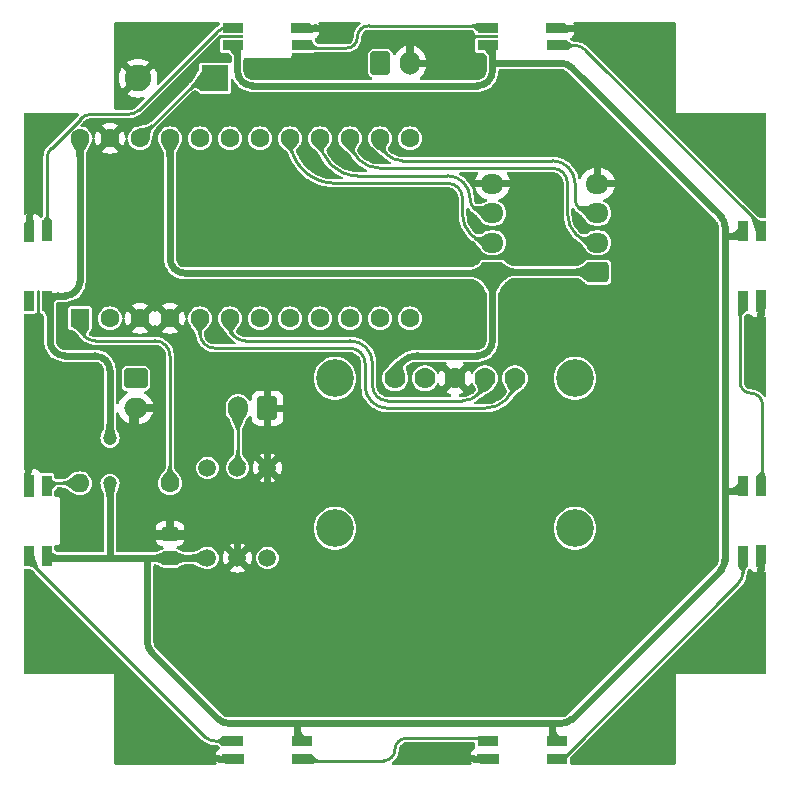
<source format=gbr>
%TF.GenerationSoftware,KiCad,Pcbnew,7.0.9*%
%TF.CreationDate,2023-12-12T22:55:11+09:00*%
%TF.ProjectId,shikisaku,7368696b-6973-4616-9b75-2e6b69636164,rev?*%
%TF.SameCoordinates,Original*%
%TF.FileFunction,Copper,L1,Top*%
%TF.FilePolarity,Positive*%
%FSLAX46Y46*%
G04 Gerber Fmt 4.6, Leading zero omitted, Abs format (unit mm)*
G04 Created by KiCad (PCBNEW 7.0.9) date 2023-12-12 22:55:11*
%MOMM*%
%LPD*%
G01*
G04 APERTURE LIST*
G04 Aperture macros list*
%AMRoundRect*
0 Rectangle with rounded corners*
0 $1 Rounding radius*
0 $2 $3 $4 $5 $6 $7 $8 $9 X,Y pos of 4 corners*
0 Add a 4 corners polygon primitive as box body*
4,1,4,$2,$3,$4,$5,$6,$7,$8,$9,$2,$3,0*
0 Add four circle primitives for the rounded corners*
1,1,$1+$1,$2,$3*
1,1,$1+$1,$4,$5*
1,1,$1+$1,$6,$7*
1,1,$1+$1,$8,$9*
0 Add four rect primitives between the rounded corners*
20,1,$1+$1,$2,$3,$4,$5,0*
20,1,$1+$1,$4,$5,$6,$7,0*
20,1,$1+$1,$6,$7,$8,$9,0*
20,1,$1+$1,$8,$9,$2,$3,0*%
%AMOutline5P*
0 Free polygon, 5 corners , with rotation*
0 The origin of the aperture is its center*
0 number of corners: always 5*
0 $1 to $10 corner X, Y*
0 $11 Rotation angle, in degrees counterclockwise*
0 create outline with 5 corners*
4,1,5,$1,$2,$3,$4,$5,$6,$7,$8,$9,$10,$1,$2,$11*%
%AMOutline6P*
0 Free polygon, 6 corners , with rotation*
0 The origin of the aperture is its center*
0 number of corners: always 6*
0 $1 to $12 corner X, Y*
0 $13 Rotation angle, in degrees counterclockwise*
0 create outline with 6 corners*
4,1,6,$1,$2,$3,$4,$5,$6,$7,$8,$9,$10,$11,$12,$1,$2,$13*%
%AMOutline7P*
0 Free polygon, 7 corners , with rotation*
0 The origin of the aperture is its center*
0 number of corners: always 7*
0 $1 to $14 corner X, Y*
0 $15 Rotation angle, in degrees counterclockwise*
0 create outline with 7 corners*
4,1,7,$1,$2,$3,$4,$5,$6,$7,$8,$9,$10,$11,$12,$13,$14,$1,$2,$15*%
%AMOutline8P*
0 Free polygon, 8 corners , with rotation*
0 The origin of the aperture is its center*
0 number of corners: always 8*
0 $1 to $16 corner X, Y*
0 $17 Rotation angle, in degrees counterclockwise*
0 create outline with 8 corners*
4,1,8,$1,$2,$3,$4,$5,$6,$7,$8,$9,$10,$11,$12,$13,$14,$15,$16,$1,$2,$17*%
G04 Aperture macros list end*
%TA.AperFunction,ComponentPad*%
%ADD10RoundRect,0.250000X0.600000X0.750000X-0.600000X0.750000X-0.600000X-0.750000X0.600000X-0.750000X0*%
%TD*%
%TA.AperFunction,ComponentPad*%
%ADD11O,1.700000X2.000000*%
%TD*%
%TA.AperFunction,ComponentPad*%
%ADD12RoundRect,0.250000X-0.750000X0.600000X-0.750000X-0.600000X0.750000X-0.600000X0.750000X0.600000X0*%
%TD*%
%TA.AperFunction,ComponentPad*%
%ADD13O,2.000000X1.700000*%
%TD*%
%TA.AperFunction,ComponentPad*%
%ADD14R,1.600000X1.600000*%
%TD*%
%TA.AperFunction,ComponentPad*%
%ADD15C,1.600000*%
%TD*%
%TA.AperFunction,ComponentPad*%
%ADD16C,1.500000*%
%TD*%
%TA.AperFunction,ComponentPad*%
%ADD17RoundRect,0.250000X-0.600000X-0.750000X0.600000X-0.750000X0.600000X0.750000X-0.600000X0.750000X0*%
%TD*%
%TA.AperFunction,ComponentPad*%
%ADD18R,2.250000X2.250000*%
%TD*%
%TA.AperFunction,ComponentPad*%
%ADD19C,2.250000*%
%TD*%
%TA.AperFunction,SMDPad,CuDef*%
%ADD20RoundRect,0.250000X0.475000X-0.337500X0.475000X0.337500X-0.475000X0.337500X-0.475000X-0.337500X0*%
%TD*%
%TA.AperFunction,ComponentPad*%
%ADD21O,1.600000X1.600000*%
%TD*%
%TA.AperFunction,SMDPad,CuDef*%
%ADD22R,1.800000X0.820000*%
%TD*%
%TA.AperFunction,SMDPad,CuDef*%
%ADD23Outline5P,-0.900000X0.410000X0.654000X0.410000X0.900000X0.164000X0.900000X-0.410000X-0.900000X-0.410000X0.000000*%
%TD*%
%TA.AperFunction,SMDPad,CuDef*%
%ADD24R,0.820000X1.800000*%
%TD*%
%TA.AperFunction,SMDPad,CuDef*%
%ADD25Outline5P,-0.900000X0.410000X0.654000X0.410000X0.900000X0.164000X0.900000X-0.410000X-0.900000X-0.410000X270.000000*%
%TD*%
%TA.AperFunction,ComponentPad*%
%ADD26RoundRect,0.250000X0.725000X-0.600000X0.725000X0.600000X-0.725000X0.600000X-0.725000X-0.600000X0*%
%TD*%
%TA.AperFunction,ComponentPad*%
%ADD27O,1.950000X1.700000*%
%TD*%
%TA.AperFunction,WasherPad*%
%ADD28C,3.200000*%
%TD*%
%TA.AperFunction,ComponentPad*%
%ADD29C,1.778000*%
%TD*%
%TA.AperFunction,SMDPad,CuDef*%
%ADD30Outline5P,-0.900000X0.410000X0.654000X0.410000X0.900000X0.164000X0.900000X-0.410000X-0.900000X-0.410000X180.000000*%
%TD*%
%TA.AperFunction,SMDPad,CuDef*%
%ADD31Outline5P,-0.900000X0.410000X0.654000X0.410000X0.900000X0.164000X0.900000X-0.410000X-0.900000X-0.410000X90.000000*%
%TD*%
%TA.AperFunction,ViaPad*%
%ADD32C,1.200000*%
%TD*%
%TA.AperFunction,Conductor*%
%ADD33C,0.600000*%
%TD*%
%TA.AperFunction,Conductor*%
%ADD34C,0.250000*%
%TD*%
G04 APERTURE END LIST*
D10*
%TO.P,SW_POWER,1,A*%
%TO.N,GND*%
X120955000Y-93020000D03*
D11*
%TO.P,SW_POWER,2,B*%
%TO.N,Net-(SW3-B)*%
X118455000Y-93020000D03*
%TD*%
D12*
%TO.P,BATT,1,+*%
%TO.N,+BATT*%
X109800000Y-90500000D03*
D13*
%TO.P,BATT,2,-*%
%TO.N,GND*%
X109800000Y-93000000D03*
%TD*%
D14*
%TO.P,U1,1,TX*%
%TO.N,LED*%
X105080000Y-85400000D03*
D15*
%TO.P,U1,2,RX*%
%TO.N,unconnected-(U1-RX-Pad2)*%
X107620000Y-85400000D03*
%TO.P,U1,3,GND*%
%TO.N,GND*%
X110160000Y-85400000D03*
%TO.P,U1,4,GND*%
X112700000Y-85400000D03*
%TO.P,U1,5,SDA*%
%TO.N,SDA*%
X115240000Y-85400000D03*
%TO.P,U1,6,SCL*%
%TO.N,SCL*%
X117780000Y-85400000D03*
%TO.P,U1,7,D4*%
%TO.N,unconnected-(U1-D4-Pad7)*%
X120320000Y-85400000D03*
%TO.P,U1,8,C6*%
%TO.N,unconnected-(U1-C6-Pad8)*%
X122860000Y-85400000D03*
%TO.P,U1,9,D7*%
%TO.N,unconnected-(U1-D7-Pad9)*%
X125400000Y-85400000D03*
%TO.P,U1,10,E6*%
%TO.N,unconnected-(U1-E6-Pad10)*%
X127940000Y-85400000D03*
%TO.P,U1,11,B4*%
%TO.N,unconnected-(U1-B4-Pad11)*%
X130480000Y-85400000D03*
%TO.P,U1,12,B5*%
%TO.N,unconnected-(U1-B5-Pad12)*%
X133020000Y-85400000D03*
%TO.P,U1,13,B6*%
%TO.N,unconnected-(U1-B6-Pad13)*%
X133020000Y-70160000D03*
%TO.P,U1,14,B2*%
%TO.N,ECHO_V*%
X130480000Y-70160000D03*
%TO.P,U1,15,B3*%
%TO.N,TRIG_V*%
X127940000Y-70160000D03*
%TO.P,U1,16,B1*%
%TO.N,ECHO_H*%
X125400000Y-70160000D03*
%TO.P,U1,17,F7*%
%TO.N,TRIG_H*%
X122860000Y-70160000D03*
%TO.P,U1,18,F6*%
%TO.N,KEY1*%
X120320000Y-70160000D03*
%TO.P,U1,19,F5*%
%TO.N,unconnected-(U1-F5-Pad19)*%
X117780000Y-70160000D03*
%TO.P,U1,20,F4*%
%TO.N,unconnected-(U1-F4-Pad20)*%
X115240000Y-70160000D03*
%TO.P,U1,21,VCC*%
%TO.N,VCC*%
X112700000Y-70160000D03*
%TO.P,U1,22,RST*%
%TO.N,RESET*%
X110160000Y-70160000D03*
%TO.P,U1,23,GND*%
%TO.N,GND*%
X107620000Y-70160000D03*
%TO.P,U1,24,RAW*%
%TO.N,+5V*%
X105080000Y-70160000D03*
%TD*%
D16*
%TO.P,U5,1,GND*%
%TO.N,GND*%
X120955000Y-98070000D03*
%TO.P,U5,2,EN*%
%TO.N,Net-(SW3-B)*%
X118415000Y-98070000D03*
%TO.P,U5,3,IN*%
%TO.N,unconnected-(U5-IN-Pad3)*%
X115875000Y-98070000D03*
%TO.P,U5,4,OUT*%
%TO.N,+5V*%
X115875000Y-105690000D03*
%TO.P,U5,5,GND*%
%TO.N,GND*%
X118415000Y-105690000D03*
%TO.P,U5,6,IN*%
%TO.N,+BATT*%
X120955000Y-105690000D03*
%TD*%
D17*
%TO.P,SW_KEY,1,1*%
%TO.N,KEY1*%
X130520000Y-63810000D03*
D11*
%TO.P,SW_KEY,2,2*%
%TO.N,GND*%
X133020000Y-63810000D03*
%TD*%
D18*
%TO.P,SW_RST,1,1*%
%TO.N,RESET*%
X116510000Y-65080000D03*
D19*
%TO.P,SW_RST,2,2*%
%TO.N,GND*%
X110010000Y-65080000D03*
%TD*%
D20*
%TO.P,C1,1*%
%TO.N,+5V*%
X112700000Y-105720000D03*
%TO.P,C1,2*%
%TO.N,GND*%
X112700000Y-103645000D03*
%TD*%
D15*
%TO.P,R1,1*%
%TO.N,LED*%
X112700000Y-99370000D03*
D21*
%TO.P,R1,2*%
%TO.N,Net-(D1-DIN)*%
X105080000Y-99370000D03*
%TD*%
D22*
%TO.P,D7,1,VDD*%
%TO.N,+5V*%
X118005000Y-62300000D03*
%TO.P,D7,2,DOUT*%
%TO.N,Net-(D7-DOUT)*%
X118005000Y-60800000D03*
D23*
%TO.P,D7,3,GND*%
%TO.N,GND*%
X123905000Y-60800000D03*
D22*
%TO.P,D7,4,DIN*%
%TO.N,Net-(D6-DOUT)*%
X123905000Y-62300000D03*
%TD*%
D24*
%TO.P,D5,1,VDD*%
%TO.N,+5V*%
X161200000Y-78005000D03*
%TO.P,D5,2,DOUT*%
%TO.N,Net-(D5-DOUT)*%
X162700000Y-78005000D03*
D25*
%TO.P,D5,3,GND*%
%TO.N,GND*%
X162700000Y-83905000D03*
D24*
%TO.P,D5,4,DIN*%
%TO.N,Net-(D4-DOUT)*%
X161200000Y-83905000D03*
%TD*%
D22*
%TO.P,D6,1,VDD*%
%TO.N,+5V*%
X139595000Y-62300000D03*
%TO.P,D6,2,DOUT*%
%TO.N,Net-(D6-DOUT)*%
X139595000Y-60800000D03*
D23*
%TO.P,D6,3,GND*%
%TO.N,GND*%
X145495000Y-60800000D03*
D22*
%TO.P,D6,4,DIN*%
%TO.N,Net-(D5-DOUT)*%
X145495000Y-62300000D03*
%TD*%
D26*
%TO.P,U3_H,1,VCC*%
%TO.N,VCC*%
X140005000Y-81510000D03*
D27*
%TO.P,U3_H,2,Trig*%
%TO.N,TRIG_H*%
X140005000Y-79010000D03*
%TO.P,U3_H,3,Echo*%
%TO.N,ECHO_H*%
X140005000Y-76510000D03*
%TO.P,U3_H,4,GND*%
%TO.N,GND*%
X140005000Y-74010000D03*
%TD*%
D26*
%TO.P,U4_V,1,VCC*%
%TO.N,VCC*%
X148895000Y-81510000D03*
D27*
%TO.P,U4_V,2,Trig*%
%TO.N,TRIG_V*%
X148895000Y-79010000D03*
%TO.P,U4_V,3,Echo*%
%TO.N,ECHO_V*%
X148895000Y-76510000D03*
%TO.P,U4_V,4,GND*%
%TO.N,GND*%
X148895000Y-74010000D03*
%TD*%
D28*
%TO.P,U2,*%
%TO.N,*%
X126670000Y-90480000D03*
X126670000Y-103180000D03*
X146990000Y-90480000D03*
X146990000Y-103180000D03*
D29*
%TO.P,U2,1,VCC*%
%TO.N,VCC*%
X131750000Y-90480000D03*
%TO.P,U2,2,3.3V*%
%TO.N,unconnected-(U2-3.3V-Pad2)*%
X134290000Y-90480000D03*
%TO.P,U2,3,GND*%
%TO.N,GND*%
X136830000Y-90480000D03*
%TO.P,U2,4,SCL*%
%TO.N,SCL*%
X139370000Y-90480000D03*
%TO.P,U2,5,SDA*%
%TO.N,SDA*%
X141910000Y-90480000D03*
%TD*%
D22*
%TO.P,D3,1,VDD*%
%TO.N,+5V*%
X145495000Y-121200000D03*
%TO.P,D3,2,DOUT*%
%TO.N,Net-(D3-DOUT)*%
X145495000Y-122700000D03*
D30*
%TO.P,D3,3,GND*%
%TO.N,GND*%
X139595000Y-122700000D03*
D22*
%TO.P,D3,4,DIN*%
%TO.N,Net-(D2-DOUT)*%
X139595000Y-121200000D03*
%TD*%
D24*
%TO.P,D1,1,VDD*%
%TO.N,+5V*%
X102300000Y-105495000D03*
%TO.P,D1,2,DOUT*%
%TO.N,Net-(D1-DOUT)*%
X100800000Y-105495000D03*
D31*
%TO.P,D1,3,GND*%
%TO.N,GND*%
X100800000Y-99595000D03*
D24*
%TO.P,D1,4,DIN*%
%TO.N,Net-(D1-DIN)*%
X102300000Y-99595000D03*
%TD*%
%TO.P,D4,1,VDD*%
%TO.N,+5V*%
X161200000Y-99595000D03*
%TO.P,D4,2,DOUT*%
%TO.N,Net-(D4-DOUT)*%
X162700000Y-99595000D03*
D25*
%TO.P,D4,3,GND*%
%TO.N,GND*%
X162700000Y-105495000D03*
D24*
%TO.P,D4,4,DIN*%
%TO.N,Net-(D3-DOUT)*%
X161200000Y-105495000D03*
%TD*%
%TO.P,D8,1,VDD*%
%TO.N,+5V*%
X102300000Y-83905000D03*
%TO.P,D8,2,DOUT*%
%TO.N,unconnected-(D8-DOUT-Pad2)*%
X100800000Y-83905000D03*
D31*
%TO.P,D8,3,GND*%
%TO.N,GND*%
X100800000Y-78005000D03*
D24*
%TO.P,D8,4,DIN*%
%TO.N,Net-(D7-DOUT)*%
X102300000Y-78005000D03*
%TD*%
D22*
%TO.P,D2,1,VDD*%
%TO.N,+5V*%
X123905000Y-121200000D03*
%TO.P,D2,2,DOUT*%
%TO.N,Net-(D2-DOUT)*%
X123905000Y-122700000D03*
D30*
%TO.P,D2,3,GND*%
%TO.N,GND*%
X118005000Y-122700000D03*
D22*
%TO.P,D2,4,DIN*%
%TO.N,Net-(D1-DOUT)*%
X118005000Y-121200000D03*
%TD*%
D32*
%TO.N,GND*%
X126035000Y-61270000D03*
X148895000Y-61270000D03*
X162230000Y-86035000D03*
X137465000Y-122230000D03*
X162230000Y-107625000D03*
X101270000Y-75875000D03*
X115875000Y-122230000D03*
%TO.N,+5V*%
X107620000Y-99370000D03*
X107620000Y-95560000D03*
%TD*%
D33*
%TO.N,GND*%
X117780000Y-103815000D02*
X113970000Y-103815000D01*
X109525000Y-97465000D02*
X109525000Y-96830000D01*
X100800000Y-78005000D02*
X100800000Y-76871051D01*
X101905000Y-97465000D02*
X109525000Y-97465000D01*
X112870000Y-103815000D02*
X112700000Y-103645000D01*
X120955000Y-98070000D02*
X120955000Y-102545000D01*
X118005000Y-122700000D02*
X116871051Y-122700000D01*
X109525000Y-96830000D02*
X109525000Y-102564473D01*
X162328025Y-85936975D02*
X162230000Y-86035000D01*
X100635000Y-99370000D02*
X100635000Y-98735000D01*
X162328025Y-107526975D02*
X162230000Y-107625000D01*
X109525000Y-96830000D02*
X109525000Y-93538026D01*
X115973025Y-122328025D02*
X115875000Y-122230000D01*
X118415000Y-105690000D02*
X118415000Y-103815000D01*
X100800000Y-99595000D02*
X100800000Y-99535000D01*
X119685000Y-103815000D02*
X117780000Y-103815000D01*
X109710987Y-93089013D02*
X109800000Y-93000000D01*
X113970000Y-103815000D02*
X112870000Y-103815000D01*
X120955000Y-93020000D02*
X120955000Y-98070000D01*
X148796975Y-61171975D02*
X148895000Y-61270000D01*
X137563025Y-122328025D02*
X137465000Y-122230000D01*
X162700000Y-105495000D02*
X162700000Y-106628949D01*
X162700000Y-83905000D02*
X162700000Y-85038949D01*
X101171975Y-75973025D02*
X101270000Y-75875000D01*
X109800000Y-93000000D02*
X109800000Y-93150000D01*
X100800000Y-99535000D02*
X100635000Y-99370000D01*
X110775527Y-103815000D02*
X113970000Y-103815000D01*
X139595000Y-122700000D02*
X138461051Y-122700000D01*
X117780000Y-103815000D02*
X118415000Y-103815000D01*
X145495000Y-60800000D02*
X147898949Y-60800000D01*
X123905000Y-60800000D02*
X125038949Y-60800000D01*
X125936975Y-61171975D02*
X126035000Y-61270000D01*
X148796951Y-61171999D02*
G75*
G03*
X147898949Y-60800000I-898051J-898001D01*
G01*
X119685000Y-103815000D02*
G75*
G03*
X120955000Y-102545000I0J1270000D01*
G01*
X109710974Y-93089000D02*
G75*
G03*
X109525000Y-93538026I449026J-449000D01*
G01*
X137563049Y-122328001D02*
G75*
G03*
X138461051Y-122700000I898051J898001D01*
G01*
X101905000Y-97465000D02*
G75*
G03*
X100635000Y-98735000I0J-1270000D01*
G01*
X109525000Y-102564473D02*
G75*
G03*
X110775527Y-103815000I1250500J-27D01*
G01*
X162328001Y-107526951D02*
G75*
G03*
X162700000Y-106628949I-898001J898051D01*
G01*
X115973049Y-122328001D02*
G75*
G03*
X116871051Y-122700000I898051J898001D01*
G01*
X125936951Y-61171999D02*
G75*
G03*
X125038949Y-60800000I-898051J-898001D01*
G01*
X162328001Y-85936951D02*
G75*
G03*
X162700000Y-85038949I-898001J898051D01*
G01*
X101171999Y-75973049D02*
G75*
G03*
X100800000Y-76871051I898001J-898051D01*
G01*
%TO.N,VCC*%
X138735000Y-88575000D02*
X133654996Y-88575000D01*
X139925000Y-81590000D02*
X140005000Y-81510000D01*
X149000000Y-81470000D02*
X140000000Y-81470000D01*
X112700000Y-70160000D02*
X112700000Y-80320000D01*
X140005000Y-81510000D02*
X140005000Y-87305000D01*
X113970000Y-81590000D02*
X139925000Y-81590000D01*
X133654996Y-88575000D02*
G75*
G03*
X131750000Y-90480000I4J-1905000D01*
G01*
X138735000Y-88575000D02*
G75*
G03*
X140005000Y-87305000I0J1270000D01*
G01*
X112700000Y-80320000D02*
G75*
G03*
X113970000Y-81590000I1270000J0D01*
G01*
D34*
%TO.N,Net-(D1-DOUT)*%
X100800000Y-105985000D02*
X115643026Y-120828026D01*
X100800000Y-105495000D02*
X100800000Y-105985000D01*
X116541051Y-121200000D02*
X118005000Y-121200000D01*
X115643050Y-120828002D02*
G75*
G03*
X116541051Y-121200000I898050J898002D01*
G01*
%TO.N,Net-(D1-DIN)*%
X105080000Y-99370000D02*
X102525000Y-99370000D01*
X102525000Y-99370000D02*
X102300000Y-99595000D01*
%TO.N,Net-(D2-DOUT)*%
X123905000Y-122700000D02*
X124070000Y-122865000D01*
X139540987Y-121145987D02*
X139595000Y-121200000D01*
X132702500Y-120960000D02*
X139091974Y-120960000D01*
X124070000Y-122865000D02*
X130797500Y-122865000D01*
X139541000Y-121145974D02*
G75*
G03*
X139091974Y-120960000I-449000J-449026D01*
G01*
X132702500Y-120960000D02*
G75*
G03*
X131750000Y-121912500I0J-952500D01*
G01*
X130797500Y-122865000D02*
G75*
G03*
X131750000Y-121912500I0J952500D01*
G01*
%TO.N,Net-(D3-DOUT)*%
X145955000Y-122700000D02*
X145495000Y-122700000D01*
X160828025Y-107826975D02*
X145955000Y-122700000D01*
X161200000Y-105495000D02*
X161200000Y-106928949D01*
X160828001Y-107826951D02*
G75*
G03*
X161200000Y-106928949I-898001J898051D01*
G01*
%TO.N,Net-(D4-DOUT)*%
X161200000Y-83905000D02*
X161185000Y-83905000D01*
X162865000Y-92702500D02*
X162865000Y-99430000D01*
X161185000Y-83905000D02*
X161145987Y-83944013D01*
X162865000Y-99430000D02*
X162700000Y-99595000D01*
X160960000Y-84393026D02*
X160960000Y-90797500D01*
X161145974Y-83944000D02*
G75*
G03*
X160960000Y-84393026I449026J-449000D01*
G01*
X160960000Y-90797500D02*
G75*
G03*
X161912500Y-91750000I952500J0D01*
G01*
X162865000Y-92702500D02*
G75*
G03*
X161912500Y-91750000I-952500J0D01*
G01*
%TO.N,Net-(D5-DOUT)*%
X162700000Y-78005000D02*
X162700000Y-77515000D01*
X146958949Y-62300000D02*
X145495000Y-62300000D01*
X162700000Y-77515000D02*
X147856974Y-62671974D01*
X147856950Y-62671998D02*
G75*
G03*
X146958949Y-62300000I-898050J-898002D01*
G01*
%TO.N,Net-(D6-DOUT)*%
X139595000Y-60800000D02*
X139535000Y-60800000D01*
X127622500Y-62540000D02*
X124145000Y-62540000D01*
X139370000Y-60635000D02*
X129527500Y-60635000D01*
X139535000Y-60800000D02*
X139370000Y-60635000D01*
X124145000Y-62540000D02*
X123905000Y-62300000D01*
X129527500Y-60635000D02*
G75*
G03*
X128575000Y-61587500I0J-952500D01*
G01*
X127622500Y-62540000D02*
G75*
G03*
X128575000Y-61587500I0J952500D01*
G01*
%TO.N,Net-(D7-DOUT)*%
X102300000Y-78005000D02*
X102300000Y-71875060D01*
X110097585Y-67753025D02*
X116678636Y-61171974D01*
X117576661Y-60800000D02*
X118005000Y-60800000D01*
X102671975Y-70977034D02*
X105152035Y-68496974D01*
X106050060Y-68125000D02*
X109199559Y-68125000D01*
X117576661Y-60799973D02*
G75*
G03*
X116678636Y-61171974I39J-1270027D01*
G01*
X106050060Y-68124972D02*
G75*
G03*
X105152035Y-68496974I40J-1270028D01*
G01*
X102671995Y-70977054D02*
G75*
G03*
X102300000Y-71875060I898005J-898046D01*
G01*
X109199559Y-68124970D02*
G75*
G03*
X110097584Y-67753024I41J1269970D01*
G01*
%TO.N,LED*%
X106350000Y-87305000D02*
X111430000Y-87305000D01*
X112700000Y-88575000D02*
X112700000Y-99370000D01*
X105080000Y-85400000D02*
X105080000Y-86035000D01*
X112700000Y-88575000D02*
G75*
G03*
X111430000Y-87305000I-1270000J0D01*
G01*
X105080000Y-86035000D02*
G75*
G03*
X106350000Y-87305000I1270000J0D01*
G01*
%TO.N,RESET*%
X115766051Y-65080000D02*
X116510000Y-65080000D01*
X110160000Y-70160000D02*
X114868026Y-65451974D01*
X115766051Y-65079966D02*
G75*
G03*
X114868026Y-65451974I49J-1270034D01*
G01*
%TO.N,Net-(SW3-B)*%
X118455000Y-98030000D02*
X118415000Y-98070000D01*
X118455000Y-93020000D02*
X118455000Y-98030000D01*
%TO.N,SDA*%
X131115000Y-93020000D02*
X139370001Y-93020000D01*
X129210000Y-89210000D02*
X129210000Y-91115000D01*
X116510000Y-87940000D02*
X127940000Y-87940000D01*
X115240000Y-85400000D02*
X115240000Y-86670000D01*
X129210000Y-91115000D02*
G75*
G03*
X131115000Y-93020000I1905000J0D01*
G01*
X115240000Y-86670000D02*
G75*
G03*
X116510000Y-87940000I1270000J0D01*
G01*
X129210000Y-89210000D02*
G75*
G03*
X127940000Y-87940000I-1270000J0D01*
G01*
X139370001Y-93020000D02*
G75*
G03*
X141910000Y-90480000I-1J2540000D01*
G01*
%TO.N,SCL*%
X117780000Y-85400000D02*
X117780000Y-86035000D01*
X129845000Y-89210000D02*
X129845000Y-91115000D01*
X119050000Y-87305000D02*
X127940000Y-87305000D01*
X131115000Y-92385000D02*
X137465000Y-92385000D01*
X137465000Y-92385000D02*
G75*
G03*
X139370000Y-90480000I0J1905000D01*
G01*
X129845000Y-91115000D02*
G75*
G03*
X131115000Y-92385000I1270000J0D01*
G01*
X117780000Y-86035000D02*
G75*
G03*
X119050000Y-87305000I1270000J0D01*
G01*
X129845000Y-89210000D02*
G75*
G03*
X127940000Y-87305000I-1905000J0D01*
G01*
%TO.N,ECHO_V*%
X146990000Y-73970000D02*
X146990000Y-75240000D01*
X148895000Y-76510000D02*
X148260000Y-76510000D01*
X132385005Y-72065000D02*
X145085000Y-72065000D01*
X130480000Y-70160000D02*
G75*
G03*
X132385005Y-72065000I1905000J0D01*
G01*
X146990000Y-73970000D02*
G75*
G03*
X145085000Y-72065000I-1905000J0D01*
G01*
X146990000Y-75240000D02*
G75*
G03*
X148260000Y-76510000I1270000J0D01*
G01*
%TO.N,ECHO_H*%
X139369997Y-76510000D02*
X140005000Y-76510000D01*
X128575002Y-73335000D02*
X136195000Y-73335000D01*
X138100000Y-75240000D02*
G75*
G03*
X136195000Y-73335000I-1905000J0D01*
G01*
X125400000Y-70160000D02*
G75*
G03*
X128575002Y-73335000I3175000J0D01*
G01*
X138100000Y-75240000D02*
G75*
G03*
X139369997Y-76510000I1270000J0D01*
G01*
%TO.N,TRIG_V*%
X145085000Y-72700000D02*
X130479997Y-72700000D01*
X148895000Y-79010000D02*
X148855000Y-79050000D01*
X146355000Y-76550002D02*
X146355000Y-73970000D01*
X146355000Y-73970000D02*
G75*
G03*
X145085000Y-72700000I-1270000J0D01*
G01*
X127940000Y-70160000D02*
G75*
G03*
X130479997Y-72700000I2540000J0D01*
G01*
X146355000Y-76550002D02*
G75*
G03*
X148855000Y-79050000I2500000J2D01*
G01*
%TO.N,TRIG_H*%
X139920000Y-79050000D02*
X140000000Y-78970000D01*
X126670002Y-73970000D02*
X136195000Y-73970000D01*
X137465000Y-75240000D02*
X137465000Y-76595003D01*
X137465000Y-76595003D02*
G75*
G03*
X139920000Y-79050000I2455000J3D01*
G01*
X122860000Y-70160000D02*
G75*
G03*
X126670002Y-73970000I3810000J0D01*
G01*
X137465000Y-75240000D02*
G75*
G03*
X136195000Y-73970000I-1270000J0D01*
G01*
D33*
%TO.N,+5V*%
X110795000Y-105720000D02*
X107620000Y-105720000D01*
X117671051Y-119690000D02*
X143815000Y-119690000D01*
X159318025Y-106726975D02*
X146726974Y-119318026D01*
X102525000Y-105720000D02*
X102300000Y-105495000D01*
X107620000Y-105720000D02*
X107620000Y-99370000D01*
X146726975Y-64181975D02*
X159318026Y-76773026D01*
X123495000Y-120960000D02*
X123495000Y-120960000D01*
X139595000Y-62300000D02*
X139765000Y-62300000D01*
X107620000Y-105720000D02*
X102525000Y-105720000D01*
X161200000Y-78005000D02*
X161200000Y-78175000D01*
X161200000Y-99765000D02*
X160960000Y-100005000D01*
X161200000Y-99595000D02*
X161200000Y-99765000D01*
X103810000Y-83495000D02*
X103236051Y-83495000D01*
X106350000Y-88575000D02*
X103810000Y-88575000D01*
X116773025Y-119318025D02*
X111166974Y-113711974D01*
X119685000Y-65715000D02*
X138735000Y-65715000D01*
X160960000Y-78415000D02*
X159690000Y-78415000D01*
X110795000Y-112813949D02*
X110795000Y-105720000D01*
X123905000Y-121200000D02*
X123735000Y-121200000D01*
X145325000Y-121200000D02*
X145085000Y-120960000D01*
X145085000Y-120960000D02*
X145085000Y-120960000D01*
X105080000Y-70160000D02*
X105080000Y-82225000D01*
X140005000Y-64445000D02*
X140005000Y-63810000D01*
X145828949Y-119690000D02*
X143815000Y-119690000D01*
X118415000Y-63236051D02*
X118415000Y-64445000D01*
X140005000Y-62540000D02*
X140005000Y-63810000D01*
X159690000Y-100005000D02*
X159690000Y-105828949D01*
X140005000Y-62540000D02*
X140005000Y-62540000D01*
X115845000Y-105720000D02*
X115875000Y-105690000D01*
X143815000Y-119690000D02*
X145085000Y-119690000D01*
X123495000Y-120960000D02*
X123495000Y-119690000D01*
X107620000Y-95560000D02*
X107620000Y-89845000D01*
X159690000Y-77671051D02*
X159690000Y-78415000D01*
X102540000Y-84145000D02*
X102300000Y-83905000D01*
X160960000Y-100005000D02*
X159690000Y-100005000D01*
X159690000Y-78415000D02*
X159690000Y-100005000D01*
X160960000Y-100005000D02*
X160960000Y-100005000D01*
X102338025Y-83866975D02*
X102300000Y-83905000D01*
X112700000Y-105720000D02*
X110795000Y-105720000D01*
X161200000Y-78175000D02*
X160960000Y-78415000D01*
X102540000Y-87305000D02*
X102540000Y-84145000D01*
X118005000Y-62300000D02*
X118043026Y-62338026D01*
X145495000Y-121200000D02*
X145325000Y-121200000D01*
X139765000Y-62300000D02*
X140005000Y-62540000D01*
X140005000Y-63810000D02*
X145828949Y-63810000D01*
X145085000Y-120960000D02*
X145085000Y-119690000D01*
X112700000Y-105720000D02*
X115845000Y-105720000D01*
X123735000Y-121200000D02*
X123495000Y-120960000D01*
X103810000Y-83495000D02*
G75*
G03*
X105080000Y-82225000I0J1270000D01*
G01*
X146726951Y-64181999D02*
G75*
G03*
X145828949Y-63810000I-898051J-898001D01*
G01*
X116773049Y-119318001D02*
G75*
G03*
X117671051Y-119690000I898051J898001D01*
G01*
X118415000Y-64445000D02*
G75*
G03*
X119685000Y-65715000I1270000J0D01*
G01*
X159690034Y-77671051D02*
G75*
G03*
X159318026Y-76773026I-1270034J-49D01*
G01*
X110794966Y-112813949D02*
G75*
G03*
X111166974Y-113711974I1270034J49D01*
G01*
X103236051Y-83494966D02*
G75*
G03*
X102338025Y-83866975I49J-1270034D01*
G01*
X159318001Y-106726951D02*
G75*
G03*
X159690000Y-105828949I-898001J898051D01*
G01*
X107620000Y-89845000D02*
G75*
G03*
X106350000Y-88575000I-1270000J0D01*
G01*
X118415034Y-63236051D02*
G75*
G03*
X118043026Y-62338026I-1270034J-49D01*
G01*
X145828949Y-119690034D02*
G75*
G03*
X146726974Y-119318026I-49J1270034D01*
G01*
X138735000Y-65715000D02*
G75*
G03*
X140005000Y-64445000I0J1270000D01*
G01*
X102540000Y-87305000D02*
G75*
G03*
X103810000Y-88575000I1270000J0D01*
G01*
%TD*%
%TA.AperFunction,Conductor*%
%TO.N,GND*%
G36*
X100824426Y-106603387D02*
G01*
X100877536Y-106623120D01*
X100884846Y-106626380D01*
X100967898Y-106669964D01*
X100973945Y-106673585D01*
X101062162Y-106733402D01*
X101067070Y-106737093D01*
X101159889Y-106814252D01*
X101163817Y-106817807D01*
X101259079Y-106911596D01*
X101259087Y-106911601D01*
X101269550Y-106918505D01*
X101289255Y-106934581D01*
X115434667Y-121079994D01*
X115435233Y-121080512D01*
X115486823Y-121132105D01*
X115630917Y-121242678D01*
X115652747Y-121259430D01*
X115833862Y-121364004D01*
X115833877Y-121364012D01*
X115974566Y-121422292D01*
X116027092Y-121444051D01*
X116229110Y-121498189D01*
X116229120Y-121498190D01*
X116229124Y-121498191D01*
X116436456Y-121525495D01*
X116436459Y-121525495D01*
X116436465Y-121525496D01*
X116503789Y-121525497D01*
X116503813Y-121525500D01*
X116541038Y-121525500D01*
X116592593Y-121525502D01*
X116592596Y-121525500D01*
X116602733Y-121525501D01*
X116602758Y-121525500D01*
X116626590Y-121525500D01*
X116666050Y-121531838D01*
X116688190Y-121539139D01*
X116706191Y-121546666D01*
X116749253Y-121568732D01*
X116756489Y-121573074D01*
X116794036Y-121599174D01*
X116811228Y-121611124D01*
X116816835Y-121615511D01*
X116863419Y-121656403D01*
X116901419Y-121716374D01*
X116900964Y-121787369D01*
X116862198Y-121846847D01*
X116855808Y-121851963D01*
X116747811Y-121932810D01*
X116661647Y-122047910D01*
X116611400Y-122182628D01*
X116605000Y-122242159D01*
X116605000Y-122904936D01*
X116615550Y-122988923D01*
X116630610Y-123025282D01*
X116638199Y-123095872D01*
X116606420Y-123159359D01*
X116545361Y-123195586D01*
X116514201Y-123199500D01*
X108126000Y-123199500D01*
X108057879Y-123179498D01*
X108011386Y-123125842D01*
X108000000Y-123073500D01*
X108000000Y-115500000D01*
X100426500Y-115500000D01*
X100358379Y-115479998D01*
X100311886Y-115426342D01*
X100300500Y-115374000D01*
X100300500Y-106721500D01*
X100320502Y-106653379D01*
X100374158Y-106606886D01*
X100426500Y-106595500D01*
X100780546Y-106595500D01*
X100824426Y-106603387D01*
G37*
%TD.AperFunction*%
%TA.AperFunction,Conductor*%
G36*
X138436621Y-121305502D02*
G01*
X138483114Y-121359158D01*
X138494500Y-121411500D01*
X138494500Y-121629750D01*
X138506133Y-121688233D01*
X138506518Y-121689162D01*
X138506753Y-121691347D01*
X138508554Y-121700402D01*
X138507743Y-121700563D01*
X138514107Y-121759752D01*
X138482327Y-121823239D01*
X138459765Y-121840766D01*
X138460125Y-121841247D01*
X138337810Y-121932810D01*
X138251647Y-122047910D01*
X138201400Y-122182628D01*
X138195000Y-122242159D01*
X138195000Y-122904936D01*
X138205550Y-122988923D01*
X138220610Y-123025282D01*
X138228199Y-123095872D01*
X138196420Y-123159359D01*
X138135361Y-123195586D01*
X138104201Y-123199500D01*
X131588148Y-123199500D01*
X131520027Y-123179498D01*
X131473534Y-123125842D01*
X131463430Y-123055568D01*
X131492924Y-122990988D01*
X131514087Y-122971564D01*
X131630061Y-122887304D01*
X131772304Y-122745061D01*
X131890544Y-122582318D01*
X131981869Y-122403082D01*
X132044032Y-122211766D01*
X132075500Y-122013081D01*
X132075500Y-121916042D01*
X132075896Y-121908983D01*
X132080471Y-121868379D01*
X132089631Y-121787081D01*
X132095907Y-121759582D01*
X132132906Y-121653847D01*
X132145143Y-121628439D01*
X132204743Y-121533585D01*
X132222327Y-121511536D01*
X132301536Y-121432327D01*
X132323585Y-121414743D01*
X132418439Y-121355143D01*
X132443847Y-121342906D01*
X132549582Y-121305907D01*
X132577081Y-121299631D01*
X132698986Y-121285895D01*
X132706043Y-121285500D01*
X132754054Y-121285500D01*
X138368500Y-121285500D01*
X138436621Y-121305502D01*
G37*
%TD.AperFunction*%
%TA.AperFunction,Conductor*%
G36*
X161839949Y-106631462D02*
G01*
X161854909Y-106648125D01*
X161932812Y-106752190D01*
X162047910Y-106838352D01*
X162182628Y-106888599D01*
X162242159Y-106894999D01*
X162242176Y-106895000D01*
X162904937Y-106895000D01*
X162988923Y-106884449D01*
X163025282Y-106869390D01*
X163095872Y-106861801D01*
X163159359Y-106893580D01*
X163195586Y-106954639D01*
X163199500Y-106985799D01*
X163199500Y-115374000D01*
X163179498Y-115442121D01*
X163125842Y-115488614D01*
X163073500Y-115500000D01*
X155500000Y-115500000D01*
X155500000Y-123073500D01*
X155479998Y-123141621D01*
X155426342Y-123188114D01*
X155374000Y-123199500D01*
X146721500Y-123199500D01*
X146653379Y-123179498D01*
X146606886Y-123125842D01*
X146595500Y-123073500D01*
X146595500Y-122572016D01*
X146615502Y-122503895D01*
X146632405Y-122482921D01*
X161046030Y-108069296D01*
X161094877Y-108020452D01*
X161095089Y-108020190D01*
X161132104Y-107983178D01*
X161259429Y-107817255D01*
X161364008Y-107636132D01*
X161364519Y-107634900D01*
X161430495Y-107475633D01*
X161444051Y-107442909D01*
X161498189Y-107240891D01*
X161525496Y-107033535D01*
X161525497Y-106967585D01*
X161525500Y-106967565D01*
X161525500Y-106911593D01*
X161525501Y-106894339D01*
X161539213Y-106837182D01*
X161561459Y-106793487D01*
X161563271Y-106790181D01*
X161610995Y-106708984D01*
X161613554Y-106704986D01*
X161650582Y-106651717D01*
X161705885Y-106607200D01*
X161776479Y-106599649D01*
X161839949Y-106631462D01*
G37*
%TD.AperFunction*%
%TA.AperFunction,Conductor*%
G36*
X138001179Y-91226916D02*
G01*
X138001181Y-91226916D01*
X138055774Y-91143355D01*
X138138682Y-90954344D01*
X138184363Y-90899995D01*
X138252176Y-90878971D01*
X138320589Y-90897947D01*
X138367884Y-90950897D01*
X138368599Y-90952430D01*
X138487798Y-91212329D01*
X138570987Y-91391072D01*
X138582702Y-91440655D01*
X138583960Y-91484882D01*
X138565903Y-91553544D01*
X138558933Y-91563902D01*
X138459153Y-91697391D01*
X138433740Y-91722822D01*
X138326155Y-91803359D01*
X138311032Y-91813078D01*
X138129060Y-91912443D01*
X138112706Y-91919912D01*
X137918441Y-91992369D01*
X137901192Y-91997433D01*
X137698588Y-92041507D01*
X137680794Y-92044066D01*
X137467244Y-92059339D01*
X137462748Y-92059500D01*
X137261950Y-92059500D01*
X137193829Y-92039498D01*
X137147336Y-91985842D01*
X137137232Y-91915568D01*
X137166726Y-91850988D01*
X137221038Y-91814327D01*
X137389863Y-91756369D01*
X137389876Y-91756363D01*
X137579485Y-91653750D01*
X137579485Y-91653748D01*
X136900712Y-90974975D01*
X136972315Y-90964680D01*
X137103100Y-90904952D01*
X137211761Y-90810798D01*
X137289493Y-90689844D01*
X137329126Y-90554863D01*
X138001179Y-91226916D01*
G37*
%TD.AperFunction*%
%TA.AperFunction,Conductor*%
G36*
X138747386Y-73045502D02*
G01*
X138793879Y-73099158D01*
X138803983Y-73169432D01*
X138782478Y-73223770D01*
X138706400Y-73332420D01*
X138706399Y-73332422D01*
X138606570Y-73546506D01*
X138606568Y-73546511D01*
X138562761Y-73710000D01*
X139633164Y-73710000D01*
X139568481Y-73810649D01*
X139530000Y-73941705D01*
X139530000Y-74078295D01*
X139568481Y-74209351D01*
X139633164Y-74310000D01*
X138562762Y-74310000D01*
X138606568Y-74473488D01*
X138606570Y-74473493D01*
X138706400Y-74687578D01*
X138841887Y-74881074D01*
X138841892Y-74881080D01*
X139008919Y-75048107D01*
X139008925Y-75048112D01*
X139202421Y-75183599D01*
X139416506Y-75283429D01*
X139416510Y-75283431D01*
X139462564Y-75295771D01*
X139523186Y-75332722D01*
X139554208Y-75396583D01*
X139545780Y-75467077D01*
X139500577Y-75521824D01*
X139478183Y-75533882D01*
X139476050Y-75534765D01*
X139293553Y-75632313D01*
X139293551Y-75632314D01*
X139293550Y-75632315D01*
X139276085Y-75646647D01*
X139273102Y-75649096D01*
X139210598Y-75676482D01*
X138994561Y-75706650D01*
X138976071Y-75707857D01*
X138731135Y-75705788D01*
X138712713Y-75704276D01*
X138601710Y-75686900D01*
X138537502Y-75656604D01*
X138507002Y-75615668D01*
X138501762Y-75604431D01*
X138487116Y-75573023D01*
X138479608Y-75552395D01*
X138442701Y-75414656D01*
X138438888Y-75393029D01*
X138425740Y-75242736D01*
X138425500Y-75237242D01*
X138425500Y-75105083D01*
X138425500Y-75105080D01*
X138392974Y-74837206D01*
X138328397Y-74575207D01*
X138232710Y-74322901D01*
X138232708Y-74322897D01*
X138232704Y-74322888D01*
X138107310Y-74083971D01*
X138107306Y-74083964D01*
X137954024Y-73861897D01*
X137954022Y-73861894D01*
X137775085Y-73659915D01*
X137573106Y-73480978D01*
X137573102Y-73480975D01*
X137351035Y-73327693D01*
X137351028Y-73327689D01*
X137227901Y-73263067D01*
X137176878Y-73213699D01*
X137160646Y-73144583D01*
X137184357Y-73077663D01*
X137240485Y-73034186D01*
X137286456Y-73025500D01*
X138679265Y-73025500D01*
X138747386Y-73045502D01*
G37*
%TD.AperFunction*%
%TA.AperFunction,Conductor*%
G36*
X145832011Y-64310804D02*
G01*
X145914839Y-64318964D01*
X145966702Y-64324074D01*
X145990925Y-64328894D01*
X146111525Y-64365481D01*
X146134336Y-64374930D01*
X146245490Y-64434348D01*
X146266022Y-64448069D01*
X146336454Y-64505874D01*
X146370908Y-64534151D01*
X146375489Y-64538303D01*
X146413480Y-64576296D01*
X146426827Y-64589643D01*
X146426840Y-64589654D01*
X158914940Y-77077754D01*
X158914962Y-77077778D01*
X158917532Y-77080347D01*
X158917534Y-77080351D01*
X158946739Y-77109553D01*
X158961935Y-77124749D01*
X158966081Y-77129323D01*
X159051957Y-77233957D01*
X159065680Y-77254493D01*
X159125097Y-77365645D01*
X159134550Y-77388465D01*
X159171138Y-77509066D01*
X159175958Y-77533290D01*
X159189196Y-77667642D01*
X159189500Y-77673823D01*
X159189500Y-105825829D01*
X159189196Y-105832011D01*
X159175925Y-105966701D01*
X159171105Y-105990925D01*
X159134519Y-106111521D01*
X159125066Y-106134342D01*
X159065652Y-106245488D01*
X159051929Y-106266025D01*
X158965848Y-106370907D01*
X158961695Y-106375489D01*
X158915909Y-106421275D01*
X158915895Y-106421290D01*
X146422110Y-118915075D01*
X146422074Y-118915108D01*
X146384705Y-118952480D01*
X146375247Y-118961938D01*
X146370664Y-118966091D01*
X146266042Y-119051957D01*
X146245506Y-119065680D01*
X146134354Y-119125097D01*
X146111534Y-119134550D01*
X145990933Y-119171138D01*
X145966709Y-119175958D01*
X145832357Y-119189196D01*
X145826176Y-119189500D01*
X117674170Y-119189500D01*
X117667988Y-119189196D01*
X117533298Y-119175925D01*
X117509074Y-119171105D01*
X117388478Y-119134519D01*
X117365657Y-119125066D01*
X117254511Y-119065652D01*
X117233979Y-119051932D01*
X117181679Y-119009008D01*
X117129092Y-118965848D01*
X117124509Y-118961694D01*
X117077777Y-118914961D01*
X117077749Y-118914936D01*
X111573415Y-113410601D01*
X111573395Y-113410578D01*
X111532443Y-113369629D01*
X111523067Y-113360253D01*
X111518914Y-113355671D01*
X111502227Y-113335339D01*
X111433037Y-113251036D01*
X111419319Y-113230506D01*
X111359899Y-113119348D01*
X111350451Y-113096540D01*
X111313860Y-112975930D01*
X111309041Y-112951708D01*
X111306904Y-112930022D01*
X111303796Y-112898479D01*
X111295804Y-112817355D01*
X111295500Y-112811174D01*
X111295500Y-106358661D01*
X111315502Y-106290540D01*
X111369158Y-106244047D01*
X111437665Y-106233702D01*
X111494532Y-106241059D01*
X111501483Y-106242358D01*
X111621324Y-106271794D01*
X111627740Y-106273737D01*
X111750187Y-106318052D01*
X111755913Y-106320449D01*
X111880837Y-106380183D01*
X111881354Y-106380430D01*
X111886367Y-106383111D01*
X111979434Y-106438433D01*
X111992480Y-106446188D01*
X111997701Y-106449654D01*
X112006409Y-106456080D01*
X112012118Y-106460293D01*
X112032272Y-106467344D01*
X112036156Y-106468849D01*
X112066791Y-106481910D01*
X112072736Y-106483553D01*
X112073124Y-106483617D01*
X112073727Y-106483771D01*
X112075971Y-106484266D01*
X112075954Y-106484341D01*
X112094132Y-106488991D01*
X112140301Y-106505146D01*
X112170734Y-106508000D01*
X112170736Y-106508000D01*
X113229264Y-106508000D01*
X113229266Y-106508000D01*
X113259699Y-106505146D01*
X113387882Y-106460293D01*
X113402314Y-106449640D01*
X113407493Y-106446202D01*
X113513639Y-106383105D01*
X113518608Y-106380447D01*
X113644082Y-106320449D01*
X113649797Y-106318056D01*
X113772289Y-106273724D01*
X113778653Y-106271797D01*
X113898501Y-106242358D01*
X113905427Y-106241064D01*
X114028667Y-106225121D01*
X114028674Y-106225118D01*
X114033729Y-106224038D01*
X114033877Y-106224731D01*
X114062577Y-106220500D01*
X114345761Y-106220500D01*
X114376098Y-106224207D01*
X114382379Y-106225764D01*
X114382510Y-106225797D01*
X114657897Y-106238687D01*
X114676778Y-106241010D01*
X114840543Y-106273867D01*
X114862328Y-106280329D01*
X115007278Y-106338005D01*
X115011773Y-106340003D01*
X115176857Y-106421290D01*
X115211672Y-106438433D01*
X115493801Y-106565858D01*
X115501434Y-106569170D01*
X115501333Y-106569400D01*
X115503639Y-106570372D01*
X115503782Y-106570028D01*
X115509503Y-106572398D01*
X115688665Y-106626746D01*
X115688666Y-106626746D01*
X115688669Y-106626747D01*
X115688672Y-106626747D01*
X115688676Y-106626748D01*
X115874997Y-106645099D01*
X115875000Y-106645099D01*
X115875003Y-106645099D01*
X116061323Y-106626748D01*
X116061325Y-106626747D01*
X116061331Y-106626747D01*
X116104328Y-106613704D01*
X116240496Y-106572398D01*
X116240498Y-106572396D01*
X116240501Y-106572396D01*
X116405625Y-106484136D01*
X116550357Y-106365357D01*
X116669136Y-106220625D01*
X116757396Y-106055501D01*
X116767074Y-106023599D01*
X116811746Y-105876334D01*
X116811748Y-105876323D01*
X116830099Y-105690003D01*
X116830099Y-105690000D01*
X117160225Y-105690000D01*
X117179288Y-105907892D01*
X117235896Y-106119155D01*
X117235898Y-106119161D01*
X117328334Y-106317391D01*
X117342752Y-106337981D01*
X117965620Y-105715114D01*
X117971327Y-105791265D01*
X118020887Y-105917541D01*
X118105465Y-106023599D01*
X118217547Y-106100016D01*
X118347173Y-106140000D01*
X118389264Y-106140000D01*
X117767017Y-106762245D01*
X117767017Y-106762246D01*
X117787613Y-106776667D01*
X117787612Y-106776667D01*
X117985838Y-106869101D01*
X117985844Y-106869103D01*
X118197107Y-106925711D01*
X118415000Y-106944774D01*
X118632892Y-106925711D01*
X118844155Y-106869103D01*
X118844160Y-106869101D01*
X119042390Y-106776665D01*
X119062982Y-106762245D01*
X118440737Y-106140000D01*
X118448724Y-106140000D01*
X118549138Y-106124865D01*
X118671357Y-106066007D01*
X118770798Y-105973740D01*
X118838625Y-105856260D01*
X118868810Y-105724008D01*
X118868448Y-105719185D01*
X119487245Y-106337982D01*
X119501665Y-106317390D01*
X119594101Y-106119160D01*
X119594103Y-106119155D01*
X119650711Y-105907892D01*
X119669774Y-105690003D01*
X119999901Y-105690003D01*
X120018251Y-105876323D01*
X120018253Y-105876334D01*
X120072601Y-106055496D01*
X120072603Y-106055500D01*
X120136536Y-106175111D01*
X120160864Y-106220625D01*
X120279643Y-106365357D01*
X120424375Y-106484136D01*
X120537590Y-106544650D01*
X120589499Y-106572396D01*
X120589503Y-106572398D01*
X120768665Y-106626746D01*
X120768666Y-106626746D01*
X120768669Y-106626747D01*
X120768672Y-106626747D01*
X120768676Y-106626748D01*
X120954997Y-106645099D01*
X120955000Y-106645099D01*
X120955003Y-106645099D01*
X121141323Y-106626748D01*
X121141325Y-106626747D01*
X121141331Y-106626747D01*
X121184328Y-106613704D01*
X121320496Y-106572398D01*
X121320498Y-106572396D01*
X121320501Y-106572396D01*
X121485625Y-106484136D01*
X121630357Y-106365357D01*
X121749136Y-106220625D01*
X121837396Y-106055501D01*
X121847074Y-106023599D01*
X121891746Y-105876334D01*
X121891748Y-105876323D01*
X121910099Y-105690003D01*
X121910099Y-105689996D01*
X121891748Y-105503676D01*
X121891746Y-105503665D01*
X121837398Y-105324503D01*
X121837396Y-105324499D01*
X121800320Y-105255135D01*
X121749136Y-105159375D01*
X121630357Y-105014643D01*
X121485625Y-104895864D01*
X121419914Y-104860741D01*
X121320500Y-104807603D01*
X121320496Y-104807601D01*
X121141334Y-104753253D01*
X121141323Y-104753251D01*
X120955003Y-104734901D01*
X120954997Y-104734901D01*
X120768676Y-104753251D01*
X120768665Y-104753253D01*
X120589503Y-104807601D01*
X120589499Y-104807603D01*
X120424374Y-104895864D01*
X120279643Y-105014643D01*
X120160864Y-105159374D01*
X120072603Y-105324499D01*
X120072601Y-105324503D01*
X120018253Y-105503665D01*
X120018251Y-105503676D01*
X119999901Y-105689996D01*
X119999901Y-105690003D01*
X119669774Y-105690003D01*
X119669774Y-105690000D01*
X119650711Y-105472107D01*
X119594103Y-105260844D01*
X119594101Y-105260839D01*
X119501665Y-105062611D01*
X119487245Y-105042017D01*
X118864379Y-105664883D01*
X118858673Y-105588735D01*
X118809113Y-105462459D01*
X118724535Y-105356401D01*
X118612453Y-105279984D01*
X118482827Y-105240000D01*
X118440736Y-105240000D01*
X119062981Y-104617752D01*
X119062981Y-104617751D01*
X119042391Y-104603334D01*
X118844161Y-104510898D01*
X118844155Y-104510896D01*
X118632892Y-104454288D01*
X118415000Y-104435225D01*
X118197107Y-104454288D01*
X117985844Y-104510896D01*
X117985839Y-104510898D01*
X117787609Y-104603335D01*
X117767016Y-104617753D01*
X118389263Y-105240000D01*
X118381276Y-105240000D01*
X118280862Y-105255135D01*
X118158643Y-105313993D01*
X118059202Y-105406260D01*
X117991375Y-105523740D01*
X117961190Y-105655992D01*
X117961551Y-105660814D01*
X117342753Y-105042016D01*
X117328335Y-105062609D01*
X117235898Y-105260839D01*
X117235896Y-105260844D01*
X117179288Y-105472107D01*
X117160225Y-105690000D01*
X116830099Y-105690000D01*
X116830099Y-105689996D01*
X116811748Y-105503676D01*
X116811746Y-105503665D01*
X116757398Y-105324503D01*
X116757396Y-105324499D01*
X116720320Y-105255135D01*
X116669136Y-105159375D01*
X116550357Y-105014643D01*
X116405625Y-104895864D01*
X116339914Y-104860741D01*
X116240500Y-104807603D01*
X116240496Y-104807601D01*
X116061334Y-104753253D01*
X116061323Y-104753251D01*
X115875003Y-104734901D01*
X115874997Y-104734901D01*
X115688676Y-104753251D01*
X115688665Y-104753253D01*
X115509502Y-104807602D01*
X115509497Y-104807604D01*
X115508245Y-104808274D01*
X115491412Y-104815744D01*
X115488857Y-104816660D01*
X115395871Y-104860741D01*
X115205637Y-104950922D01*
X115198468Y-104954657D01*
X115154458Y-104979705D01*
X114996748Y-105069463D01*
X114993731Y-105071074D01*
X114850184Y-105142756D01*
X114826429Y-105151756D01*
X114673775Y-105192559D01*
X114649434Y-105196565D01*
X114378542Y-105214221D01*
X114375626Y-105214951D01*
X114372503Y-105215732D01*
X114341922Y-105219500D01*
X114063043Y-105219500D01*
X114035011Y-105214951D01*
X114034707Y-105216272D01*
X114028663Y-105214877D01*
X113905461Y-105198938D01*
X113898512Y-105197639D01*
X113778675Y-105168204D01*
X113772259Y-105166261D01*
X113649807Y-105121944D01*
X113644072Y-105119542D01*
X113518624Y-105059558D01*
X113513610Y-105056876D01*
X113407515Y-104993808D01*
X113402295Y-104990343D01*
X113387882Y-104979707D01*
X113387883Y-104979707D01*
X113374887Y-104975159D01*
X113367717Y-104972651D01*
X113363827Y-104971143D01*
X113360276Y-104969629D01*
X113333185Y-104958082D01*
X113333183Y-104958081D01*
X113329318Y-104956434D01*
X113329686Y-104955570D01*
X113275493Y-104916728D01*
X113249307Y-104850736D01*
X113262957Y-104781064D01*
X113312107Y-104729832D01*
X113335140Y-104719538D01*
X113494122Y-104666857D01*
X113643344Y-104574816D01*
X113643350Y-104574811D01*
X113767311Y-104450850D01*
X113767316Y-104450844D01*
X113859357Y-104301622D01*
X113914506Y-104135191D01*
X113924999Y-104032487D01*
X113925000Y-104032487D01*
X113925000Y-103945000D01*
X111475001Y-103945000D01*
X111475001Y-104032478D01*
X111485493Y-104135191D01*
X111540642Y-104301622D01*
X111632683Y-104450844D01*
X111632688Y-104450850D01*
X111756649Y-104574811D01*
X111756655Y-104574816D01*
X111905877Y-104666857D01*
X112068507Y-104720747D01*
X112126878Y-104761161D01*
X112154134Y-104826718D01*
X112141621Y-104896603D01*
X112093311Y-104948629D01*
X112070490Y-104959281D01*
X112012122Y-104979705D01*
X112012114Y-104979709D01*
X111997712Y-104990337D01*
X111992493Y-104993802D01*
X111886380Y-105056879D01*
X111881364Y-105059563D01*
X111755926Y-105119544D01*
X111750184Y-105121949D01*
X111627730Y-105166264D01*
X111621315Y-105168207D01*
X111501511Y-105197635D01*
X111494562Y-105198934D01*
X111371339Y-105214876D01*
X111366267Y-105215962D01*
X111366118Y-105215266D01*
X111337419Y-105219500D01*
X108246500Y-105219500D01*
X108178379Y-105199498D01*
X108131886Y-105145842D01*
X108120500Y-105093500D01*
X108120500Y-103345000D01*
X111475000Y-103345000D01*
X112400000Y-103345000D01*
X112400000Y-102557500D01*
X113000000Y-102557500D01*
X113000000Y-103345000D01*
X113924999Y-103345000D01*
X113924999Y-103257521D01*
X113917080Y-103180000D01*
X124864451Y-103180000D01*
X124884617Y-103449106D01*
X124944665Y-103712193D01*
X125043255Y-103963394D01*
X125043258Y-103963402D01*
X125178182Y-104197098D01*
X125178184Y-104197101D01*
X125178185Y-104197102D01*
X125346439Y-104408085D01*
X125544259Y-104591635D01*
X125566526Y-104606816D01*
X125767216Y-104743645D01*
X125767223Y-104743649D01*
X125767226Y-104743651D01*
X126010359Y-104860738D01*
X126010362Y-104860738D01*
X126010367Y-104860741D01*
X126268217Y-104940277D01*
X126268219Y-104940277D01*
X126268228Y-104940280D01*
X126535071Y-104980500D01*
X126535075Y-104980500D01*
X126804925Y-104980500D01*
X126804929Y-104980500D01*
X127071772Y-104940280D01*
X127148126Y-104916728D01*
X127329632Y-104860741D01*
X127329634Y-104860739D01*
X127329641Y-104860738D01*
X127329646Y-104860735D01*
X127329650Y-104860734D01*
X127572769Y-104743654D01*
X127572769Y-104743653D01*
X127572775Y-104743651D01*
X127795741Y-104591635D01*
X127993561Y-104408085D01*
X128161815Y-104197102D01*
X128256860Y-104032478D01*
X128296741Y-103963402D01*
X128296743Y-103963398D01*
X128395334Y-103712195D01*
X128455383Y-103449103D01*
X128475549Y-103180000D01*
X145184451Y-103180000D01*
X145204617Y-103449106D01*
X145264665Y-103712193D01*
X145363255Y-103963394D01*
X145363258Y-103963402D01*
X145498182Y-104197098D01*
X145498184Y-104197101D01*
X145498185Y-104197102D01*
X145666439Y-104408085D01*
X145864259Y-104591635D01*
X145886526Y-104606816D01*
X146087216Y-104743645D01*
X146087223Y-104743649D01*
X146087226Y-104743651D01*
X146330359Y-104860738D01*
X146330362Y-104860738D01*
X146330367Y-104860741D01*
X146588217Y-104940277D01*
X146588219Y-104940277D01*
X146588228Y-104940280D01*
X146855071Y-104980500D01*
X146855075Y-104980500D01*
X147124925Y-104980500D01*
X147124929Y-104980500D01*
X147391772Y-104940280D01*
X147468126Y-104916728D01*
X147649632Y-104860741D01*
X147649634Y-104860739D01*
X147649641Y-104860738D01*
X147649646Y-104860735D01*
X147649650Y-104860734D01*
X147892769Y-104743654D01*
X147892769Y-104743653D01*
X147892775Y-104743651D01*
X148115741Y-104591635D01*
X148313561Y-104408085D01*
X148481815Y-104197102D01*
X148576860Y-104032478D01*
X148616741Y-103963402D01*
X148616743Y-103963398D01*
X148715334Y-103712195D01*
X148775383Y-103449103D01*
X148795549Y-103180000D01*
X148775383Y-102910897D01*
X148715334Y-102647805D01*
X148616743Y-102396602D01*
X148616742Y-102396601D01*
X148616741Y-102396597D01*
X148481817Y-102162901D01*
X148313560Y-101951914D01*
X148298180Y-101937644D01*
X148115741Y-101768365D01*
X148115734Y-101768360D01*
X147892777Y-101616350D01*
X147892769Y-101616345D01*
X147649650Y-101499265D01*
X147649632Y-101499258D01*
X147391782Y-101419722D01*
X147391774Y-101419720D01*
X147391772Y-101419720D01*
X147124929Y-101379500D01*
X146855071Y-101379500D01*
X146588228Y-101419720D01*
X146588226Y-101419720D01*
X146588217Y-101419722D01*
X146330367Y-101499258D01*
X146330355Y-101499263D01*
X146087223Y-101616350D01*
X146087216Y-101616354D01*
X145864265Y-101768360D01*
X145864260Y-101768364D01*
X145666439Y-101951914D01*
X145498182Y-102162901D01*
X145363258Y-102396597D01*
X145363255Y-102396605D01*
X145264665Y-102647806D01*
X145204617Y-102910893D01*
X145184451Y-103180000D01*
X128475549Y-103180000D01*
X128455383Y-102910897D01*
X128395334Y-102647805D01*
X128296743Y-102396602D01*
X128296742Y-102396601D01*
X128296741Y-102396597D01*
X128161817Y-102162901D01*
X127993560Y-101951914D01*
X127978180Y-101937644D01*
X127795741Y-101768365D01*
X127795734Y-101768360D01*
X127572777Y-101616350D01*
X127572769Y-101616345D01*
X127329650Y-101499265D01*
X127329632Y-101499258D01*
X127071782Y-101419722D01*
X127071774Y-101419720D01*
X127071772Y-101419720D01*
X126804929Y-101379500D01*
X126535071Y-101379500D01*
X126268228Y-101419720D01*
X126268226Y-101419720D01*
X126268217Y-101419722D01*
X126010367Y-101499258D01*
X126010355Y-101499263D01*
X125767223Y-101616350D01*
X125767216Y-101616354D01*
X125544265Y-101768360D01*
X125544260Y-101768364D01*
X125346439Y-101951914D01*
X125178182Y-102162901D01*
X125043258Y-102396597D01*
X125043255Y-102396605D01*
X124944665Y-102647806D01*
X124884617Y-102910893D01*
X124864451Y-103180000D01*
X113917080Y-103180000D01*
X113914506Y-103154808D01*
X113859357Y-102988377D01*
X113767316Y-102839155D01*
X113767311Y-102839149D01*
X113643350Y-102715188D01*
X113643344Y-102715183D01*
X113494122Y-102623142D01*
X113327691Y-102567993D01*
X113224987Y-102557500D01*
X113000000Y-102557500D01*
X112400000Y-102557500D01*
X112175021Y-102557500D01*
X112072308Y-102567993D01*
X111905877Y-102623142D01*
X111756655Y-102715183D01*
X111756649Y-102715188D01*
X111632688Y-102839149D01*
X111632683Y-102839155D01*
X111540642Y-102988377D01*
X111485493Y-103154808D01*
X111475000Y-103257512D01*
X111475000Y-103345000D01*
X108120500Y-103345000D01*
X108120500Y-100602355D01*
X108123777Y-100573805D01*
X108125758Y-100565293D01*
X108132913Y-100343141D01*
X108133568Y-100335892D01*
X108153503Y-100202254D01*
X108158158Y-100182326D01*
X108193485Y-100072373D01*
X108195664Y-100066589D01*
X108262681Y-99912139D01*
X108331015Y-99754727D01*
X108358170Y-99692174D01*
X108361472Y-99676334D01*
X108363674Y-99668406D01*
X108405368Y-99549255D01*
X108425565Y-99370000D01*
X108405368Y-99190745D01*
X108345789Y-99020478D01*
X108345787Y-99020475D01*
X108345787Y-99020474D01*
X108249817Y-98867739D01*
X108249816Y-98867737D01*
X108122262Y-98740183D01*
X108122260Y-98740182D01*
X107969525Y-98644212D01*
X107969522Y-98644211D01*
X107904203Y-98621355D01*
X107799255Y-98584632D01*
X107620000Y-98564435D01*
X107440745Y-98584632D01*
X107440742Y-98584632D01*
X107440742Y-98584633D01*
X107270477Y-98644211D01*
X107270474Y-98644212D01*
X107117739Y-98740182D01*
X107117737Y-98740183D01*
X106990183Y-98867737D01*
X106990182Y-98867739D01*
X106894212Y-99020474D01*
X106894211Y-99020477D01*
X106840536Y-99173873D01*
X106834632Y-99190745D01*
X106814435Y-99370000D01*
X106834632Y-99549255D01*
X106840538Y-99566132D01*
X106876067Y-99667669D01*
X106878177Y-99675153D01*
X106881863Y-99692177D01*
X106881898Y-99692338D01*
X106885412Y-99700432D01*
X106977318Y-99912141D01*
X107044330Y-100066580D01*
X107046518Y-100072390D01*
X107081833Y-100182307D01*
X107086494Y-100202259D01*
X107099950Y-100292463D01*
X107106426Y-100335870D01*
X107107083Y-100343142D01*
X107114242Y-100565297D01*
X107114243Y-100565300D01*
X107116449Y-100575140D01*
X107119500Y-100602700D01*
X107119500Y-105093500D01*
X107099498Y-105161621D01*
X107045842Y-105208114D01*
X106993500Y-105219500D01*
X103198486Y-105219500D01*
X103149867Y-105209741D01*
X103134487Y-105203309D01*
X103125537Y-105199565D01*
X103121730Y-105197822D01*
X103055217Y-105164650D01*
X103051764Y-105162792D01*
X103022500Y-105145842D01*
X102983753Y-105123398D01*
X102980633Y-105121468D01*
X102979755Y-105120889D01*
X102976966Y-105119048D01*
X102967108Y-105112544D01*
X102921265Y-105058333D01*
X102910500Y-105007374D01*
X102910500Y-104721500D01*
X102930502Y-104653379D01*
X102984158Y-104606886D01*
X103036500Y-104595500D01*
X103040507Y-104595500D01*
X103061911Y-104598485D01*
X103071791Y-104599401D01*
X103071792Y-104599400D01*
X103071793Y-104599401D01*
X103081678Y-104598485D01*
X103110995Y-104595769D01*
X103116811Y-104595500D01*
X103127842Y-104595500D01*
X103127844Y-104595500D01*
X103138688Y-104593472D01*
X103144445Y-104592668D01*
X103183660Y-104589035D01*
X103183663Y-104589033D01*
X103193231Y-104586311D01*
X103201142Y-104583659D01*
X103210424Y-104580062D01*
X103210433Y-104580061D01*
X103243913Y-104559330D01*
X103248974Y-104556511D01*
X103284228Y-104538958D01*
X103284230Y-104538954D01*
X103292193Y-104532942D01*
X103298585Y-104527633D01*
X103305947Y-104520922D01*
X103305946Y-104520922D01*
X103305952Y-104520919D01*
X103329687Y-104489486D01*
X103333381Y-104485038D01*
X103359916Y-104455933D01*
X103359917Y-104455930D01*
X103365161Y-104447461D01*
X103369205Y-104440201D01*
X103373653Y-104431267D01*
X103373656Y-104431264D01*
X103384428Y-104393399D01*
X103386277Y-104387884D01*
X103400499Y-104351176D01*
X103402325Y-104341403D01*
X103403485Y-104333091D01*
X103404401Y-104323207D01*
X103400769Y-104284003D01*
X103400500Y-104278188D01*
X103400500Y-100854494D01*
X103403485Y-100833091D01*
X103404401Y-100823207D01*
X103400769Y-100784003D01*
X103400500Y-100778188D01*
X103400500Y-100767159D01*
X103400499Y-100767151D01*
X103400432Y-100766793D01*
X103398469Y-100756297D01*
X103397669Y-100750562D01*
X103394035Y-100711340D01*
X103394032Y-100711335D01*
X103391314Y-100701777D01*
X103388654Y-100693843D01*
X103385061Y-100684568D01*
X103385061Y-100684567D01*
X103364329Y-100651084D01*
X103361511Y-100646025D01*
X103343958Y-100610772D01*
X103343957Y-100610769D01*
X103337978Y-100602851D01*
X103332613Y-100596390D01*
X103325920Y-100589049D01*
X103324389Y-100587893D01*
X103294498Y-100565320D01*
X103290030Y-100561610D01*
X103260933Y-100535084D01*
X103260932Y-100535083D01*
X103252495Y-100529859D01*
X103245164Y-100525776D01*
X103236263Y-100521343D01*
X103198404Y-100510571D01*
X103192886Y-100508722D01*
X103173756Y-100501311D01*
X103156173Y-100494500D01*
X103156172Y-100494500D01*
X103156169Y-100494499D01*
X103146423Y-100492677D01*
X103138088Y-100491514D01*
X103128208Y-100490598D01*
X103089005Y-100494231D01*
X103083189Y-100494500D01*
X103036500Y-100494500D01*
X102968379Y-100474498D01*
X102921886Y-100420842D01*
X102910500Y-100368500D01*
X102910500Y-100019417D01*
X102930502Y-99951296D01*
X102933406Y-99946976D01*
X102954248Y-99917315D01*
X102957144Y-99913511D01*
X103024668Y-99831496D01*
X103028584Y-99827168D01*
X103090821Y-99764552D01*
X103096220Y-99759711D01*
X103142265Y-99722990D01*
X103207995Y-99696155D01*
X103220826Y-99695500D01*
X103433236Y-99695500D01*
X103462041Y-99699920D01*
X103462200Y-99699163D01*
X103468252Y-99700428D01*
X103468262Y-99700432D01*
X103753416Y-99731383D01*
X103790252Y-99741180D01*
X103934600Y-99804227D01*
X103961099Y-99819906D01*
X104113473Y-99937378D01*
X104300074Y-100080882D01*
X104331371Y-100104950D01*
X104338478Y-100109953D01*
X104345939Y-100114746D01*
X104347460Y-100115723D01*
X104354974Y-100120112D01*
X104455438Y-100173222D01*
X104668582Y-100285901D01*
X104672872Y-100288042D01*
X104676019Y-100289522D01*
X104676021Y-100289522D01*
X104682274Y-100292463D01*
X104682200Y-100292619D01*
X104690177Y-100296090D01*
X104695273Y-100298814D01*
X104883868Y-100356024D01*
X104883872Y-100356024D01*
X104883874Y-100356025D01*
X105079997Y-100375341D01*
X105080000Y-100375341D01*
X105080003Y-100375341D01*
X105276124Y-100356025D01*
X105276126Y-100356025D01*
X105276127Y-100356024D01*
X105276132Y-100356024D01*
X105464727Y-100298814D01*
X105638538Y-100205910D01*
X105790883Y-100080883D01*
X105915910Y-99928538D01*
X106008814Y-99754727D01*
X106066024Y-99566132D01*
X106067686Y-99549255D01*
X106085341Y-99370003D01*
X106085341Y-99369996D01*
X106066025Y-99173875D01*
X106066025Y-99173873D01*
X106066024Y-99173870D01*
X106066024Y-99173868D01*
X106008814Y-98985273D01*
X105915910Y-98811462D01*
X105790883Y-98659117D01*
X105638538Y-98534090D01*
X105464728Y-98441186D01*
X105276125Y-98383974D01*
X105080003Y-98364659D01*
X105079997Y-98364659D01*
X104883875Y-98383974D01*
X104883873Y-98383974D01*
X104695273Y-98441186D01*
X104680202Y-98449241D01*
X104674351Y-98451991D01*
X104666468Y-98455214D01*
X104354954Y-98619897D01*
X104347401Y-98624311D01*
X104338423Y-98630083D01*
X104333949Y-98633233D01*
X104331353Y-98635062D01*
X104187935Y-98745356D01*
X104113472Y-98802621D01*
X103961096Y-98920094D01*
X103934598Y-98935772D01*
X103790261Y-98998815D01*
X103753425Y-99008613D01*
X103468258Y-99039567D01*
X103467865Y-99039679D01*
X103467230Y-99039767D01*
X103463018Y-99040590D01*
X103462973Y-99040362D01*
X103433346Y-99044500D01*
X103170294Y-99044500D01*
X103142206Y-99039922D01*
X103141905Y-99041237D01*
X103135872Y-99039853D01*
X103090064Y-99033990D01*
X103070639Y-99029928D01*
X103036793Y-99020013D01*
X103019752Y-99013653D01*
X102984037Y-98997297D01*
X102930430Y-98950748D01*
X102910500Y-98882739D01*
X102910500Y-98675253D01*
X102910499Y-98675249D01*
X102907290Y-98659117D01*
X102898867Y-98616769D01*
X102854552Y-98550448D01*
X102788231Y-98506133D01*
X102788228Y-98506132D01*
X102729750Y-98494500D01*
X102729748Y-98494500D01*
X101870252Y-98494500D01*
X101870249Y-98494500D01*
X101811765Y-98506133D01*
X101810833Y-98506520D01*
X101808637Y-98506755D01*
X101799598Y-98508554D01*
X101799437Y-98507744D01*
X101740243Y-98514106D01*
X101676758Y-98482324D01*
X101659234Y-98459764D01*
X101658753Y-98460125D01*
X101567189Y-98337810D01*
X101452089Y-98251647D01*
X101317371Y-98201400D01*
X101257840Y-98195000D01*
X100595063Y-98195000D01*
X100511075Y-98205550D01*
X100474716Y-98220610D01*
X100404126Y-98228198D01*
X100340639Y-98196417D01*
X100304413Y-98135358D01*
X100300500Y-98104200D01*
X100300500Y-85131500D01*
X100320502Y-85063379D01*
X100374158Y-85016886D01*
X100426500Y-85005500D01*
X101229747Y-85005500D01*
X101229748Y-85005500D01*
X101288231Y-84993867D01*
X101354552Y-84949552D01*
X101398867Y-84883231D01*
X101410500Y-84824748D01*
X101410500Y-83131500D01*
X101430502Y-83063379D01*
X101484158Y-83016886D01*
X101536500Y-83005500D01*
X101563500Y-83005500D01*
X101631621Y-83025502D01*
X101678114Y-83079158D01*
X101689500Y-83131500D01*
X101689500Y-84824750D01*
X101692824Y-84841462D01*
X101701133Y-84883231D01*
X101745448Y-84949552D01*
X101811769Y-84993867D01*
X101859923Y-85003445D01*
X101867366Y-85004926D01*
X101930275Y-85037834D01*
X101956906Y-85075099D01*
X101975862Y-85115605D01*
X102012009Y-85199063D01*
X102021073Y-85221549D01*
X102030363Y-85244595D01*
X102039500Y-85291702D01*
X102039500Y-87239108D01*
X102039500Y-87305000D01*
X102039500Y-87431629D01*
X102063730Y-87600151D01*
X102075542Y-87682309D01*
X102075544Y-87682316D01*
X102146892Y-87925306D01*
X102252100Y-88155679D01*
X102333550Y-88282417D01*
X102389021Y-88368732D01*
X102554869Y-88560131D01*
X102746268Y-88725979D01*
X102860293Y-88799258D01*
X102936124Y-88847992D01*
X102959322Y-88862900D01*
X103189693Y-88968107D01*
X103432692Y-89039458D01*
X103683371Y-89075500D01*
X103774201Y-89075500D01*
X106284108Y-89075500D01*
X106346906Y-89075500D01*
X106353085Y-89075804D01*
X106379486Y-89078404D01*
X106487778Y-89089070D01*
X106511992Y-89093886D01*
X106632599Y-89130472D01*
X106655416Y-89139923D01*
X106754684Y-89192983D01*
X106766565Y-89199333D01*
X106787101Y-89213054D01*
X106884527Y-89293009D01*
X106901990Y-89310472D01*
X106929290Y-89343737D01*
X106981944Y-89407897D01*
X106995666Y-89428434D01*
X107055075Y-89539581D01*
X107064527Y-89562401D01*
X107101111Y-89683001D01*
X107105930Y-89707226D01*
X107119196Y-89841915D01*
X107119500Y-89848094D01*
X107119500Y-94327640D01*
X107116222Y-94356194D01*
X107114243Y-94364697D01*
X107114242Y-94364704D01*
X107107083Y-94586853D01*
X107106426Y-94594125D01*
X107086493Y-94727739D01*
X107081833Y-94747690D01*
X107046518Y-94857606D01*
X107044331Y-94863415D01*
X106977318Y-95017859D01*
X106881829Y-95237821D01*
X106878523Y-95253672D01*
X106876313Y-95261625D01*
X106834631Y-95380746D01*
X106814435Y-95559999D01*
X106814435Y-95560000D01*
X106834632Y-95739255D01*
X106834633Y-95739257D01*
X106894211Y-95909522D01*
X106894212Y-95909525D01*
X106990182Y-96062260D01*
X106990183Y-96062262D01*
X107117737Y-96189816D01*
X107117739Y-96189817D01*
X107270474Y-96285787D01*
X107270475Y-96285787D01*
X107270478Y-96285789D01*
X107440745Y-96345368D01*
X107620000Y-96365565D01*
X107799255Y-96345368D01*
X107969522Y-96285789D01*
X108122262Y-96189816D01*
X108249816Y-96062262D01*
X108345789Y-95909522D01*
X108405368Y-95739255D01*
X108425565Y-95560000D01*
X108405368Y-95380745D01*
X108363929Y-95262322D01*
X108361820Y-95254842D01*
X108361434Y-95253063D01*
X108358100Y-95237658D01*
X108262680Y-95017858D01*
X108229890Y-94942288D01*
X108195672Y-94863427D01*
X108193484Y-94857618D01*
X108193480Y-94857606D01*
X108158162Y-94747684D01*
X108153504Y-94727743D01*
X108133569Y-94594114D01*
X108132914Y-94586858D01*
X108130760Y-94519999D01*
X108125758Y-94364706D01*
X108123549Y-94354853D01*
X108120500Y-94327301D01*
X108120500Y-93464893D01*
X108140502Y-93396772D01*
X108194158Y-93350279D01*
X108264432Y-93340175D01*
X108329012Y-93369669D01*
X108367396Y-93429395D01*
X108368207Y-93432283D01*
X108376567Y-93463486D01*
X108376570Y-93463493D01*
X108476400Y-93677578D01*
X108611887Y-93871074D01*
X108611892Y-93871080D01*
X108778919Y-94038107D01*
X108778925Y-94038112D01*
X108972421Y-94173599D01*
X109186506Y-94273429D01*
X109186511Y-94273431D01*
X109414675Y-94334568D01*
X109500000Y-94342032D01*
X109500000Y-93401643D01*
X109526900Y-93424952D01*
X109657685Y-93484680D01*
X109764237Y-93500000D01*
X109835763Y-93500000D01*
X109942315Y-93484680D01*
X110073100Y-93424952D01*
X110100000Y-93401643D01*
X110100000Y-94342031D01*
X110185324Y-94334568D01*
X110413488Y-94273431D01*
X110413493Y-94273429D01*
X110627578Y-94173599D01*
X110821074Y-94038112D01*
X110988111Y-93871076D01*
X110988113Y-93871073D01*
X111123599Y-93677579D01*
X111123600Y-93677577D01*
X111223429Y-93463493D01*
X111223431Y-93463488D01*
X111267238Y-93300000D01*
X110201554Y-93300000D01*
X110259493Y-93209844D01*
X110300000Y-93071889D01*
X110300000Y-92928111D01*
X110259493Y-92790156D01*
X110201554Y-92700000D01*
X111267238Y-92700000D01*
X111223431Y-92536511D01*
X111223429Y-92536506D01*
X111123599Y-92322421D01*
X110988112Y-92128925D01*
X110988107Y-92128919D01*
X110821080Y-91961892D01*
X110821074Y-91961887D01*
X110627578Y-91826400D01*
X110551009Y-91790695D01*
X110497724Y-91743777D01*
X110478263Y-91675500D01*
X110498805Y-91607540D01*
X110552828Y-91561475D01*
X110601354Y-91551119D01*
X110601343Y-91550890D01*
X110601333Y-91550775D01*
X110601338Y-91550774D01*
X110601332Y-91550637D01*
X110604257Y-91550500D01*
X110604264Y-91550500D01*
X110604266Y-91550500D01*
X110634699Y-91547646D01*
X110762882Y-91502793D01*
X110770599Y-91497098D01*
X110872150Y-91422150D01*
X110952791Y-91312885D01*
X110952793Y-91312881D01*
X110960919Y-91289660D01*
X110997646Y-91184699D01*
X111000500Y-91154266D01*
X111000500Y-89845734D01*
X110997646Y-89815301D01*
X110952793Y-89687118D01*
X110952791Y-89687114D01*
X110872150Y-89577849D01*
X110762885Y-89497208D01*
X110762881Y-89497206D01*
X110634704Y-89452355D01*
X110634700Y-89452354D01*
X110604266Y-89449500D01*
X108995734Y-89449500D01*
X108995733Y-89449500D01*
X108965299Y-89452354D01*
X108965295Y-89452355D01*
X108837118Y-89497206D01*
X108837114Y-89497208D01*
X108727849Y-89577849D01*
X108647208Y-89687114D01*
X108647206Y-89687118D01*
X108602355Y-89815295D01*
X108602354Y-89815299D01*
X108599500Y-89845733D01*
X108599500Y-91154266D01*
X108602354Y-91184700D01*
X108602355Y-91184704D01*
X108647206Y-91312881D01*
X108647208Y-91312885D01*
X108727849Y-91422150D01*
X108837114Y-91502791D01*
X108837118Y-91502793D01*
X108881497Y-91518322D01*
X108965301Y-91547646D01*
X108995734Y-91550500D01*
X108995736Y-91550500D01*
X108995742Y-91550500D01*
X108998668Y-91550637D01*
X108998661Y-91550774D01*
X108998667Y-91550775D01*
X108998656Y-91550890D01*
X108998634Y-91551349D01*
X109063862Y-91570502D01*
X109110355Y-91624158D01*
X109120459Y-91694432D01*
X109090965Y-91759012D01*
X109048991Y-91790695D01*
X108972421Y-91826400D01*
X108778925Y-91961887D01*
X108611888Y-92128923D01*
X108611886Y-92128926D01*
X108476400Y-92322420D01*
X108476399Y-92322422D01*
X108376570Y-92536506D01*
X108376568Y-92536511D01*
X108368207Y-92567717D01*
X108331255Y-92628340D01*
X108267395Y-92659361D01*
X108196900Y-92650933D01*
X108142153Y-92605730D01*
X108120536Y-92538105D01*
X108120500Y-92535106D01*
X108120500Y-89718374D01*
X108119928Y-89714395D01*
X108084458Y-89467692D01*
X108013107Y-89224693D01*
X107907900Y-88994322D01*
X107770979Y-88781268D01*
X107605131Y-88589869D01*
X107413732Y-88424021D01*
X107327697Y-88368730D01*
X107200679Y-88287100D01*
X106970306Y-88181892D01*
X106727316Y-88110544D01*
X106727309Y-88110542D01*
X106673113Y-88102750D01*
X106476629Y-88074500D01*
X106476625Y-88074500D01*
X103813094Y-88074500D01*
X103806915Y-88074196D01*
X103672226Y-88060930D01*
X103648001Y-88056111D01*
X103527401Y-88019527D01*
X103504581Y-88010075D01*
X103393434Y-87950666D01*
X103372897Y-87936944D01*
X103346321Y-87915134D01*
X103275472Y-87856990D01*
X103258007Y-87839525D01*
X103251744Y-87831894D01*
X103178054Y-87742101D01*
X103164333Y-87721565D01*
X103148593Y-87692118D01*
X103104923Y-87610416D01*
X103095472Y-87587598D01*
X103090441Y-87571012D01*
X103058886Y-87466992D01*
X103054070Y-87442778D01*
X103040804Y-87308084D01*
X103040500Y-87301905D01*
X103040500Y-86219750D01*
X104079500Y-86219750D01*
X104088443Y-86264711D01*
X104091133Y-86278231D01*
X104135448Y-86344552D01*
X104201769Y-86388867D01*
X104260252Y-86400500D01*
X104369695Y-86400500D01*
X104426382Y-86413972D01*
X104531883Y-86467126D01*
X104547879Y-86476735D01*
X104702212Y-86585780D01*
X104708232Y-86590613D01*
X104853945Y-86723107D01*
X104873968Y-86741314D01*
X104878432Y-86745803D01*
X104949267Y-86824574D01*
X104974794Y-86852961D01*
X104983065Y-86862158D01*
X104995371Y-86878286D01*
X105019602Y-86915989D01*
X105069472Y-86993589D01*
X105218930Y-87166073D01*
X105239308Y-87183729D01*
X105242433Y-87186627D01*
X105250325Y-87194463D01*
X105250327Y-87194464D01*
X105250329Y-87194466D01*
X105256626Y-87199311D01*
X105256412Y-87199588D01*
X105263346Y-87204559D01*
X105391410Y-87315527D01*
X105495626Y-87382502D01*
X105579796Y-87436595D01*
X105583405Y-87438914D01*
X105791005Y-87533722D01*
X106009986Y-87598021D01*
X106235888Y-87630500D01*
X106321525Y-87630500D01*
X111378446Y-87630500D01*
X111427242Y-87630500D01*
X111432735Y-87630740D01*
X111539474Y-87640077D01*
X111583033Y-87643888D01*
X111604655Y-87647701D01*
X111742395Y-87684608D01*
X111763023Y-87692116D01*
X111849650Y-87732511D01*
X111892259Y-87752380D01*
X111911279Y-87763362D01*
X112028085Y-87845150D01*
X112044910Y-87859268D01*
X112145731Y-87960089D01*
X112159849Y-87976914D01*
X112241637Y-88093720D01*
X112252619Y-88112740D01*
X112312881Y-88241971D01*
X112320393Y-88262610D01*
X112357297Y-88400339D01*
X112361110Y-88421968D01*
X112374260Y-88572263D01*
X112374500Y-88577757D01*
X112374500Y-97723228D01*
X112370080Y-97752035D01*
X112370836Y-97752194D01*
X112369567Y-97758258D01*
X112338613Y-98043425D01*
X112328815Y-98080261D01*
X112265772Y-98224598D01*
X112250094Y-98251096D01*
X112162544Y-98364659D01*
X112132621Y-98403472D01*
X111965062Y-98621353D01*
X111965061Y-98621355D01*
X111960082Y-98628424D01*
X111955815Y-98635062D01*
X111954311Y-98637401D01*
X111949897Y-98644954D01*
X111832123Y-98867739D01*
X111784086Y-98958606D01*
X111781933Y-98962921D01*
X111777518Y-98972313D01*
X111777360Y-98972238D01*
X111773890Y-98980212D01*
X111771188Y-98985267D01*
X111771184Y-98985276D01*
X111713976Y-99173864D01*
X111713974Y-99173875D01*
X111694659Y-99369996D01*
X111694659Y-99370003D01*
X111713974Y-99566124D01*
X111713974Y-99566126D01*
X111771186Y-99754728D01*
X111855325Y-99912140D01*
X111864090Y-99928538D01*
X111989117Y-100080883D01*
X112141462Y-100205910D01*
X112315273Y-100298814D01*
X112503868Y-100356024D01*
X112503872Y-100356024D01*
X112503874Y-100356025D01*
X112699997Y-100375341D01*
X112700000Y-100375341D01*
X112700003Y-100375341D01*
X112896124Y-100356025D01*
X112896126Y-100356025D01*
X112896127Y-100356024D01*
X112896132Y-100356024D01*
X113084727Y-100298814D01*
X113258538Y-100205910D01*
X113410883Y-100080883D01*
X113535910Y-99928538D01*
X113628814Y-99754727D01*
X113686024Y-99566132D01*
X113687686Y-99549255D01*
X113705341Y-99370003D01*
X113705341Y-99369996D01*
X113686025Y-99173875D01*
X113686025Y-99173873D01*
X113686024Y-99173870D01*
X113686024Y-99173868D01*
X113628814Y-98985273D01*
X113620754Y-98970193D01*
X113618002Y-98964342D01*
X113614780Y-98956461D01*
X113450111Y-98644972D01*
X113445719Y-98637454D01*
X113439950Y-98628474D01*
X113434949Y-98621369D01*
X113431411Y-98616769D01*
X113267378Y-98403472D01*
X113149902Y-98251094D01*
X113134225Y-98224597D01*
X113110931Y-98171265D01*
X113071181Y-98080258D01*
X113068453Y-98070003D01*
X114919901Y-98070003D01*
X114938251Y-98256323D01*
X114938253Y-98256334D01*
X114992601Y-98435496D01*
X114992603Y-98435500D01*
X115054044Y-98550448D01*
X115080864Y-98600625D01*
X115199643Y-98745357D01*
X115344375Y-98864136D01*
X115506416Y-98950748D01*
X115509499Y-98952396D01*
X115509503Y-98952398D01*
X115688665Y-99006746D01*
X115688666Y-99006746D01*
X115688669Y-99006747D01*
X115688672Y-99006747D01*
X115688676Y-99006748D01*
X115874997Y-99025099D01*
X115875000Y-99025099D01*
X115875003Y-99025099D01*
X116061323Y-99006748D01*
X116061325Y-99006747D01*
X116061331Y-99006747D01*
X116092483Y-98997297D01*
X116240496Y-98952398D01*
X116240498Y-98952396D01*
X116240501Y-98952396D01*
X116405625Y-98864136D01*
X116550357Y-98745357D01*
X116669136Y-98600625D01*
X116757396Y-98435501D01*
X116767074Y-98403599D01*
X116811746Y-98256334D01*
X116811748Y-98256323D01*
X116830099Y-98070003D01*
X116830099Y-98069996D01*
X116811748Y-97883676D01*
X116811746Y-97883665D01*
X116757398Y-97704503D01*
X116757396Y-97704499D01*
X116748593Y-97688030D01*
X116669136Y-97539375D01*
X116550357Y-97394643D01*
X116405625Y-97275864D01*
X116240500Y-97187603D01*
X116240496Y-97187601D01*
X116061334Y-97133253D01*
X116061323Y-97133251D01*
X115875003Y-97114901D01*
X115874997Y-97114901D01*
X115688676Y-97133251D01*
X115688665Y-97133253D01*
X115509503Y-97187601D01*
X115509499Y-97187603D01*
X115344374Y-97275864D01*
X115199643Y-97394643D01*
X115080864Y-97539374D01*
X114992603Y-97704499D01*
X114992601Y-97704503D01*
X114938253Y-97883665D01*
X114938251Y-97883676D01*
X114919901Y-98069996D01*
X114919901Y-98070003D01*
X113068453Y-98070003D01*
X113061384Y-98043427D01*
X113030433Y-97758262D01*
X113030318Y-97757858D01*
X113030227Y-97757213D01*
X113029409Y-97753017D01*
X113029635Y-97752972D01*
X113025500Y-97723347D01*
X113025500Y-93221614D01*
X117404500Y-93221614D01*
X117419698Y-93375927D01*
X117479768Y-93573954D01*
X117577313Y-93756447D01*
X117667786Y-93866690D01*
X117679824Y-93884178D01*
X117750624Y-94008259D01*
X117752693Y-94012203D01*
X117765138Y-94038112D01*
X117877452Y-94271948D01*
X117878858Y-94275092D01*
X117980423Y-94519999D01*
X118006413Y-94582670D01*
X118107813Y-94860583D01*
X118121867Y-94899100D01*
X118129500Y-94942288D01*
X118129500Y-96529397D01*
X118124994Y-96557842D01*
X118126030Y-96558070D01*
X118124703Y-96564114D01*
X118093949Y-96823874D01*
X118082489Y-96863429D01*
X118023204Y-96987374D01*
X118005968Y-97014106D01*
X117921196Y-97114901D01*
X117889505Y-97152582D01*
X117723116Y-97355732D01*
X117717303Y-97363558D01*
X117710632Y-97373492D01*
X117710632Y-97373491D01*
X117705566Y-97381870D01*
X117546302Y-97676048D01*
X117543930Y-97680707D01*
X117539278Y-97690458D01*
X117539262Y-97690450D01*
X117535421Y-97699227D01*
X117532605Y-97704496D01*
X117532602Y-97704502D01*
X117478253Y-97883665D01*
X117478251Y-97883676D01*
X117459901Y-98069996D01*
X117459901Y-98070003D01*
X117478251Y-98256323D01*
X117478253Y-98256334D01*
X117532601Y-98435496D01*
X117532603Y-98435500D01*
X117594044Y-98550448D01*
X117620864Y-98600625D01*
X117739643Y-98745357D01*
X117884375Y-98864136D01*
X118046416Y-98950748D01*
X118049499Y-98952396D01*
X118049503Y-98952398D01*
X118228665Y-99006746D01*
X118228666Y-99006746D01*
X118228669Y-99006747D01*
X118228672Y-99006747D01*
X118228676Y-99006748D01*
X118414997Y-99025099D01*
X118415000Y-99025099D01*
X118415003Y-99025099D01*
X118601323Y-99006748D01*
X118601325Y-99006747D01*
X118601331Y-99006747D01*
X118632483Y-98997297D01*
X118780496Y-98952398D01*
X118780498Y-98952396D01*
X118780501Y-98952396D01*
X118945625Y-98864136D01*
X119090357Y-98745357D01*
X119209136Y-98600625D01*
X119297396Y-98435501D01*
X119307074Y-98403599D01*
X119351746Y-98256334D01*
X119351748Y-98256323D01*
X119370099Y-98070003D01*
X119370099Y-98070000D01*
X119700225Y-98070000D01*
X119719288Y-98287892D01*
X119775896Y-98499155D01*
X119775898Y-98499161D01*
X119868334Y-98697391D01*
X119882752Y-98717981D01*
X120505620Y-98095114D01*
X120511327Y-98171265D01*
X120560887Y-98297541D01*
X120645465Y-98403599D01*
X120757547Y-98480016D01*
X120887173Y-98520000D01*
X120929264Y-98520000D01*
X120307017Y-99142245D01*
X120307017Y-99142246D01*
X120327613Y-99156667D01*
X120327612Y-99156667D01*
X120525838Y-99249101D01*
X120525844Y-99249103D01*
X120737107Y-99305711D01*
X120955000Y-99324774D01*
X121172892Y-99305711D01*
X121384155Y-99249103D01*
X121384160Y-99249101D01*
X121582390Y-99156665D01*
X121602982Y-99142245D01*
X120980737Y-98520000D01*
X120988724Y-98520000D01*
X121089138Y-98504865D01*
X121211357Y-98446007D01*
X121310798Y-98353740D01*
X121378625Y-98236260D01*
X121408810Y-98104008D01*
X121408448Y-98099185D01*
X122027245Y-98717982D01*
X122041665Y-98697390D01*
X122134101Y-98499160D01*
X122134103Y-98499155D01*
X122190711Y-98287892D01*
X122209774Y-98070000D01*
X122190711Y-97852107D01*
X122134103Y-97640844D01*
X122134101Y-97640839D01*
X122041665Y-97442611D01*
X122027245Y-97422017D01*
X121404379Y-98044883D01*
X121398673Y-97968735D01*
X121349113Y-97842459D01*
X121264535Y-97736401D01*
X121152453Y-97659984D01*
X121022827Y-97620000D01*
X120980736Y-97620000D01*
X121602981Y-96997752D01*
X121602981Y-96997751D01*
X121582391Y-96983334D01*
X121384161Y-96890898D01*
X121384155Y-96890896D01*
X121172892Y-96834288D01*
X120955000Y-96815225D01*
X120737107Y-96834288D01*
X120525844Y-96890896D01*
X120525839Y-96890898D01*
X120327609Y-96983335D01*
X120307016Y-96997753D01*
X120929263Y-97620000D01*
X120921276Y-97620000D01*
X120820862Y-97635135D01*
X120698643Y-97693993D01*
X120599202Y-97786260D01*
X120531375Y-97903740D01*
X120501190Y-98035992D01*
X120501551Y-98040814D01*
X119882753Y-97422016D01*
X119868335Y-97442609D01*
X119775898Y-97640839D01*
X119775896Y-97640844D01*
X119719288Y-97852107D01*
X119700225Y-98070000D01*
X119370099Y-98070000D01*
X119370099Y-98069996D01*
X119351748Y-97883676D01*
X119351746Y-97883665D01*
X119313704Y-97758260D01*
X119297396Y-97704499D01*
X119293383Y-97696991D01*
X119287910Y-97683431D01*
X119287253Y-97683691D01*
X119284982Y-97677932D01*
X119137909Y-97391156D01*
X119134337Y-97384762D01*
X119129667Y-97377062D01*
X119125633Y-97370916D01*
X119114865Y-97355727D01*
X118981823Y-97168057D01*
X118884698Y-97026876D01*
X118870979Y-97000882D01*
X118818824Y-96865907D01*
X118810934Y-96832555D01*
X118809267Y-96815225D01*
X118785574Y-96568863D01*
X118785005Y-96566792D01*
X118780500Y-96533400D01*
X118780500Y-94942291D01*
X118788133Y-94899103D01*
X118802188Y-94860583D01*
X118903587Y-94582670D01*
X119031144Y-94275078D01*
X119032542Y-94271954D01*
X119048686Y-94238344D01*
X119157303Y-94012205D01*
X119159371Y-94008264D01*
X119230165Y-93884190D01*
X119242201Y-93866703D01*
X119332685Y-93756450D01*
X119367880Y-93690604D01*
X119417629Y-93639959D01*
X119486866Y-93624249D01*
X119553605Y-93648464D01*
X119596658Y-93704918D01*
X119605000Y-93750001D01*
X119605000Y-93819977D01*
X119615493Y-93922691D01*
X119670642Y-94089122D01*
X119762683Y-94238344D01*
X119762688Y-94238350D01*
X119886649Y-94362311D01*
X119886655Y-94362316D01*
X120035877Y-94454357D01*
X120202308Y-94509506D01*
X120305012Y-94519999D01*
X120655000Y-94519999D01*
X120655000Y-93421643D01*
X120681900Y-93444952D01*
X120812685Y-93504680D01*
X120919237Y-93520000D01*
X120990763Y-93520000D01*
X121097315Y-93504680D01*
X121228100Y-93444952D01*
X121255000Y-93421643D01*
X121255000Y-94519999D01*
X121604978Y-94519999D01*
X121707691Y-94509506D01*
X121874122Y-94454357D01*
X122023344Y-94362316D01*
X122023350Y-94362311D01*
X122147311Y-94238350D01*
X122147316Y-94238344D01*
X122239357Y-94089122D01*
X122294506Y-93922691D01*
X122304999Y-93819987D01*
X122305000Y-93819987D01*
X122305000Y-93320000D01*
X121356554Y-93320000D01*
X121414493Y-93229844D01*
X121455000Y-93091889D01*
X121455000Y-92948111D01*
X121414493Y-92810156D01*
X121356554Y-92720000D01*
X122304999Y-92720000D01*
X122304999Y-92220021D01*
X122294506Y-92117308D01*
X122239357Y-91950877D01*
X122147316Y-91801655D01*
X122147311Y-91801649D01*
X122023350Y-91677688D01*
X122023344Y-91677683D01*
X121874122Y-91585642D01*
X121707691Y-91530493D01*
X121604987Y-91520000D01*
X121255000Y-91520000D01*
X121255000Y-92618356D01*
X121228100Y-92595048D01*
X121097315Y-92535320D01*
X120990763Y-92520000D01*
X120919237Y-92520000D01*
X120812685Y-92535320D01*
X120681900Y-92595048D01*
X120655000Y-92618356D01*
X120655000Y-91520000D01*
X120305021Y-91520000D01*
X120202308Y-91530493D01*
X120035877Y-91585642D01*
X119886655Y-91677683D01*
X119886649Y-91677688D01*
X119762688Y-91801649D01*
X119762683Y-91801655D01*
X119670642Y-91950877D01*
X119615493Y-92117308D01*
X119605000Y-92220012D01*
X119605000Y-92289995D01*
X119584998Y-92358116D01*
X119531342Y-92404609D01*
X119461068Y-92414713D01*
X119396488Y-92385219D01*
X119367878Y-92349391D01*
X119332685Y-92283550D01*
X119201410Y-92123590D01*
X119041450Y-91992315D01*
X119041448Y-91992314D01*
X119041447Y-91992313D01*
X118858954Y-91894768D01*
X118845019Y-91890541D01*
X118660934Y-91834700D01*
X118660933Y-91834699D01*
X118660927Y-91834698D01*
X118455003Y-91814417D01*
X118454997Y-91814417D01*
X118249072Y-91834698D01*
X118051045Y-91894768D01*
X117868552Y-91992313D01*
X117708590Y-92123590D01*
X117577313Y-92283552D01*
X117479768Y-92466045D01*
X117419698Y-92664072D01*
X117404500Y-92818385D01*
X117404500Y-93221614D01*
X113025500Y-93221614D01*
X113025500Y-90480000D01*
X124864451Y-90480000D01*
X124884617Y-90749106D01*
X124944665Y-91012193D01*
X125043255Y-91263394D01*
X125043258Y-91263402D01*
X125178182Y-91497098D01*
X125178184Y-91497101D01*
X125178185Y-91497102D01*
X125346439Y-91708085D01*
X125544259Y-91891635D01*
X125544265Y-91891639D01*
X125767216Y-92043645D01*
X125767223Y-92043649D01*
X125767226Y-92043651D01*
X126010359Y-92160738D01*
X126010362Y-92160738D01*
X126010367Y-92160741D01*
X126268217Y-92240277D01*
X126268219Y-92240277D01*
X126268228Y-92240280D01*
X126535071Y-92280500D01*
X126535075Y-92280500D01*
X126804925Y-92280500D01*
X126804929Y-92280500D01*
X127071772Y-92240280D01*
X127075844Y-92239024D01*
X127329632Y-92160741D01*
X127329634Y-92160739D01*
X127329641Y-92160738D01*
X127329646Y-92160735D01*
X127329650Y-92160734D01*
X127572769Y-92043654D01*
X127572769Y-92043653D01*
X127572775Y-92043651D01*
X127795741Y-91891635D01*
X127993561Y-91708085D01*
X128161815Y-91497102D01*
X128287729Y-91279011D01*
X128296741Y-91263402D01*
X128296743Y-91263398D01*
X128395334Y-91012195D01*
X128455383Y-90749103D01*
X128475549Y-90480000D01*
X128455383Y-90210897D01*
X128395334Y-89947805D01*
X128296743Y-89696602D01*
X128296742Y-89696601D01*
X128296741Y-89696597D01*
X128161817Y-89462901D01*
X128134330Y-89428434D01*
X127993561Y-89251915D01*
X127795741Y-89068365D01*
X127758579Y-89043028D01*
X127572777Y-88916350D01*
X127572769Y-88916345D01*
X127329650Y-88799265D01*
X127329632Y-88799258D01*
X127071782Y-88719722D01*
X127071774Y-88719720D01*
X127071772Y-88719720D01*
X126804929Y-88679500D01*
X126535071Y-88679500D01*
X126268228Y-88719720D01*
X126268226Y-88719720D01*
X126268217Y-88719722D01*
X126010367Y-88799258D01*
X126010355Y-88799263D01*
X125767223Y-88916350D01*
X125767216Y-88916354D01*
X125544265Y-89068360D01*
X125544260Y-89068364D01*
X125346439Y-89251914D01*
X125178182Y-89462901D01*
X125043258Y-89696597D01*
X125043255Y-89696605D01*
X124944665Y-89947806D01*
X124884617Y-90210893D01*
X124864451Y-90480000D01*
X113025500Y-90480000D01*
X113025500Y-88460890D01*
X113019904Y-88421968D01*
X112993021Y-88234986D01*
X112928722Y-88016005D01*
X112833914Y-87808405D01*
X112710527Y-87616410D01*
X112561071Y-87443929D01*
X112392304Y-87297691D01*
X112388596Y-87294478D01*
X112388595Y-87294477D01*
X112388590Y-87294473D01*
X112275153Y-87221572D01*
X112196596Y-87171086D01*
X111988996Y-87076278D01*
X111770174Y-87012026D01*
X111770014Y-87011979D01*
X111544112Y-86979500D01*
X111544109Y-86979500D01*
X106352758Y-86979500D01*
X106347264Y-86979260D01*
X106196968Y-86966110D01*
X106175339Y-86962297D01*
X106037610Y-86925393D01*
X106016971Y-86917881D01*
X105902155Y-86864341D01*
X105848870Y-86817423D01*
X105829409Y-86749146D01*
X105839040Y-86701822D01*
X105874092Y-86617424D01*
X105875570Y-86614133D01*
X105932046Y-86497572D01*
X105934256Y-86493418D01*
X105986539Y-86403496D01*
X105990025Y-86398149D01*
X106040354Y-86328905D01*
X106055869Y-86298463D01*
X106059599Y-86292099D01*
X106068867Y-86278231D01*
X106070366Y-86270692D01*
X106071114Y-86267392D01*
X106071791Y-86264738D01*
X106071796Y-86264723D01*
X106075697Y-86243889D01*
X106080500Y-86219748D01*
X106080500Y-86219725D01*
X106080539Y-86219333D01*
X106081311Y-86213916D01*
X106081535Y-86212724D01*
X106081534Y-86212720D01*
X106081535Y-86212717D01*
X106081569Y-86208676D01*
X106080500Y-86196003D01*
X106080500Y-85400003D01*
X106614659Y-85400003D01*
X106633974Y-85596124D01*
X106633974Y-85596126D01*
X106691186Y-85784728D01*
X106724112Y-85846327D01*
X106784090Y-85958538D01*
X106909117Y-86110883D01*
X107061462Y-86235910D01*
X107235273Y-86328814D01*
X107423868Y-86386024D01*
X107423872Y-86386024D01*
X107423874Y-86386025D01*
X107619997Y-86405341D01*
X107620000Y-86405341D01*
X107620003Y-86405341D01*
X107816124Y-86386025D01*
X107816126Y-86386025D01*
X107816127Y-86386024D01*
X107816132Y-86386024D01*
X108004727Y-86328814D01*
X108178538Y-86235910D01*
X108330883Y-86110883D01*
X108455910Y-85958538D01*
X108548814Y-85784727D01*
X108606024Y-85596132D01*
X108614166Y-85513461D01*
X108640748Y-85447630D01*
X108698701Y-85406619D01*
X108769627Y-85403451D01*
X108831007Y-85439132D01*
X108863352Y-85502332D01*
X108865079Y-85514829D01*
X108874857Y-85626594D01*
X108874858Y-85626600D01*
X108933732Y-85846323D01*
X108933734Y-85846327D01*
X109029867Y-86052484D01*
X109051851Y-86083882D01*
X109621904Y-85513830D01*
X109636884Y-85585915D01*
X109706442Y-85720156D01*
X109809638Y-85830652D01*
X109938819Y-85909209D01*
X110045237Y-85939026D01*
X109476116Y-86508146D01*
X109476116Y-86508148D01*
X109507513Y-86530132D01*
X109713671Y-86626265D01*
X109713676Y-86626267D01*
X109933397Y-86685140D01*
X110160000Y-86704965D01*
X110386602Y-86685140D01*
X110606323Y-86626267D01*
X110606328Y-86626265D01*
X110812479Y-86530135D01*
X110843882Y-86508146D01*
X110843882Y-86508145D01*
X110275089Y-85939352D01*
X110309783Y-85934584D01*
X110448458Y-85874349D01*
X110565739Y-85778934D01*
X110652928Y-85655415D01*
X110701895Y-85517632D01*
X111268145Y-86083882D01*
X111268146Y-86083882D01*
X111290137Y-86052477D01*
X111315805Y-85997431D01*
X111362721Y-85944146D01*
X111430998Y-85924684D01*
X111498959Y-85945225D01*
X111544195Y-85997430D01*
X111569867Y-86052484D01*
X111591851Y-86083882D01*
X112161904Y-85513830D01*
X112176884Y-85585915D01*
X112246442Y-85720156D01*
X112349638Y-85830652D01*
X112478819Y-85909209D01*
X112585237Y-85939026D01*
X112016116Y-86508146D01*
X112016116Y-86508148D01*
X112047513Y-86530132D01*
X112253671Y-86626265D01*
X112253676Y-86626267D01*
X112473397Y-86685140D01*
X112700000Y-86704965D01*
X112926602Y-86685140D01*
X113146323Y-86626267D01*
X113146328Y-86626265D01*
X113352479Y-86530135D01*
X113383882Y-86508146D01*
X113383882Y-86508145D01*
X112815089Y-85939352D01*
X112849783Y-85934584D01*
X112988458Y-85874349D01*
X113105739Y-85778934D01*
X113192928Y-85655415D01*
X113241895Y-85517632D01*
X113808145Y-86083882D01*
X113808146Y-86083882D01*
X113830135Y-86052479D01*
X113926265Y-85846328D01*
X113926267Y-85846323D01*
X113985140Y-85626602D01*
X113994919Y-85514830D01*
X114020782Y-85448712D01*
X114078286Y-85407072D01*
X114149173Y-85403131D01*
X114210937Y-85438140D01*
X114243970Y-85500984D01*
X114245833Y-85513461D01*
X114253974Y-85596124D01*
X114253976Y-85596135D01*
X114311185Y-85784724D01*
X114311187Y-85784729D01*
X114319046Y-85799432D01*
X114321840Y-85805387D01*
X114325027Y-85813221D01*
X114467081Y-86082999D01*
X114471971Y-86091315D01*
X114475197Y-86096255D01*
X114478426Y-86101199D01*
X114480023Y-86103411D01*
X114484067Y-86109013D01*
X114484067Y-86109012D01*
X114631563Y-86294382D01*
X114634754Y-86298220D01*
X114748720Y-86428532D01*
X114762347Y-86447373D01*
X114836962Y-86573625D01*
X114849803Y-86603684D01*
X114918360Y-86847955D01*
X114918361Y-86847958D01*
X114918362Y-86847960D01*
X114920265Y-86853025D01*
X114919718Y-86853230D01*
X114928704Y-86882912D01*
X114946978Y-87010012D01*
X115011278Y-87228996D01*
X115106086Y-87436596D01*
X115139097Y-87487961D01*
X115229473Y-87628590D01*
X115229477Y-87628595D01*
X115229478Y-87628596D01*
X115246034Y-87647702D01*
X115378929Y-87801071D01*
X115551410Y-87950527D01*
X115743405Y-88073914D01*
X115951005Y-88168722D01*
X116169986Y-88233021D01*
X116395888Y-88265500D01*
X116481525Y-88265500D01*
X127888446Y-88265500D01*
X127937242Y-88265500D01*
X127942735Y-88265740D01*
X128049474Y-88275077D01*
X128093033Y-88278888D01*
X128114655Y-88282701D01*
X128252395Y-88319608D01*
X128273023Y-88327116D01*
X128402259Y-88387380D01*
X128421279Y-88398362D01*
X128538085Y-88480150D01*
X128554910Y-88494268D01*
X128655731Y-88595089D01*
X128669849Y-88611914D01*
X128751637Y-88728720D01*
X128762619Y-88747740D01*
X128822881Y-88876971D01*
X128830393Y-88897610D01*
X128867297Y-89035339D01*
X128871110Y-89056968D01*
X128884260Y-89207263D01*
X128884500Y-89212757D01*
X128884500Y-91249923D01*
X128917025Y-91517790D01*
X128917026Y-91517795D01*
X128981602Y-91779792D01*
X129077288Y-92032095D01*
X129077295Y-92032111D01*
X129202689Y-92271028D01*
X129202693Y-92271035D01*
X129337299Y-92466045D01*
X129355978Y-92493106D01*
X129534915Y-92695085D01*
X129736894Y-92874022D01*
X129736897Y-92874024D01*
X129958964Y-93027306D01*
X129958971Y-93027310D01*
X130197888Y-93152704D01*
X130197897Y-93152708D01*
X130197901Y-93152710D01*
X130450207Y-93248397D01*
X130712206Y-93312974D01*
X130980080Y-93345500D01*
X130980084Y-93345500D01*
X139530925Y-93345500D01*
X139578184Y-93340175D01*
X139850746Y-93309464D01*
X140164523Y-93237847D01*
X140468308Y-93131548D01*
X140758281Y-92991904D01*
X141030796Y-92820672D01*
X141282425Y-92620004D01*
X141510005Y-92392424D01*
X141710672Y-92140795D01*
X141726183Y-92116106D01*
X141729970Y-92110727D01*
X141730020Y-92110662D01*
X141730026Y-92110658D01*
X141906813Y-91885583D01*
X141920997Y-91870318D01*
X142058197Y-91745217D01*
X142064778Y-91739978D01*
X142219399Y-91632946D01*
X142252351Y-91609456D01*
X142415457Y-91493184D01*
X142417099Y-91491942D01*
X142420077Y-91489690D01*
X142425007Y-91485738D01*
X142429243Y-91482150D01*
X142429247Y-91482147D01*
X142547054Y-91376777D01*
X142668551Y-91268108D01*
X142671104Y-91265692D01*
X142672658Y-91263436D01*
X142691516Y-91241825D01*
X142718600Y-91217136D01*
X142840280Y-91056005D01*
X142930281Y-90875259D01*
X142985538Y-90681053D01*
X143004168Y-90480000D01*
X145184451Y-90480000D01*
X145204617Y-90749106D01*
X145264665Y-91012193D01*
X145363255Y-91263394D01*
X145363258Y-91263402D01*
X145498182Y-91497098D01*
X145498184Y-91497101D01*
X145498185Y-91497102D01*
X145666439Y-91708085D01*
X145864259Y-91891635D01*
X145864265Y-91891639D01*
X146087216Y-92043645D01*
X146087223Y-92043649D01*
X146087226Y-92043651D01*
X146330359Y-92160738D01*
X146330362Y-92160738D01*
X146330367Y-92160741D01*
X146588217Y-92240277D01*
X146588219Y-92240277D01*
X146588228Y-92240280D01*
X146855071Y-92280500D01*
X146855075Y-92280500D01*
X147124925Y-92280500D01*
X147124929Y-92280500D01*
X147391772Y-92240280D01*
X147395844Y-92239024D01*
X147649632Y-92160741D01*
X147649634Y-92160739D01*
X147649641Y-92160738D01*
X147649646Y-92160735D01*
X147649650Y-92160734D01*
X147892769Y-92043654D01*
X147892769Y-92043653D01*
X147892775Y-92043651D01*
X148115741Y-91891635D01*
X148313561Y-91708085D01*
X148481815Y-91497102D01*
X148607729Y-91279011D01*
X148616741Y-91263402D01*
X148616743Y-91263398D01*
X148715334Y-91012195D01*
X148775383Y-90749103D01*
X148795549Y-90480000D01*
X148775383Y-90210897D01*
X148715334Y-89947805D01*
X148616743Y-89696602D01*
X148616742Y-89696601D01*
X148616741Y-89696597D01*
X148481817Y-89462901D01*
X148454330Y-89428434D01*
X148313561Y-89251915D01*
X148115741Y-89068365D01*
X148078579Y-89043028D01*
X147892777Y-88916350D01*
X147892769Y-88916345D01*
X147649650Y-88799265D01*
X147649632Y-88799258D01*
X147391782Y-88719722D01*
X147391774Y-88719720D01*
X147391772Y-88719720D01*
X147124929Y-88679500D01*
X146855071Y-88679500D01*
X146588228Y-88719720D01*
X146588226Y-88719720D01*
X146588217Y-88719722D01*
X146330367Y-88799258D01*
X146330355Y-88799263D01*
X146087223Y-88916350D01*
X146087216Y-88916354D01*
X145864265Y-89068360D01*
X145864260Y-89068364D01*
X145666439Y-89251914D01*
X145498182Y-89462901D01*
X145363258Y-89696597D01*
X145363255Y-89696605D01*
X145264665Y-89947806D01*
X145204617Y-90210893D01*
X145184451Y-90480000D01*
X143004168Y-90480000D01*
X142985538Y-90278947D01*
X142930281Y-90084741D01*
X142840280Y-89903995D01*
X142718600Y-89742864D01*
X142569384Y-89606835D01*
X142569383Y-89606834D01*
X142569382Y-89606833D01*
X142397724Y-89500547D01*
X142397717Y-89500543D01*
X142397713Y-89500541D01*
X142389107Y-89497207D01*
X142209436Y-89427602D01*
X142209438Y-89427602D01*
X142198691Y-89425593D01*
X142010957Y-89390500D01*
X141809043Y-89390500D01*
X141621309Y-89425593D01*
X141610562Y-89427602D01*
X141422291Y-89500539D01*
X141422275Y-89500547D01*
X141250617Y-89606833D01*
X141250616Y-89606834D01*
X141101398Y-89742865D01*
X140979721Y-89903993D01*
X140889719Y-90084740D01*
X140889717Y-90084745D01*
X140834462Y-90278945D01*
X140815832Y-90480000D01*
X140834462Y-90681054D01*
X140889717Y-90875254D01*
X140889718Y-90875256D01*
X140889719Y-90875259D01*
X140904319Y-90904579D01*
X140912179Y-90924422D01*
X140913271Y-90928052D01*
X140913272Y-90928055D01*
X140913273Y-90928056D01*
X140927252Y-90954344D01*
X140956277Y-91008925D01*
X140979719Y-91056005D01*
X140982784Y-91060954D01*
X140982779Y-91060956D01*
X140989787Y-91071943D01*
X141033565Y-91154266D01*
X141043463Y-91172879D01*
X141046382Y-91178008D01*
X141049755Y-91183557D01*
X141052892Y-91188405D01*
X141166182Y-91353165D01*
X141180576Y-91374098D01*
X141183975Y-91379632D01*
X141235987Y-91475000D01*
X141251065Y-91526588D01*
X141252701Y-91550115D01*
X141240918Y-91612706D01*
X141172242Y-91757981D01*
X141171478Y-91757620D01*
X141156926Y-91783381D01*
X141029928Y-91945483D01*
X141024879Y-91951183D01*
X140841187Y-92134875D01*
X140835488Y-92139924D01*
X140630980Y-92300146D01*
X140624713Y-92304472D01*
X140402392Y-92438869D01*
X140395650Y-92442408D01*
X140158754Y-92549026D01*
X140151634Y-92551726D01*
X139903605Y-92629015D01*
X139896213Y-92630837D01*
X139640680Y-92677666D01*
X139633120Y-92678584D01*
X139400224Y-92692671D01*
X139371901Y-92694385D01*
X139368098Y-92694500D01*
X138556456Y-92694500D01*
X138488335Y-92674498D01*
X138441842Y-92620842D01*
X138431738Y-92550568D01*
X138461232Y-92485988D01*
X138497901Y-92456933D01*
X138571256Y-92418433D01*
X138621031Y-92392309D01*
X138843106Y-92239022D01*
X138886333Y-92200725D01*
X138902773Y-92189490D01*
X138902316Y-92188781D01*
X138907520Y-92185424D01*
X139082964Y-92046110D01*
X139187352Y-91963218D01*
X139192102Y-91959795D01*
X139406946Y-91819670D01*
X139609050Y-91696825D01*
X139616269Y-91692037D01*
X139840622Y-91529860D01*
X139845251Y-91526310D01*
X139850327Y-91522182D01*
X139853424Y-91519512D01*
X139854810Y-91518319D01*
X140129848Y-91267074D01*
X140131846Y-91265167D01*
X140133499Y-91262756D01*
X140152522Y-91240908D01*
X140178600Y-91217136D01*
X140300280Y-91056005D01*
X140390281Y-90875259D01*
X140445538Y-90681053D01*
X140464168Y-90480000D01*
X140445538Y-90278947D01*
X140390281Y-90084741D01*
X140300280Y-89903995D01*
X140178600Y-89742864D01*
X140029384Y-89606835D01*
X140029383Y-89606834D01*
X140029382Y-89606833D01*
X139857724Y-89500547D01*
X139857717Y-89500543D01*
X139857713Y-89500541D01*
X139849107Y-89497207D01*
X139669436Y-89427602D01*
X139669438Y-89427602D01*
X139658691Y-89425593D01*
X139470957Y-89390500D01*
X139269043Y-89390500D01*
X139081309Y-89425593D01*
X139070562Y-89427602D01*
X138882291Y-89500539D01*
X138882275Y-89500547D01*
X138710617Y-89606833D01*
X138710616Y-89606834D01*
X138561398Y-89742865D01*
X138439720Y-89903994D01*
X138439719Y-89903995D01*
X138375981Y-90031998D01*
X138327712Y-90084061D01*
X138258958Y-90101763D01*
X138191547Y-90079483D01*
X138147804Y-90026448D01*
X138055776Y-89816647D01*
X138001180Y-89733082D01*
X137329126Y-90405136D01*
X137289493Y-90270156D01*
X137211761Y-90149202D01*
X137103100Y-90055048D01*
X136972315Y-89995320D01*
X136900711Y-89985024D01*
X137579485Y-89306249D01*
X137578623Y-89300334D01*
X137540303Y-89262300D01*
X137524951Y-89192983D01*
X137549512Y-89126370D01*
X137606188Y-89083610D01*
X137650663Y-89075500D01*
X138861625Y-89075500D01*
X138861629Y-89075500D01*
X139112308Y-89039458D01*
X139355307Y-88968107D01*
X139585678Y-88862900D01*
X139798732Y-88725979D01*
X139990131Y-88560131D01*
X140155979Y-88368732D01*
X140292900Y-88155678D01*
X140398107Y-87925307D01*
X140469458Y-87682308D01*
X140505500Y-87431629D01*
X140505500Y-87305000D01*
X140505500Y-87239108D01*
X140505500Y-83293159D01*
X140516922Y-83240739D01*
X140598794Y-83061785D01*
X140600306Y-83058709D01*
X140702495Y-82864479D01*
X140704677Y-82860663D01*
X140803371Y-82701204D01*
X140806553Y-82696547D01*
X140899705Y-82572591D01*
X140904526Y-82566911D01*
X140980936Y-82487014D01*
X140997174Y-82472723D01*
X141052150Y-82432150D01*
X141084431Y-82388409D01*
X141101663Y-82369448D01*
X141153884Y-82322602D01*
X141158694Y-82318698D01*
X141336354Y-82188511D01*
X141342441Y-82184568D01*
X141514311Y-82086857D01*
X141521823Y-82083223D01*
X141683278Y-82017959D01*
X141701077Y-82012261D01*
X141860653Y-81973976D01*
X141890048Y-81970500D01*
X147009949Y-81970500D01*
X147039345Y-81973977D01*
X147198911Y-82012260D01*
X147216730Y-82017965D01*
X147378161Y-82083218D01*
X147385689Y-82086859D01*
X147557547Y-82184562D01*
X147563636Y-82188505D01*
X147741277Y-82318680D01*
X147746107Y-82322599D01*
X147798337Y-82369454D01*
X147815578Y-82388423D01*
X147847849Y-82432149D01*
X147847851Y-82432151D01*
X147957114Y-82512791D01*
X147957113Y-82512791D01*
X147957117Y-82512792D01*
X147957118Y-82512793D01*
X147969057Y-82516970D01*
X147987665Y-82523482D01*
X147990395Y-82524622D01*
X147993097Y-82525647D01*
X147993099Y-82525649D01*
X148000978Y-82528640D01*
X148003237Y-82529301D01*
X148008395Y-82530735D01*
X148085301Y-82557646D01*
X148115734Y-82560500D01*
X148115736Y-82560500D01*
X149674264Y-82560500D01*
X149674266Y-82560500D01*
X149704699Y-82557646D01*
X149832882Y-82512793D01*
X149867808Y-82487017D01*
X149942150Y-82432150D01*
X150022791Y-82322885D01*
X150022793Y-82322881D01*
X150022887Y-82322614D01*
X150067646Y-82194699D01*
X150070500Y-82164266D01*
X150070500Y-80855734D01*
X150067646Y-80825301D01*
X150057181Y-80795395D01*
X150022793Y-80697118D01*
X150022791Y-80697114D01*
X149942150Y-80587849D01*
X149832885Y-80507208D01*
X149832881Y-80507206D01*
X149704704Y-80462355D01*
X149704700Y-80462354D01*
X149674266Y-80459500D01*
X148115734Y-80459500D01*
X148115733Y-80459500D01*
X148085300Y-80462354D01*
X148085295Y-80462355D01*
X148023550Y-80483960D01*
X148006855Y-80488985D01*
X148001135Y-80491341D01*
X148001056Y-80491151D01*
X147993306Y-80494543D01*
X147957120Y-80507205D01*
X147847849Y-80587850D01*
X147836979Y-80602578D01*
X147815348Y-80625306D01*
X147754511Y-80675037D01*
X147749085Y-80679009D01*
X147574162Y-80793259D01*
X147567376Y-80797114D01*
X147398503Y-80879666D01*
X147390278Y-80882992D01*
X147231888Y-80934401D01*
X147212931Y-80938967D01*
X147129011Y-80952417D01*
X147047324Y-80965511D01*
X147047321Y-80965511D01*
X147045432Y-80965969D01*
X147015812Y-80969500D01*
X141884133Y-80969500D01*
X141858829Y-80966229D01*
X141858788Y-80966491D01*
X141852675Y-80965511D01*
X141687065Y-80938966D01*
X141668109Y-80934401D01*
X141509718Y-80882992D01*
X141501493Y-80879666D01*
X141332622Y-80797114D01*
X141325837Y-80793259D01*
X141239034Y-80736565D01*
X141150900Y-80679001D01*
X141145508Y-80675054D01*
X141084647Y-80625303D01*
X141063019Y-80602577D01*
X141052150Y-80587850D01*
X140981666Y-80535831D01*
X140942881Y-80507206D01*
X140942882Y-80507206D01*
X140914925Y-80497424D01*
X140909689Y-80495324D01*
X140902406Y-80492017D01*
X140898666Y-80490695D01*
X140894931Y-80489375D01*
X140894928Y-80489374D01*
X140894927Y-80489374D01*
X140892403Y-80488875D01*
X140883800Y-80486533D01*
X140814703Y-80462355D01*
X140814700Y-80462354D01*
X140784266Y-80459500D01*
X139225734Y-80459500D01*
X139225733Y-80459500D01*
X139195299Y-80462354D01*
X139195295Y-80462355D01*
X139067118Y-80507206D01*
X139067117Y-80507206D01*
X138957848Y-80587851D01*
X138957847Y-80587853D01*
X138927460Y-80629025D01*
X138912576Y-80645825D01*
X138831173Y-80722670D01*
X138826528Y-80726648D01*
X138653282Y-80860982D01*
X138647353Y-80865060D01*
X138480005Y-80966599D01*
X138472598Y-80970447D01*
X138315995Y-81039058D01*
X138298218Y-81045308D01*
X138150346Y-81085159D01*
X138117559Y-81089500D01*
X113973094Y-81089500D01*
X113966915Y-81089196D01*
X113832226Y-81075930D01*
X113808001Y-81071111D01*
X113687401Y-81034527D01*
X113664581Y-81025075D01*
X113553434Y-80965666D01*
X113532897Y-80951944D01*
X113448878Y-80882992D01*
X113435472Y-80871990D01*
X113418007Y-80854525D01*
X113338055Y-80757102D01*
X113324333Y-80736565D01*
X113319032Y-80726648D01*
X113264923Y-80625416D01*
X113255472Y-80602598D01*
X113250999Y-80587853D01*
X113218886Y-80481992D01*
X113214070Y-80457778D01*
X113200804Y-80323084D01*
X113200500Y-80316905D01*
X113200500Y-71797954D01*
X113204650Y-71765884D01*
X113205789Y-71761558D01*
X113223794Y-71467136D01*
X113227390Y-71443998D01*
X113270480Y-71273341D01*
X113278902Y-71249986D01*
X113293169Y-71220052D01*
X113353661Y-71093129D01*
X113355352Y-71089836D01*
X113474481Y-70874034D01*
X113477727Y-70867673D01*
X113536028Y-70743398D01*
X113620909Y-70562464D01*
X113624677Y-70553941D01*
X113624966Y-70554068D01*
X113626494Y-70550472D01*
X113626443Y-70550451D01*
X113628813Y-70544728D01*
X113628814Y-70544727D01*
X113686024Y-70356132D01*
X113690466Y-70311032D01*
X113705341Y-70160003D01*
X114234659Y-70160003D01*
X114253974Y-70356124D01*
X114253974Y-70356126D01*
X114311186Y-70544728D01*
X114344112Y-70606327D01*
X114404090Y-70718538D01*
X114529117Y-70870883D01*
X114681462Y-70995910D01*
X114832826Y-71076816D01*
X114846586Y-71084171D01*
X114855273Y-71088814D01*
X115043868Y-71146024D01*
X115043872Y-71146024D01*
X115043874Y-71146025D01*
X115239997Y-71165341D01*
X115240000Y-71165341D01*
X115240003Y-71165341D01*
X115436124Y-71146025D01*
X115436126Y-71146025D01*
X115436127Y-71146024D01*
X115436132Y-71146024D01*
X115624727Y-71088814D01*
X115798538Y-70995910D01*
X115950883Y-70870883D01*
X116075910Y-70718538D01*
X116168814Y-70544727D01*
X116226024Y-70356132D01*
X116230466Y-70311032D01*
X116245341Y-70160003D01*
X116774659Y-70160003D01*
X116793974Y-70356124D01*
X116793974Y-70356126D01*
X116851186Y-70544728D01*
X116884112Y-70606327D01*
X116944090Y-70718538D01*
X117069117Y-70870883D01*
X117221462Y-70995910D01*
X117372826Y-71076816D01*
X117386586Y-71084171D01*
X117395273Y-71088814D01*
X117583868Y-71146024D01*
X117583872Y-71146024D01*
X117583874Y-71146025D01*
X117779997Y-71165341D01*
X117780000Y-71165341D01*
X117780003Y-71165341D01*
X117976124Y-71146025D01*
X117976126Y-71146025D01*
X117976127Y-71146024D01*
X117976132Y-71146024D01*
X118164727Y-71088814D01*
X118338538Y-70995910D01*
X118490883Y-70870883D01*
X118615910Y-70718538D01*
X118708814Y-70544727D01*
X118766024Y-70356132D01*
X118770466Y-70311032D01*
X118785341Y-70160003D01*
X119314659Y-70160003D01*
X119333974Y-70356124D01*
X119333974Y-70356126D01*
X119391186Y-70544728D01*
X119424112Y-70606327D01*
X119484090Y-70718538D01*
X119609117Y-70870883D01*
X119761462Y-70995910D01*
X119912826Y-71076816D01*
X119926586Y-71084171D01*
X119935273Y-71088814D01*
X120123868Y-71146024D01*
X120123872Y-71146024D01*
X120123874Y-71146025D01*
X120319997Y-71165341D01*
X120320000Y-71165341D01*
X120320003Y-71165341D01*
X120516124Y-71146025D01*
X120516126Y-71146025D01*
X120516127Y-71146024D01*
X120516132Y-71146024D01*
X120704727Y-71088814D01*
X120878538Y-70995910D01*
X121030883Y-70870883D01*
X121155910Y-70718538D01*
X121248814Y-70544727D01*
X121306024Y-70356132D01*
X121310466Y-70311032D01*
X121325341Y-70160003D01*
X121854659Y-70160003D01*
X121873974Y-70356124D01*
X121873974Y-70356126D01*
X121931186Y-70544728D01*
X121964112Y-70606327D01*
X122024090Y-70718538D01*
X122149117Y-70870883D01*
X122150668Y-70872156D01*
X122164433Y-70885314D01*
X122164735Y-70885650D01*
X122307256Y-71015852D01*
X122347588Y-71052698D01*
X122352857Y-71057225D01*
X122447934Y-71133531D01*
X122495427Y-71171648D01*
X122498335Y-71174131D01*
X122586788Y-71254412D01*
X122603374Y-71272740D01*
X122672344Y-71365904D01*
X122684362Y-71385721D01*
X122776355Y-71574715D01*
X122776356Y-71574717D01*
X122776358Y-71574720D01*
X122780615Y-71580506D01*
X122796617Y-71609661D01*
X122882825Y-71832190D01*
X122882830Y-71832200D01*
X123053276Y-72174503D01*
X123053278Y-72174507D01*
X123053280Y-72174510D01*
X123254567Y-72499601D01*
X123254577Y-72499616D01*
X123254579Y-72499619D01*
X123265153Y-72513621D01*
X123485018Y-72804768D01*
X123485023Y-72804775D01*
X123742631Y-73087359D01*
X123805403Y-73144583D01*
X124025228Y-73344980D01*
X124025231Y-73344982D01*
X124025234Y-73344985D01*
X124330375Y-73575417D01*
X124330386Y-73575424D01*
X124413344Y-73626789D01*
X124655499Y-73776725D01*
X124997802Y-73947171D01*
X125354372Y-74085307D01*
X125722166Y-74189953D01*
X125910106Y-74225085D01*
X126098040Y-74260216D01*
X126098041Y-74260216D01*
X126098046Y-74260217D01*
X126478806Y-74295500D01*
X126641527Y-74295500D01*
X136143446Y-74295500D01*
X136192242Y-74295500D01*
X136197735Y-74295740D01*
X136304474Y-74305077D01*
X136348033Y-74308888D01*
X136369655Y-74312701D01*
X136507395Y-74349608D01*
X136528023Y-74357116D01*
X136649378Y-74413705D01*
X136657259Y-74417380D01*
X136676279Y-74428362D01*
X136793085Y-74510150D01*
X136809910Y-74524268D01*
X136910731Y-74625089D01*
X136924849Y-74641914D01*
X137006637Y-74758720D01*
X137017619Y-74777740D01*
X137077881Y-74906971D01*
X137085393Y-74927610D01*
X137122297Y-75065339D01*
X137126110Y-75086968D01*
X137139260Y-75237263D01*
X137139500Y-75242757D01*
X137139500Y-76751154D01*
X137174467Y-77061491D01*
X137193792Y-77146157D01*
X137243960Y-77365957D01*
X137243962Y-77365963D01*
X137243961Y-77365963D01*
X137347099Y-77660712D01*
X137347110Y-77660739D01*
X137482605Y-77942097D01*
X137482610Y-77942106D01*
X137648762Y-78206534D01*
X137821829Y-78423552D01*
X137843477Y-78450697D01*
X138064305Y-78671526D01*
X138308470Y-78866241D01*
X138343662Y-78888354D01*
X138346724Y-78890515D01*
X138348091Y-78891391D01*
X138348092Y-78891392D01*
X138487922Y-78981007D01*
X138495056Y-78986327D01*
X138635095Y-79107043D01*
X138640246Y-79112022D01*
X138690376Y-79166319D01*
X138787568Y-79271592D01*
X138791272Y-79275992D01*
X138916261Y-79439011D01*
X138927391Y-79456279D01*
X139002315Y-79596450D01*
X139133590Y-79756410D01*
X139293550Y-79887685D01*
X139476046Y-79985232D01*
X139674066Y-80045300D01*
X139674070Y-80045300D01*
X139674072Y-80045301D01*
X139761789Y-80053940D01*
X139828392Y-80060500D01*
X139828401Y-80060500D01*
X140181599Y-80060500D01*
X140181608Y-80060500D01*
X140269331Y-80051859D01*
X140335927Y-80045301D01*
X140335928Y-80045300D01*
X140335934Y-80045300D01*
X140533954Y-79985232D01*
X140716450Y-79887685D01*
X140876410Y-79756410D01*
X141007685Y-79596450D01*
X141105232Y-79413954D01*
X141165300Y-79215934D01*
X141169120Y-79177156D01*
X141185583Y-79010003D01*
X141185583Y-79009996D01*
X141165301Y-78804072D01*
X141165300Y-78804070D01*
X141165300Y-78804066D01*
X141105232Y-78606046D01*
X141007685Y-78423550D01*
X140876410Y-78263590D01*
X140716450Y-78132315D01*
X140716448Y-78132314D01*
X140716447Y-78132313D01*
X140533954Y-78034768D01*
X140459204Y-78012093D01*
X140335934Y-77974700D01*
X140335933Y-77974699D01*
X140335927Y-77974698D01*
X140181614Y-77959500D01*
X140181608Y-77959500D01*
X139828392Y-77959500D01*
X139828385Y-77959500D01*
X139674072Y-77974698D01*
X139476045Y-78034768D01*
X139293555Y-78132312D01*
X139293539Y-78132322D01*
X139267998Y-78153282D01*
X139239604Y-78170859D01*
X139101946Y-78232556D01*
X139093824Y-78235546D01*
X138942566Y-78279702D01*
X138924195Y-78283607D01*
X138781532Y-78302961D01*
X138762001Y-78304078D01*
X138689180Y-78302579D01*
X138621485Y-78281180D01*
X138608696Y-78271338D01*
X138417324Y-78103510D01*
X138411491Y-78097677D01*
X138396176Y-78080214D01*
X138336436Y-78012093D01*
X138233278Y-77894463D01*
X138228266Y-77887933D01*
X138078091Y-77663181D01*
X138073978Y-77656057D01*
X137954424Y-77413627D01*
X137951271Y-77406016D01*
X137864388Y-77150065D01*
X137862256Y-77142106D01*
X137809521Y-76876996D01*
X137808447Y-76868830D01*
X137808049Y-76862763D01*
X137790634Y-76597061D01*
X137790500Y-76592943D01*
X137790500Y-76162495D01*
X137810502Y-76094374D01*
X137864158Y-76047881D01*
X137934432Y-76037777D01*
X137999012Y-76067271D01*
X138022498Y-76094374D01*
X138089469Y-76198584D01*
X138238928Y-76371070D01*
X138411408Y-76520525D01*
X138530504Y-76597064D01*
X138603403Y-76643913D01*
X138684306Y-76680860D01*
X138729871Y-76716164D01*
X138896326Y-76921655D01*
X138899062Y-76925293D01*
X138947458Y-76994749D01*
X138951333Y-77001073D01*
X139002314Y-77096449D01*
X139035982Y-77137473D01*
X139133590Y-77256410D01*
X139293550Y-77387685D01*
X139476046Y-77485232D01*
X139674066Y-77545300D01*
X139674070Y-77545300D01*
X139674072Y-77545301D01*
X139761789Y-77553940D01*
X139828392Y-77560500D01*
X139828401Y-77560500D01*
X140181599Y-77560500D01*
X140181608Y-77560500D01*
X140269331Y-77551859D01*
X140335927Y-77545301D01*
X140335928Y-77545300D01*
X140335934Y-77545300D01*
X140533954Y-77485232D01*
X140716450Y-77387685D01*
X140876410Y-77256410D01*
X141007685Y-77096450D01*
X141105232Y-76913954D01*
X141165300Y-76715934D01*
X141166015Y-76708680D01*
X141185583Y-76510003D01*
X141185583Y-76509996D01*
X141165301Y-76304072D01*
X141165300Y-76304070D01*
X141165300Y-76304066D01*
X141105232Y-76106046D01*
X141007685Y-75923550D01*
X140876410Y-75763590D01*
X140716450Y-75632315D01*
X140716448Y-75632314D01*
X140716447Y-75632313D01*
X140533948Y-75534764D01*
X140531822Y-75533884D01*
X140530880Y-75533124D01*
X140528495Y-75531850D01*
X140528736Y-75531397D01*
X140476543Y-75489333D01*
X140454126Y-75421968D01*
X140471688Y-75353178D01*
X140523652Y-75304803D01*
X140547436Y-75295771D01*
X140593486Y-75283432D01*
X140593493Y-75283429D01*
X140807578Y-75183599D01*
X141001074Y-75048112D01*
X141168111Y-74881076D01*
X141168113Y-74881073D01*
X141303599Y-74687579D01*
X141303600Y-74687577D01*
X141403429Y-74473493D01*
X141403431Y-74473488D01*
X141447238Y-74310000D01*
X140376836Y-74310000D01*
X140441519Y-74209351D01*
X140480000Y-74078295D01*
X140480000Y-73941705D01*
X140441519Y-73810649D01*
X140376836Y-73710000D01*
X141447238Y-73710000D01*
X141403431Y-73546511D01*
X141403429Y-73546506D01*
X141303599Y-73332421D01*
X141227522Y-73223771D01*
X141204834Y-73156497D01*
X141222119Y-73087636D01*
X141273889Y-73039052D01*
X141330735Y-73025500D01*
X145033446Y-73025500D01*
X145082242Y-73025500D01*
X145087735Y-73025740D01*
X145194474Y-73035077D01*
X145238033Y-73038888D01*
X145259655Y-73042701D01*
X145397395Y-73079608D01*
X145418023Y-73087116D01*
X145541261Y-73144583D01*
X145547259Y-73147380D01*
X145566279Y-73158362D01*
X145683085Y-73240150D01*
X145699910Y-73254268D01*
X145800731Y-73355089D01*
X145814849Y-73371914D01*
X145896637Y-73488720D01*
X145907619Y-73507740D01*
X145967881Y-73636971D01*
X145975393Y-73657610D01*
X146012297Y-73795339D01*
X146016110Y-73816968D01*
X146029260Y-73967263D01*
X146029500Y-73972757D01*
X146029500Y-76708680D01*
X146065033Y-77024040D01*
X146135652Y-77333439D01*
X146240459Y-77632959D01*
X146240470Y-77632987D01*
X146378161Y-77918906D01*
X146547003Y-78187614D01*
X146744864Y-78435725D01*
X146969273Y-78660133D01*
X147217390Y-78858000D01*
X147217397Y-78858004D01*
X147255046Y-78881661D01*
X147261662Y-78886441D01*
X147263516Y-78887972D01*
X147263519Y-78887975D01*
X147340610Y-78939859D01*
X147398211Y-78978626D01*
X147405152Y-78984037D01*
X147528135Y-79094567D01*
X147540112Y-79105331D01*
X147545078Y-79110324D01*
X147682181Y-79264494D01*
X147687200Y-79270137D01*
X147690751Y-79274509D01*
X147791174Y-79410099D01*
X147801043Y-79425694D01*
X147892315Y-79596450D01*
X148023590Y-79756410D01*
X148183550Y-79887685D01*
X148366046Y-79985232D01*
X148564066Y-80045300D01*
X148564070Y-80045300D01*
X148564072Y-80045301D01*
X148651789Y-80053940D01*
X148718392Y-80060500D01*
X148718401Y-80060500D01*
X149071599Y-80060500D01*
X149071608Y-80060500D01*
X149159331Y-80051859D01*
X149225927Y-80045301D01*
X149225928Y-80045300D01*
X149225934Y-80045300D01*
X149423954Y-79985232D01*
X149606450Y-79887685D01*
X149766410Y-79756410D01*
X149897685Y-79596450D01*
X149995232Y-79413954D01*
X150055300Y-79215934D01*
X150059120Y-79177156D01*
X150075583Y-79010003D01*
X150075583Y-79009996D01*
X150055301Y-78804072D01*
X150055300Y-78804070D01*
X150055300Y-78804066D01*
X149995232Y-78606046D01*
X149897685Y-78423550D01*
X149766410Y-78263590D01*
X149606450Y-78132315D01*
X149606448Y-78132314D01*
X149606447Y-78132313D01*
X149423954Y-78034768D01*
X149349204Y-78012093D01*
X149225934Y-77974700D01*
X149225933Y-77974699D01*
X149225927Y-77974698D01*
X149071614Y-77959500D01*
X149071608Y-77959500D01*
X148718392Y-77959500D01*
X148718385Y-77959500D01*
X148564072Y-77974698D01*
X148366045Y-78034768D01*
X148183550Y-78132314D01*
X148183549Y-78132315D01*
X148154939Y-78155794D01*
X148127359Y-78173002D01*
X148002371Y-78230093D01*
X147994299Y-78233132D01*
X147848789Y-78276810D01*
X147830467Y-78280852D01*
X147693683Y-78300487D01*
X147674134Y-78301754D01*
X147612281Y-78300946D01*
X147544428Y-78280056D01*
X147536229Y-78274148D01*
X147416041Y-78179988D01*
X147410349Y-78174946D01*
X147230056Y-77994653D01*
X147225015Y-77988963D01*
X147067769Y-77788254D01*
X147063454Y-77782002D01*
X146931548Y-77563804D01*
X146928014Y-77557072D01*
X146823371Y-77324565D01*
X146820675Y-77317454D01*
X146744821Y-77074031D01*
X146743000Y-77066647D01*
X146697041Y-76815853D01*
X146696125Y-76808311D01*
X146680614Y-76551902D01*
X146680500Y-76548099D01*
X146680500Y-76162494D01*
X146700502Y-76094373D01*
X146754158Y-76047880D01*
X146824432Y-76037776D01*
X146889012Y-76067270D01*
X146912498Y-76094374D01*
X146979467Y-76198582D01*
X146979469Y-76198584D01*
X146979473Y-76198590D01*
X147128929Y-76371071D01*
X147301410Y-76520527D01*
X147480904Y-76635880D01*
X147493408Y-76643916D01*
X147574305Y-76680859D01*
X147619869Y-76716161D01*
X147752072Y-76879368D01*
X147786326Y-76921655D01*
X147789062Y-76925293D01*
X147837458Y-76994749D01*
X147841333Y-77001073D01*
X147892314Y-77096449D01*
X147925982Y-77137473D01*
X148023590Y-77256410D01*
X148183550Y-77387685D01*
X148366046Y-77485232D01*
X148564066Y-77545300D01*
X148564070Y-77545300D01*
X148564072Y-77545301D01*
X148651789Y-77553940D01*
X148718392Y-77560500D01*
X148718401Y-77560500D01*
X149071599Y-77560500D01*
X149071608Y-77560500D01*
X149159331Y-77551859D01*
X149225927Y-77545301D01*
X149225928Y-77545300D01*
X149225934Y-77545300D01*
X149423954Y-77485232D01*
X149606450Y-77387685D01*
X149766410Y-77256410D01*
X149897685Y-77096450D01*
X149995232Y-76913954D01*
X150055300Y-76715934D01*
X150056015Y-76708680D01*
X150075583Y-76510003D01*
X150075583Y-76509996D01*
X150055301Y-76304072D01*
X150055300Y-76304070D01*
X150055300Y-76304066D01*
X149995232Y-76106046D01*
X149897685Y-75923550D01*
X149766410Y-75763590D01*
X149606450Y-75632315D01*
X149606448Y-75632314D01*
X149606447Y-75632313D01*
X149423948Y-75534764D01*
X149421822Y-75533884D01*
X149420880Y-75533124D01*
X149418495Y-75531850D01*
X149418736Y-75531397D01*
X149366543Y-75489333D01*
X149344126Y-75421968D01*
X149361688Y-75353178D01*
X149413652Y-75304803D01*
X149437436Y-75295771D01*
X149483486Y-75283432D01*
X149483493Y-75283429D01*
X149697578Y-75183599D01*
X149891074Y-75048112D01*
X150058111Y-74881076D01*
X150058113Y-74881073D01*
X150193599Y-74687579D01*
X150193600Y-74687577D01*
X150293429Y-74473493D01*
X150293431Y-74473488D01*
X150337238Y-74310000D01*
X149266836Y-74310000D01*
X149331519Y-74209351D01*
X149370000Y-74078295D01*
X149370000Y-73941705D01*
X149331519Y-73810649D01*
X149266836Y-73710000D01*
X150337238Y-73710000D01*
X150293431Y-73546511D01*
X150293429Y-73546506D01*
X150193599Y-73332421D01*
X150058112Y-73138925D01*
X150058107Y-73138919D01*
X149891080Y-72971892D01*
X149891074Y-72971887D01*
X149697578Y-72836400D01*
X149483493Y-72736570D01*
X149483489Y-72736568D01*
X149255317Y-72675430D01*
X149255312Y-72675429D01*
X149195000Y-72670152D01*
X149195000Y-73641435D01*
X149154445Y-73606295D01*
X149030199Y-73549554D01*
X148928975Y-73535000D01*
X148861025Y-73535000D01*
X148759801Y-73549554D01*
X148635555Y-73606295D01*
X148595000Y-73641435D01*
X148595000Y-72670152D01*
X148534687Y-72675429D01*
X148534682Y-72675430D01*
X148306510Y-72736568D01*
X148306506Y-72736570D01*
X148092421Y-72836400D01*
X147898925Y-72971887D01*
X147731888Y-73138923D01*
X147731886Y-73138926D01*
X147596400Y-73332420D01*
X147596399Y-73332422D01*
X147504514Y-73529470D01*
X147457596Y-73582755D01*
X147389319Y-73602216D01*
X147321359Y-73581674D01*
X147275294Y-73527651D01*
X147267980Y-73506374D01*
X147265854Y-73497750D01*
X147218397Y-73305207D01*
X147122710Y-73052901D01*
X147122708Y-73052897D01*
X147122704Y-73052888D01*
X146997310Y-72813971D01*
X146997306Y-72813964D01*
X146844024Y-72591897D01*
X146844022Y-72591894D01*
X146665085Y-72389915D01*
X146463106Y-72210978D01*
X146443887Y-72197712D01*
X146241035Y-72057693D01*
X146241028Y-72057689D01*
X146002111Y-71932295D01*
X146002095Y-71932288D01*
X145749792Y-71836602D01*
X145487795Y-71772026D01*
X145487790Y-71772025D01*
X145219923Y-71739500D01*
X145219920Y-71739500D01*
X145113475Y-71739500D01*
X132387255Y-71739500D01*
X132382759Y-71739339D01*
X132169202Y-71724066D01*
X132151407Y-71721507D01*
X131948817Y-71677436D01*
X131931568Y-71672372D01*
X131737299Y-71599914D01*
X131720946Y-71592446D01*
X131538967Y-71493078D01*
X131523844Y-71483359D01*
X131406942Y-71395848D01*
X131357859Y-71359105D01*
X131344274Y-71347333D01*
X131290270Y-71293329D01*
X131277800Y-71278803D01*
X131198328Y-71170560D01*
X131174136Y-71103812D01*
X131174165Y-71087711D01*
X131175679Y-71064789D01*
X131189157Y-71015854D01*
X131272517Y-70852395D01*
X131286551Y-70823758D01*
X131405147Y-70581760D01*
X131405148Y-70581758D01*
X131410468Y-70568708D01*
X131410740Y-70567885D01*
X131415882Y-70552296D01*
X131419364Y-70538664D01*
X131432103Y-70469328D01*
X131433776Y-70462437D01*
X131466024Y-70356132D01*
X131474031Y-70274830D01*
X131481403Y-70199983D01*
X131481503Y-70199733D01*
X131481494Y-70199055D01*
X131481669Y-70197278D01*
X131481676Y-70197215D01*
X131481680Y-70197191D01*
X131481706Y-70196901D01*
X131485341Y-70160003D01*
X132014659Y-70160003D01*
X132033974Y-70356124D01*
X132033974Y-70356126D01*
X132091186Y-70544728D01*
X132124112Y-70606327D01*
X132184090Y-70718538D01*
X132309117Y-70870883D01*
X132461462Y-70995910D01*
X132612826Y-71076816D01*
X132626586Y-71084171D01*
X132635273Y-71088814D01*
X132823868Y-71146024D01*
X132823872Y-71146024D01*
X132823874Y-71146025D01*
X133019997Y-71165341D01*
X133020000Y-71165341D01*
X133020003Y-71165341D01*
X133216124Y-71146025D01*
X133216126Y-71146025D01*
X133216127Y-71146024D01*
X133216132Y-71146024D01*
X133404727Y-71088814D01*
X133578538Y-70995910D01*
X133730883Y-70870883D01*
X133855910Y-70718538D01*
X133948814Y-70544727D01*
X134006024Y-70356132D01*
X134010466Y-70311032D01*
X134025341Y-70160003D01*
X134025341Y-70159996D01*
X134006025Y-69963875D01*
X134006025Y-69963873D01*
X134006024Y-69963870D01*
X134006024Y-69963868D01*
X133948814Y-69775273D01*
X133855910Y-69601462D01*
X133730883Y-69449117D01*
X133578538Y-69324090D01*
X133404728Y-69231186D01*
X133216125Y-69173974D01*
X133020003Y-69154659D01*
X133019997Y-69154659D01*
X132823875Y-69173974D01*
X132823873Y-69173974D01*
X132635271Y-69231186D01*
X132461461Y-69324090D01*
X132309117Y-69449117D01*
X132184090Y-69601461D01*
X132091186Y-69775271D01*
X132033974Y-69963873D01*
X132033974Y-69963875D01*
X132014659Y-70159996D01*
X132014659Y-70160003D01*
X131485341Y-70160003D01*
X131485341Y-70160000D01*
X131484689Y-70153380D01*
X131466025Y-69963875D01*
X131466025Y-69963873D01*
X131466024Y-69963870D01*
X131466024Y-69963868D01*
X131408814Y-69775273D01*
X131315910Y-69601462D01*
X131190883Y-69449117D01*
X131038538Y-69324090D01*
X130864728Y-69231186D01*
X130676125Y-69173974D01*
X130480003Y-69154659D01*
X130479997Y-69154659D01*
X130283875Y-69173974D01*
X130283873Y-69173974D01*
X130095271Y-69231186D01*
X129921461Y-69324090D01*
X129769117Y-69449117D01*
X129644090Y-69601461D01*
X129551186Y-69775271D01*
X129493974Y-69963873D01*
X129493974Y-69963875D01*
X129474659Y-70159996D01*
X129474659Y-70160003D01*
X129493974Y-70356124D01*
X129493974Y-70356126D01*
X129551186Y-70544728D01*
X129644090Y-70718538D01*
X129769120Y-70870887D01*
X129773492Y-70875259D01*
X129773353Y-70875397D01*
X129776195Y-70878179D01*
X129776311Y-70878059D01*
X129780777Y-70882337D01*
X129780779Y-70882340D01*
X130020679Y-71112151D01*
X130025346Y-71116372D01*
X130213891Y-71277028D01*
X130218122Y-71280448D01*
X130386315Y-71409756D01*
X130575600Y-71555813D01*
X130826391Y-71764848D01*
X130831217Y-71767505D01*
X130853995Y-71783566D01*
X131006897Y-71919024D01*
X131006900Y-71919026D01*
X131228964Y-72072306D01*
X131228967Y-72072307D01*
X131228972Y-72072311D01*
X131352100Y-72136933D01*
X131403122Y-72186301D01*
X131419354Y-72255417D01*
X131395643Y-72322337D01*
X131339516Y-72365814D01*
X131293544Y-72374500D01*
X130481900Y-72374500D01*
X130478096Y-72374385D01*
X130445355Y-72372404D01*
X130216877Y-72358584D01*
X130209317Y-72357666D01*
X129953784Y-72310837D01*
X129946391Y-72309014D01*
X129698364Y-72231726D01*
X129691244Y-72229026D01*
X129651143Y-72210978D01*
X129454344Y-72122406D01*
X129447606Y-72118869D01*
X129346401Y-72057689D01*
X129225277Y-71984466D01*
X129219018Y-71980146D01*
X129195588Y-71961790D01*
X129014511Y-71819924D01*
X129008820Y-71814882D01*
X128825115Y-71631177D01*
X128820074Y-71625487D01*
X128789475Y-71586430D01*
X128659849Y-71420975D01*
X128655534Y-71414723D01*
X128602725Y-71327367D01*
X128599596Y-71321516D01*
X128544710Y-71204414D01*
X128533238Y-71140444D01*
X128533956Y-71131851D01*
X128549838Y-71080333D01*
X128597367Y-70996281D01*
X128600659Y-70991073D01*
X128721961Y-70818489D01*
X128725008Y-70813868D01*
X128725319Y-70813397D01*
X128728931Y-70807550D01*
X128732056Y-70802126D01*
X128733598Y-70799253D01*
X128803367Y-70669209D01*
X128855284Y-70572441D01*
X128857584Y-70567885D01*
X128862167Y-70558223D01*
X128862309Y-70558290D01*
X128865621Y-70550699D01*
X128868814Y-70544727D01*
X128926024Y-70356132D01*
X128930466Y-70311032D01*
X128945341Y-70160003D01*
X128945341Y-70159996D01*
X128926025Y-69963875D01*
X128926025Y-69963873D01*
X128926024Y-69963870D01*
X128926024Y-69963868D01*
X128868814Y-69775273D01*
X128775910Y-69601462D01*
X128650883Y-69449117D01*
X128498538Y-69324090D01*
X128324728Y-69231186D01*
X128136125Y-69173974D01*
X127940003Y-69154659D01*
X127939997Y-69154659D01*
X127743875Y-69173974D01*
X127743873Y-69173974D01*
X127555271Y-69231186D01*
X127381461Y-69324090D01*
X127229117Y-69449117D01*
X127104090Y-69601461D01*
X127011186Y-69775271D01*
X126953974Y-69963873D01*
X126953974Y-69963875D01*
X126934659Y-70159996D01*
X126934659Y-70160003D01*
X126953974Y-70356124D01*
X126953974Y-70356126D01*
X127011186Y-70544728D01*
X127044112Y-70606327D01*
X127104090Y-70718538D01*
X127229117Y-70870883D01*
X127229122Y-70870887D01*
X127229833Y-70871599D01*
X127240120Y-70881532D01*
X127243000Y-70884218D01*
X127243003Y-70884222D01*
X127423651Y-71052696D01*
X127452596Y-71079691D01*
X127457690Y-71084171D01*
X127623016Y-71220052D01*
X127750483Y-71327516D01*
X127755496Y-71332235D01*
X127878613Y-71461489D01*
X127883328Y-71467052D01*
X127983301Y-71599914D01*
X128043912Y-71680466D01*
X128043914Y-71680468D01*
X128048227Y-71684403D01*
X128069991Y-71710447D01*
X128138780Y-71819924D01*
X128139330Y-71820798D01*
X128339997Y-72072427D01*
X128567570Y-72300000D01*
X128656029Y-72370544D01*
X128819203Y-72500671D01*
X129091718Y-72671903D01*
X129226000Y-72736570D01*
X129295372Y-72769978D01*
X129348068Y-72817556D01*
X129366676Y-72886071D01*
X129345288Y-72953769D01*
X129290695Y-72999158D01*
X129240702Y-73009500D01*
X128576774Y-73009500D01*
X128573240Y-73009401D01*
X128259494Y-72991781D01*
X128252469Y-72990989D01*
X127944419Y-72938650D01*
X127937526Y-72937076D01*
X127637272Y-72850575D01*
X127630598Y-72848240D01*
X127341920Y-72728665D01*
X127335550Y-72725597D01*
X127062078Y-72574455D01*
X127056092Y-72570693D01*
X126801253Y-72389876D01*
X126795725Y-72385468D01*
X126562739Y-72177259D01*
X126557740Y-72172260D01*
X126349532Y-71939276D01*
X126345124Y-71933748D01*
X126164307Y-71678909D01*
X126160545Y-71672923D01*
X126117497Y-71595034D01*
X126009400Y-71399448D01*
X126006335Y-71393084D01*
X126003511Y-71386267D01*
X125982954Y-71336639D01*
X125980561Y-71329760D01*
X125978142Y-71321255D01*
X125978142Y-71321252D01*
X125942039Y-71194318D01*
X125941206Y-71128459D01*
X125941234Y-71128349D01*
X125943816Y-71118313D01*
X125965667Y-71073283D01*
X126030103Y-70988834D01*
X126031905Y-70986582D01*
X126168648Y-70823761D01*
X126171796Y-70819650D01*
X126174267Y-70816426D01*
X126177017Y-70812479D01*
X126180769Y-70807096D01*
X126185733Y-70799238D01*
X126212588Y-70752141D01*
X126216989Y-70744423D01*
X126229048Y-70726899D01*
X126233547Y-70721417D01*
X126235910Y-70718538D01*
X126298241Y-70601924D01*
X126312638Y-70576676D01*
X126315632Y-70571024D01*
X126317682Y-70566844D01*
X126318257Y-70565662D01*
X126318257Y-70565660D01*
X126321401Y-70559198D01*
X126321561Y-70559276D01*
X126324005Y-70553721D01*
X126328814Y-70544727D01*
X126386024Y-70356132D01*
X126390466Y-70311032D01*
X126405341Y-70160003D01*
X126405341Y-70159996D01*
X126386025Y-69963875D01*
X126386025Y-69963873D01*
X126386024Y-69963870D01*
X126386024Y-69963868D01*
X126328814Y-69775273D01*
X126235910Y-69601462D01*
X126110883Y-69449117D01*
X125958538Y-69324090D01*
X125784728Y-69231186D01*
X125596125Y-69173974D01*
X125400003Y-69154659D01*
X125399997Y-69154659D01*
X125203875Y-69173974D01*
X125203873Y-69173974D01*
X125015271Y-69231186D01*
X124841461Y-69324090D01*
X124689117Y-69449117D01*
X124564090Y-69601461D01*
X124471186Y-69775271D01*
X124413974Y-69963873D01*
X124413974Y-69963875D01*
X124394659Y-70159996D01*
X124394659Y-70160003D01*
X124413974Y-70356124D01*
X124413974Y-70356126D01*
X124471186Y-70544728D01*
X124564090Y-70718538D01*
X124689114Y-70870880D01*
X124689115Y-70870881D01*
X124689117Y-70870883D01*
X124691573Y-70872899D01*
X124704888Y-70885559D01*
X124705623Y-70886368D01*
X124705627Y-70886373D01*
X124848864Y-71015852D01*
X124896059Y-71058514D01*
X124902860Y-71064184D01*
X125056324Y-71181693D01*
X125157305Y-71265331D01*
X125173596Y-71281547D01*
X125253162Y-71376708D01*
X125266365Y-71395842D01*
X125373362Y-71586430D01*
X125373365Y-71586433D01*
X125373367Y-71586437D01*
X125374869Y-71588624D01*
X125387415Y-71611739D01*
X125406768Y-71658460D01*
X125406769Y-71658462D01*
X125420635Y-71684403D01*
X125568901Y-71961790D01*
X125759976Y-72247754D01*
X125759987Y-72247769D01*
X125978167Y-72513621D01*
X125978185Y-72513641D01*
X126221359Y-72756815D01*
X126221368Y-72756823D01*
X126221373Y-72756828D01*
X126221378Y-72756832D01*
X126221388Y-72756841D01*
X126487239Y-72975019D01*
X126655368Y-73087359D01*
X126773214Y-73166101D01*
X127076540Y-73328232D01*
X127181998Y-73371914D01*
X127254851Y-73402091D01*
X127310132Y-73446640D01*
X127332553Y-73514003D01*
X127314995Y-73582794D01*
X127263033Y-73631172D01*
X127206633Y-73644500D01*
X126671545Y-73644500D01*
X126668457Y-73644424D01*
X126635353Y-73642797D01*
X126331553Y-73627872D01*
X126325397Y-73627266D01*
X125993277Y-73578001D01*
X125987209Y-73576795D01*
X125661510Y-73495211D01*
X125655590Y-73493416D01*
X125339457Y-73380302D01*
X125333741Y-73377934D01*
X125030217Y-73234377D01*
X125024761Y-73231461D01*
X124836365Y-73118542D01*
X124736761Y-73058841D01*
X124731640Y-73055419D01*
X124461938Y-72855396D01*
X124457167Y-72851480D01*
X124208377Y-72625989D01*
X124204002Y-72621614D01*
X123978514Y-72372826D01*
X123974608Y-72368065D01*
X123774584Y-72098365D01*
X123771154Y-72093231D01*
X123758612Y-72072306D01*
X123598533Y-71805230D01*
X123595622Y-71799783D01*
X123587670Y-71782971D01*
X123452061Y-71496251D01*
X123449695Y-71490536D01*
X123447127Y-71483359D01*
X123393197Y-71332634D01*
X123391009Y-71325051D01*
X123383976Y-71293329D01*
X123365606Y-71210475D01*
X123368760Y-71144348D01*
X123373947Y-71128347D01*
X123397539Y-71085916D01*
X123399015Y-71084169D01*
X123421769Y-71057223D01*
X123472724Y-70996884D01*
X123619860Y-70832278D01*
X123619859Y-70832279D01*
X123626386Y-70824186D01*
X123626387Y-70824185D01*
X123633883Y-70813868D01*
X123639559Y-70805162D01*
X123660485Y-70769207D01*
X123670425Y-70752129D01*
X123681913Y-70735592D01*
X123695910Y-70718538D01*
X123755887Y-70606327D01*
X123762641Y-70593692D01*
X123771709Y-70578114D01*
X123774761Y-70572441D01*
X123774968Y-70572056D01*
X123777188Y-70567579D01*
X123778137Y-70565637D01*
X123778137Y-70565636D01*
X123781315Y-70559135D01*
X123781509Y-70559229D01*
X123783610Y-70554462D01*
X123783821Y-70554068D01*
X123788814Y-70544727D01*
X123846024Y-70356132D01*
X123850466Y-70311032D01*
X123865341Y-70160003D01*
X123865341Y-70159996D01*
X123846025Y-69963875D01*
X123846025Y-69963873D01*
X123846024Y-69963870D01*
X123846024Y-69963868D01*
X123788814Y-69775273D01*
X123695910Y-69601462D01*
X123570883Y-69449117D01*
X123418538Y-69324090D01*
X123244728Y-69231186D01*
X123056125Y-69173974D01*
X122860003Y-69154659D01*
X122859997Y-69154659D01*
X122663875Y-69173974D01*
X122663873Y-69173974D01*
X122475271Y-69231186D01*
X122301461Y-69324090D01*
X122149117Y-69449117D01*
X122024090Y-69601461D01*
X121931186Y-69775271D01*
X121873974Y-69963873D01*
X121873974Y-69963875D01*
X121854659Y-70159996D01*
X121854659Y-70160003D01*
X121325341Y-70160003D01*
X121325341Y-70159996D01*
X121306025Y-69963875D01*
X121306025Y-69963873D01*
X121306024Y-69963870D01*
X121306024Y-69963868D01*
X121248814Y-69775273D01*
X121155910Y-69601462D01*
X121030883Y-69449117D01*
X120878538Y-69324090D01*
X120704728Y-69231186D01*
X120516125Y-69173974D01*
X120320003Y-69154659D01*
X120319997Y-69154659D01*
X120123875Y-69173974D01*
X120123873Y-69173974D01*
X119935271Y-69231186D01*
X119761461Y-69324090D01*
X119609117Y-69449117D01*
X119484090Y-69601461D01*
X119391186Y-69775271D01*
X119333974Y-69963873D01*
X119333974Y-69963875D01*
X119314659Y-70159996D01*
X119314659Y-70160003D01*
X118785341Y-70160003D01*
X118785341Y-70159996D01*
X118766025Y-69963875D01*
X118766025Y-69963873D01*
X118766024Y-69963870D01*
X118766024Y-69963868D01*
X118708814Y-69775273D01*
X118615910Y-69601462D01*
X118490883Y-69449117D01*
X118338538Y-69324090D01*
X118164728Y-69231186D01*
X117976125Y-69173974D01*
X117780003Y-69154659D01*
X117779997Y-69154659D01*
X117583875Y-69173974D01*
X117583873Y-69173974D01*
X117395271Y-69231186D01*
X117221461Y-69324090D01*
X117069117Y-69449117D01*
X116944090Y-69601461D01*
X116851186Y-69775271D01*
X116793974Y-69963873D01*
X116793974Y-69963875D01*
X116774659Y-70159996D01*
X116774659Y-70160003D01*
X116245341Y-70160003D01*
X116245341Y-70159996D01*
X116226025Y-69963875D01*
X116226025Y-69963873D01*
X116226024Y-69963870D01*
X116226024Y-69963868D01*
X116168814Y-69775273D01*
X116075910Y-69601462D01*
X115950883Y-69449117D01*
X115798538Y-69324090D01*
X115624728Y-69231186D01*
X115436125Y-69173974D01*
X115240003Y-69154659D01*
X115239997Y-69154659D01*
X115043875Y-69173974D01*
X115043873Y-69173974D01*
X114855271Y-69231186D01*
X114681461Y-69324090D01*
X114529117Y-69449117D01*
X114404090Y-69601461D01*
X114311186Y-69775271D01*
X114253974Y-69963873D01*
X114253974Y-69963875D01*
X114234659Y-70159996D01*
X114234659Y-70160003D01*
X113705341Y-70160003D01*
X113705341Y-70159996D01*
X113686025Y-69963875D01*
X113686025Y-69963873D01*
X113686024Y-69963870D01*
X113686024Y-69963868D01*
X113628814Y-69775273D01*
X113535910Y-69601462D01*
X113410883Y-69449117D01*
X113258538Y-69324090D01*
X113084728Y-69231186D01*
X112896125Y-69173974D01*
X112700003Y-69154659D01*
X112699997Y-69154659D01*
X112503875Y-69173974D01*
X112503873Y-69173974D01*
X112315271Y-69231186D01*
X112141461Y-69324090D01*
X111989117Y-69449117D01*
X111864090Y-69601461D01*
X111771186Y-69775271D01*
X111713974Y-69963873D01*
X111713974Y-69963875D01*
X111694659Y-70159996D01*
X111694659Y-70160003D01*
X111713974Y-70356124D01*
X111713976Y-70356135D01*
X111771182Y-70544716D01*
X111771190Y-70544737D01*
X111772220Y-70546663D01*
X111779848Y-70563942D01*
X111780043Y-70564492D01*
X111780046Y-70564498D01*
X111780047Y-70564502D01*
X111812814Y-70634349D01*
X111922169Y-70867458D01*
X111924552Y-70872153D01*
X111925401Y-70873827D01*
X112042479Y-71085916D01*
X112044621Y-71089795D01*
X112046337Y-71093137D01*
X112101482Y-71208837D01*
X112121094Y-71249986D01*
X112121095Y-71249987D01*
X112129519Y-71273351D01*
X112172604Y-71443984D01*
X112176203Y-71467139D01*
X112194210Y-71761553D01*
X112194210Y-71761556D01*
X112194211Y-71761559D01*
X112195823Y-71768087D01*
X112199500Y-71798300D01*
X112199500Y-80254108D01*
X112199500Y-80320000D01*
X112199500Y-80446629D01*
X112223751Y-80615299D01*
X112235542Y-80697309D01*
X112235544Y-80697316D01*
X112306892Y-80940306D01*
X112412100Y-81170679D01*
X112506922Y-81318224D01*
X112549021Y-81383732D01*
X112714869Y-81575131D01*
X112906268Y-81740979D01*
X113119322Y-81877900D01*
X113349693Y-81983107D01*
X113592692Y-82054458D01*
X113843371Y-82090500D01*
X113934201Y-82090500D01*
X138131073Y-82090500D01*
X138159439Y-82095022D01*
X138159683Y-82093926D01*
X138165722Y-82095263D01*
X138165727Y-82095265D01*
X138330318Y-82115088D01*
X138349739Y-82118998D01*
X138502363Y-82162456D01*
X138519454Y-82168689D01*
X138682706Y-82241994D01*
X138689834Y-82245761D01*
X138863338Y-82352173D01*
X138869072Y-82356143D01*
X138932056Y-82405121D01*
X138956085Y-82429759D01*
X138957850Y-82432150D01*
X139012822Y-82472721D01*
X139012825Y-82472723D01*
X139029064Y-82487017D01*
X139105459Y-82566900D01*
X139110288Y-82572590D01*
X139132628Y-82602316D01*
X139203433Y-82696534D01*
X139206640Y-82701228D01*
X139243744Y-82761176D01*
X139305318Y-82860659D01*
X139305321Y-82860663D01*
X139307503Y-82864482D01*
X139409683Y-83058692D01*
X139411201Y-83061783D01*
X139493077Y-83240739D01*
X139493078Y-83240741D01*
X139504500Y-83293162D01*
X139504500Y-87301905D01*
X139504196Y-87308084D01*
X139490930Y-87442773D01*
X139486111Y-87466998D01*
X139449527Y-87587598D01*
X139440075Y-87610418D01*
X139380666Y-87721565D01*
X139366944Y-87742102D01*
X139286992Y-87839525D01*
X139269525Y-87856992D01*
X139172102Y-87936944D01*
X139151565Y-87950666D01*
X139040418Y-88010075D01*
X139017598Y-88019527D01*
X138896998Y-88056111D01*
X138872773Y-88060930D01*
X138738085Y-88074196D01*
X138731906Y-88074500D01*
X133509485Y-88074500D01*
X133220603Y-88109577D01*
X133220598Y-88109578D01*
X132938039Y-88179223D01*
X132665942Y-88282417D01*
X132665931Y-88282422D01*
X132408268Y-88417655D01*
X132408261Y-88417659D01*
X132168767Y-88582971D01*
X132168766Y-88582972D01*
X132156744Y-88593622D01*
X132148473Y-88599901D01*
X132148502Y-88599938D01*
X131841426Y-88844174D01*
X131836904Y-88847991D01*
X131622865Y-89038278D01*
X131617870Y-89043028D01*
X131443013Y-89219777D01*
X131249277Y-89425593D01*
X130982225Y-89699728D01*
X130982221Y-89699733D01*
X130981362Y-89701046D01*
X130960830Y-89725150D01*
X130941398Y-89742865D01*
X130941397Y-89742866D01*
X130819721Y-89903993D01*
X130729719Y-90084740D01*
X130729717Y-90084745D01*
X130674462Y-90278945D01*
X130655832Y-90480000D01*
X130674462Y-90681054D01*
X130729717Y-90875254D01*
X130729719Y-90875258D01*
X130729719Y-90875259D01*
X130819720Y-91056005D01*
X130823459Y-91060956D01*
X130937769Y-91212329D01*
X130941400Y-91217136D01*
X131019224Y-91288082D01*
X131090616Y-91353165D01*
X131090617Y-91353166D01*
X131262275Y-91459452D01*
X131262278Y-91459453D01*
X131262287Y-91459459D01*
X131450562Y-91532397D01*
X131450567Y-91532399D01*
X131649043Y-91569500D01*
X131649045Y-91569500D01*
X131850955Y-91569500D01*
X131850957Y-91569500D01*
X132049433Y-91532399D01*
X132237713Y-91459459D01*
X132409384Y-91353165D01*
X132558600Y-91217136D01*
X132680280Y-91056005D01*
X132770281Y-90875259D01*
X132825538Y-90681053D01*
X132844168Y-90480000D01*
X132841054Y-90446399D01*
X132840840Y-90443201D01*
X132840628Y-90438095D01*
X132840629Y-90438087D01*
X132839822Y-90432353D01*
X132839479Y-90429403D01*
X132837506Y-90408111D01*
X132825538Y-90278947D01*
X132812361Y-90232640D01*
X132810570Y-90224170D01*
X132795220Y-90114918D01*
X132793322Y-90104988D01*
X132793323Y-90104990D01*
X132790385Y-90092883D01*
X132787521Y-90083193D01*
X132787521Y-90083194D01*
X132787520Y-90083193D01*
X132724806Y-89903994D01*
X132694342Y-89816945D01*
X132658281Y-89699725D01*
X132647202Y-89663710D01*
X132642571Y-89611308D01*
X132646913Y-89575958D01*
X132675067Y-89510788D01*
X132677570Y-89507868D01*
X132793688Y-89376597D01*
X132793690Y-89376592D01*
X132799135Y-89370438D01*
X132805401Y-89364278D01*
X132821922Y-89350169D01*
X132837896Y-89338563D01*
X133008921Y-89233758D01*
X133026526Y-89224788D01*
X133211825Y-89148035D01*
X133230623Y-89141928D01*
X133333384Y-89117256D01*
X133425645Y-89095106D01*
X133445159Y-89092014D01*
X133623321Y-89077992D01*
X133652534Y-89075694D01*
X133657479Y-89075500D01*
X136009337Y-89075500D01*
X136077458Y-89095502D01*
X136123951Y-89149158D01*
X136134055Y-89219432D01*
X136104561Y-89284012D01*
X136080997Y-89302928D01*
X136080513Y-89306250D01*
X136759287Y-89985024D01*
X136687685Y-89995320D01*
X136556900Y-90055048D01*
X136448239Y-90149202D01*
X136370507Y-90270156D01*
X136330873Y-90405136D01*
X135658818Y-89733081D01*
X135658817Y-89733082D01*
X135604229Y-89816635D01*
X135604222Y-89816649D01*
X135512195Y-90026448D01*
X135466514Y-90080796D01*
X135398701Y-90101820D01*
X135330288Y-90082844D01*
X135284018Y-90031998D01*
X135220280Y-89903995D01*
X135098600Y-89742864D01*
X134949384Y-89606835D01*
X134949383Y-89606834D01*
X134949382Y-89606833D01*
X134777724Y-89500547D01*
X134777717Y-89500543D01*
X134777713Y-89500541D01*
X134769107Y-89497207D01*
X134589436Y-89427602D01*
X134589438Y-89427602D01*
X134578691Y-89425593D01*
X134390957Y-89390500D01*
X134189043Y-89390500D01*
X134001309Y-89425593D01*
X133990562Y-89427602D01*
X133802291Y-89500539D01*
X133802275Y-89500547D01*
X133630617Y-89606833D01*
X133630616Y-89606834D01*
X133481398Y-89742865D01*
X133359721Y-89903993D01*
X133269719Y-90084740D01*
X133269717Y-90084745D01*
X133214462Y-90278945D01*
X133195832Y-90480000D01*
X133214462Y-90681054D01*
X133269717Y-90875254D01*
X133269719Y-90875258D01*
X133269719Y-90875259D01*
X133359720Y-91056005D01*
X133363459Y-91060956D01*
X133477769Y-91212329D01*
X133481400Y-91217136D01*
X133559224Y-91288082D01*
X133630616Y-91353165D01*
X133630617Y-91353166D01*
X133802275Y-91459452D01*
X133802278Y-91459453D01*
X133802287Y-91459459D01*
X133990562Y-91532397D01*
X133990567Y-91532399D01*
X134189043Y-91569500D01*
X134189045Y-91569500D01*
X134390955Y-91569500D01*
X134390957Y-91569500D01*
X134589433Y-91532399D01*
X134777713Y-91459459D01*
X134949384Y-91353165D01*
X135098600Y-91217136D01*
X135220280Y-91056005D01*
X135284019Y-90927999D01*
X135332286Y-90875939D01*
X135401040Y-90858236D01*
X135468451Y-90880515D01*
X135512195Y-90933551D01*
X135604223Y-91143352D01*
X135658818Y-91226916D01*
X136330872Y-90554861D01*
X136370507Y-90689844D01*
X136448239Y-90810798D01*
X136556900Y-90904952D01*
X136687685Y-90964680D01*
X136759288Y-90974975D01*
X136080513Y-91653749D01*
X136080513Y-91653750D01*
X136270129Y-91756366D01*
X136270135Y-91756369D01*
X136438962Y-91814327D01*
X136496897Y-91855364D01*
X136523449Y-91921209D01*
X136510188Y-91990956D01*
X136461323Y-92042461D01*
X136398050Y-92059500D01*
X131117758Y-92059500D01*
X131112264Y-92059260D01*
X130961968Y-92046110D01*
X130940339Y-92042297D01*
X130802610Y-92005393D01*
X130781971Y-91997881D01*
X130652740Y-91937619D01*
X130633720Y-91926637D01*
X130516914Y-91844849D01*
X130500089Y-91830731D01*
X130399268Y-91729910D01*
X130385150Y-91713085D01*
X130303362Y-91596279D01*
X130292380Y-91577259D01*
X130288762Y-91569500D01*
X130232116Y-91448023D01*
X130224608Y-91427395D01*
X130187701Y-91289655D01*
X130183888Y-91268030D01*
X130183804Y-91267074D01*
X130179015Y-91212329D01*
X130170740Y-91117735D01*
X130170500Y-91112242D01*
X130170500Y-89075083D01*
X130170500Y-89075080D01*
X130137974Y-88807206D01*
X130073397Y-88545207D01*
X129977710Y-88292901D01*
X129977708Y-88292897D01*
X129977704Y-88292888D01*
X129852310Y-88053971D01*
X129852306Y-88053964D01*
X129699024Y-87831897D01*
X129699022Y-87831894D01*
X129520085Y-87629915D01*
X129318106Y-87450978D01*
X129306218Y-87442772D01*
X129096035Y-87297693D01*
X129096028Y-87297689D01*
X128857111Y-87172295D01*
X128857095Y-87172288D01*
X128604792Y-87076602D01*
X128342795Y-87012026D01*
X128342790Y-87012025D01*
X128074923Y-86979500D01*
X128074920Y-86979500D01*
X127968475Y-86979500D01*
X119052758Y-86979500D01*
X119047264Y-86979260D01*
X118896968Y-86966110D01*
X118875339Y-86962297D01*
X118737610Y-86925393D01*
X118716971Y-86917881D01*
X118587740Y-86857619D01*
X118568720Y-86846637D01*
X118451914Y-86764849D01*
X118435089Y-86750731D01*
X118412183Y-86727825D01*
X118382591Y-86698233D01*
X118377424Y-86692381D01*
X118308397Y-86603684D01*
X118306822Y-86601660D01*
X118280770Y-86535618D01*
X118294560Y-86465973D01*
X118296962Y-86461586D01*
X118364060Y-86344706D01*
X118367394Y-86339507D01*
X118496863Y-86158080D01*
X118529092Y-86112918D01*
X118532429Y-86107941D01*
X118536029Y-86102220D01*
X118539143Y-86096924D01*
X118609776Y-85968150D01*
X118612636Y-85963436D01*
X118615904Y-85958544D01*
X118615910Y-85958538D01*
X118648786Y-85897031D01*
X118694346Y-85813970D01*
X118694731Y-85813221D01*
X118696892Y-85809014D01*
X118701697Y-85799002D01*
X118701821Y-85799061D01*
X118704880Y-85792086D01*
X118708814Y-85784727D01*
X118766024Y-85596132D01*
X118767030Y-85585915D01*
X118785341Y-85400003D01*
X119314659Y-85400003D01*
X119333974Y-85596124D01*
X119333974Y-85596126D01*
X119391186Y-85784728D01*
X119424112Y-85846327D01*
X119484090Y-85958538D01*
X119609117Y-86110883D01*
X119761462Y-86235910D01*
X119935273Y-86328814D01*
X120123868Y-86386024D01*
X120123872Y-86386024D01*
X120123874Y-86386025D01*
X120319997Y-86405341D01*
X120320000Y-86405341D01*
X120320003Y-86405341D01*
X120516124Y-86386025D01*
X120516126Y-86386025D01*
X120516127Y-86386024D01*
X120516132Y-86386024D01*
X120704727Y-86328814D01*
X120878538Y-86235910D01*
X121030883Y-86110883D01*
X121155910Y-85958538D01*
X121248814Y-85784727D01*
X121306024Y-85596132D01*
X121307030Y-85585915D01*
X121325341Y-85400003D01*
X121854659Y-85400003D01*
X121873974Y-85596124D01*
X121873974Y-85596126D01*
X121931186Y-85784728D01*
X121964112Y-85846327D01*
X122024090Y-85958538D01*
X122149117Y-86110883D01*
X122301462Y-86235910D01*
X122475273Y-86328814D01*
X122663868Y-86386024D01*
X122663872Y-86386024D01*
X122663874Y-86386025D01*
X122859997Y-86405341D01*
X122860000Y-86405341D01*
X122860003Y-86405341D01*
X123056124Y-86386025D01*
X123056126Y-86386025D01*
X123056127Y-86386024D01*
X123056132Y-86386024D01*
X123244727Y-86328814D01*
X123418538Y-86235910D01*
X123570883Y-86110883D01*
X123695910Y-85958538D01*
X123788814Y-85784727D01*
X123846024Y-85596132D01*
X123847030Y-85585915D01*
X123865341Y-85400003D01*
X124394659Y-85400003D01*
X124413974Y-85596124D01*
X124413974Y-85596126D01*
X124471186Y-85784728D01*
X124504112Y-85846327D01*
X124564090Y-85958538D01*
X124689117Y-86110883D01*
X124841462Y-86235910D01*
X125015273Y-86328814D01*
X125203868Y-86386024D01*
X125203872Y-86386024D01*
X125203874Y-86386025D01*
X125399997Y-86405341D01*
X125400000Y-86405341D01*
X125400003Y-86405341D01*
X125596124Y-86386025D01*
X125596126Y-86386025D01*
X125596127Y-86386024D01*
X125596132Y-86386024D01*
X125784727Y-86328814D01*
X125958538Y-86235910D01*
X126110883Y-86110883D01*
X126235910Y-85958538D01*
X126328814Y-85784727D01*
X126386024Y-85596132D01*
X126387030Y-85585915D01*
X126405341Y-85400003D01*
X126934659Y-85400003D01*
X126953974Y-85596124D01*
X126953974Y-85596126D01*
X127011186Y-85784728D01*
X127044112Y-85846327D01*
X127104090Y-85958538D01*
X127229117Y-86110883D01*
X127381462Y-86235910D01*
X127555273Y-86328814D01*
X127743868Y-86386024D01*
X127743872Y-86386024D01*
X127743874Y-86386025D01*
X127939997Y-86405341D01*
X127940000Y-86405341D01*
X127940003Y-86405341D01*
X128136124Y-86386025D01*
X128136126Y-86386025D01*
X128136127Y-86386024D01*
X128136132Y-86386024D01*
X128324727Y-86328814D01*
X128498538Y-86235910D01*
X128650883Y-86110883D01*
X128775910Y-85958538D01*
X128868814Y-85784727D01*
X128926024Y-85596132D01*
X128927030Y-85585915D01*
X128945341Y-85400003D01*
X129474659Y-85400003D01*
X129493974Y-85596124D01*
X129493974Y-85596126D01*
X129551186Y-85784728D01*
X129584112Y-85846327D01*
X129644090Y-85958538D01*
X129769117Y-86110883D01*
X129921462Y-86235910D01*
X130095273Y-86328814D01*
X130283868Y-86386024D01*
X130283872Y-86386024D01*
X130283874Y-86386025D01*
X130479997Y-86405341D01*
X130480000Y-86405341D01*
X130480003Y-86405341D01*
X130676124Y-86386025D01*
X130676126Y-86386025D01*
X130676127Y-86386024D01*
X130676132Y-86386024D01*
X130864727Y-86328814D01*
X131038538Y-86235910D01*
X131190883Y-86110883D01*
X131315910Y-85958538D01*
X131408814Y-85784727D01*
X131466024Y-85596132D01*
X131467030Y-85585915D01*
X131485341Y-85400003D01*
X132014659Y-85400003D01*
X132033974Y-85596124D01*
X132033974Y-85596126D01*
X132091186Y-85784728D01*
X132124112Y-85846327D01*
X132184090Y-85958538D01*
X132309117Y-86110883D01*
X132461462Y-86235910D01*
X132635273Y-86328814D01*
X132823868Y-86386024D01*
X132823872Y-86386024D01*
X132823874Y-86386025D01*
X133019997Y-86405341D01*
X133020000Y-86405341D01*
X133020003Y-86405341D01*
X133216124Y-86386025D01*
X133216126Y-86386025D01*
X133216127Y-86386024D01*
X133216132Y-86386024D01*
X133404727Y-86328814D01*
X133578538Y-86235910D01*
X133730883Y-86110883D01*
X133855910Y-85958538D01*
X133948814Y-85784727D01*
X134006024Y-85596132D01*
X134007030Y-85585915D01*
X134025341Y-85400003D01*
X134025341Y-85399996D01*
X134006025Y-85203875D01*
X134006025Y-85203873D01*
X134006024Y-85203870D01*
X134006024Y-85203868D01*
X133948814Y-85015273D01*
X133855910Y-84841462D01*
X133730883Y-84689117D01*
X133578538Y-84564090D01*
X133499365Y-84521771D01*
X133404728Y-84471186D01*
X133216125Y-84413974D01*
X133020003Y-84394659D01*
X133019997Y-84394659D01*
X132823875Y-84413974D01*
X132823873Y-84413974D01*
X132635271Y-84471186D01*
X132461461Y-84564090D01*
X132309117Y-84689117D01*
X132184090Y-84841461D01*
X132091186Y-85015271D01*
X132033974Y-85203873D01*
X132033974Y-85203875D01*
X132014659Y-85399996D01*
X132014659Y-85400003D01*
X131485341Y-85400003D01*
X131485341Y-85399996D01*
X131466025Y-85203875D01*
X131466025Y-85203873D01*
X131466024Y-85203870D01*
X131466024Y-85203868D01*
X131408814Y-85015273D01*
X131315910Y-84841462D01*
X131190883Y-84689117D01*
X131038538Y-84564090D01*
X130959365Y-84521771D01*
X130864728Y-84471186D01*
X130676125Y-84413974D01*
X130480003Y-84394659D01*
X130479997Y-84394659D01*
X130283875Y-84413974D01*
X130283873Y-84413974D01*
X130095271Y-84471186D01*
X129921461Y-84564090D01*
X129769117Y-84689117D01*
X129644090Y-84841461D01*
X129551186Y-85015271D01*
X129493974Y-85203873D01*
X129493974Y-85203875D01*
X129474659Y-85399996D01*
X129474659Y-85400003D01*
X128945341Y-85400003D01*
X128945341Y-85399996D01*
X128926025Y-85203875D01*
X128926025Y-85203873D01*
X128926024Y-85203870D01*
X128926024Y-85203868D01*
X128868814Y-85015273D01*
X128775910Y-84841462D01*
X128650883Y-84689117D01*
X128498538Y-84564090D01*
X128419365Y-84521771D01*
X128324728Y-84471186D01*
X128136125Y-84413974D01*
X127940003Y-84394659D01*
X127939997Y-84394659D01*
X127743875Y-84413974D01*
X127743873Y-84413974D01*
X127555271Y-84471186D01*
X127381461Y-84564090D01*
X127229117Y-84689117D01*
X127104090Y-84841461D01*
X127011186Y-85015271D01*
X126953974Y-85203873D01*
X126953974Y-85203875D01*
X126934659Y-85399996D01*
X126934659Y-85400003D01*
X126405341Y-85400003D01*
X126405341Y-85399996D01*
X126386025Y-85203875D01*
X126386025Y-85203873D01*
X126386024Y-85203870D01*
X126386024Y-85203868D01*
X126328814Y-85015273D01*
X126235910Y-84841462D01*
X126110883Y-84689117D01*
X125958538Y-84564090D01*
X125879365Y-84521771D01*
X125784728Y-84471186D01*
X125596125Y-84413974D01*
X125400003Y-84394659D01*
X125399997Y-84394659D01*
X125203875Y-84413974D01*
X125203873Y-84413974D01*
X125015271Y-84471186D01*
X124841461Y-84564090D01*
X124689117Y-84689117D01*
X124564090Y-84841461D01*
X124471186Y-85015271D01*
X124413974Y-85203873D01*
X124413974Y-85203875D01*
X124394659Y-85399996D01*
X124394659Y-85400003D01*
X123865341Y-85400003D01*
X123865341Y-85399996D01*
X123846025Y-85203875D01*
X123846025Y-85203873D01*
X123846024Y-85203870D01*
X123846024Y-85203868D01*
X123788814Y-85015273D01*
X123695910Y-84841462D01*
X123570883Y-84689117D01*
X123418538Y-84564090D01*
X123339365Y-84521771D01*
X123244728Y-84471186D01*
X123056125Y-84413974D01*
X122860003Y-84394659D01*
X122859997Y-84394659D01*
X122663875Y-84413974D01*
X122663873Y-84413974D01*
X122475271Y-84471186D01*
X122301461Y-84564090D01*
X122149117Y-84689117D01*
X122024090Y-84841461D01*
X121931186Y-85015271D01*
X121873974Y-85203873D01*
X121873974Y-85203875D01*
X121854659Y-85399996D01*
X121854659Y-85400003D01*
X121325341Y-85400003D01*
X121325341Y-85399996D01*
X121306025Y-85203875D01*
X121306025Y-85203873D01*
X121306024Y-85203870D01*
X121306024Y-85203868D01*
X121248814Y-85015273D01*
X121155910Y-84841462D01*
X121030883Y-84689117D01*
X120878538Y-84564090D01*
X120799365Y-84521771D01*
X120704728Y-84471186D01*
X120516125Y-84413974D01*
X120320003Y-84394659D01*
X120319997Y-84394659D01*
X120123875Y-84413974D01*
X120123873Y-84413974D01*
X119935271Y-84471186D01*
X119761461Y-84564090D01*
X119609117Y-84689117D01*
X119484090Y-84841461D01*
X119391186Y-85015271D01*
X119333974Y-85203873D01*
X119333974Y-85203875D01*
X119314659Y-85399996D01*
X119314659Y-85400003D01*
X118785341Y-85400003D01*
X118785341Y-85399996D01*
X118766025Y-85203875D01*
X118766025Y-85203873D01*
X118766024Y-85203870D01*
X118766024Y-85203868D01*
X118708814Y-85015273D01*
X118615910Y-84841462D01*
X118490883Y-84689117D01*
X118338538Y-84564090D01*
X118259365Y-84521771D01*
X118164728Y-84471186D01*
X117976125Y-84413974D01*
X117780003Y-84394659D01*
X117779997Y-84394659D01*
X117583875Y-84413974D01*
X117583873Y-84413974D01*
X117395271Y-84471186D01*
X117221461Y-84564090D01*
X117069117Y-84689117D01*
X116944090Y-84841461D01*
X116851186Y-85015271D01*
X116793974Y-85203873D01*
X116793974Y-85203875D01*
X116774659Y-85399996D01*
X116774659Y-85400003D01*
X116793974Y-85596124D01*
X116793974Y-85596126D01*
X116851186Y-85784728D01*
X116944090Y-85958538D01*
X117060440Y-86100311D01*
X117062828Y-86103411D01*
X117067519Y-86109912D01*
X117272859Y-86342530D01*
X117278087Y-86349334D01*
X117310554Y-86398139D01*
X117399474Y-86531806D01*
X117401168Y-86534497D01*
X117432880Y-86587817D01*
X117498554Y-86698242D01*
X117507602Y-86713454D01*
X117510446Y-86717967D01*
X117513877Y-86723107D01*
X117517221Y-86727826D01*
X117570734Y-86798992D01*
X117665684Y-86925266D01*
X117670987Y-86931750D01*
X117677809Y-86939432D01*
X117683617Y-86945457D01*
X117923374Y-87174760D01*
X117926362Y-87177442D01*
X117932275Y-87180815D01*
X117952355Y-87195035D01*
X118075689Y-87301905D01*
X118091410Y-87315527D01*
X118195626Y-87382502D01*
X118242119Y-87436158D01*
X118252223Y-87506432D01*
X118222729Y-87571012D01*
X118163003Y-87609396D01*
X118127505Y-87614500D01*
X116512758Y-87614500D01*
X116507264Y-87614260D01*
X116356968Y-87601110D01*
X116335339Y-87597297D01*
X116197610Y-87560393D01*
X116176971Y-87552881D01*
X116047740Y-87492619D01*
X116028720Y-87481637D01*
X115911914Y-87399849D01*
X115895089Y-87385731D01*
X115794268Y-87284910D01*
X115780150Y-87268085D01*
X115698362Y-87151279D01*
X115687380Y-87132259D01*
X115661427Y-87076603D01*
X115627116Y-87003023D01*
X115619608Y-86982395D01*
X115582698Y-86844645D01*
X115578889Y-86823042D01*
X115571102Y-86734048D01*
X115570863Y-86728408D01*
X115571339Y-86560245D01*
X115587538Y-86498796D01*
X115590577Y-86493398D01*
X115620050Y-86441038D01*
X115646459Y-86408389D01*
X115770263Y-86299100D01*
X115860794Y-86213886D01*
X115960262Y-86120260D01*
X115960265Y-86120257D01*
X115969643Y-86110162D01*
X115969646Y-86110158D01*
X115969646Y-86110159D01*
X115976915Y-86101198D01*
X115980286Y-86097043D01*
X115988219Y-86085805D01*
X116034451Y-86010016D01*
X116039531Y-86002864D01*
X116075910Y-85958538D01*
X116146242Y-85826953D01*
X116148000Y-85823879D01*
X116149476Y-85821462D01*
X116153318Y-85814585D01*
X116155923Y-85809471D01*
X116157867Y-85805550D01*
X116157867Y-85805547D01*
X116160210Y-85800822D01*
X116160953Y-85799432D01*
X116168814Y-85784727D01*
X116226024Y-85596132D01*
X116227030Y-85585915D01*
X116245341Y-85400003D01*
X116245341Y-85399996D01*
X116226025Y-85203875D01*
X116226025Y-85203873D01*
X116226024Y-85203870D01*
X116226024Y-85203868D01*
X116168814Y-85015273D01*
X116075910Y-84841462D01*
X115950883Y-84689117D01*
X115798538Y-84564090D01*
X115719365Y-84521771D01*
X115624728Y-84471186D01*
X115436125Y-84413974D01*
X115240003Y-84394659D01*
X115239997Y-84394659D01*
X115043875Y-84413974D01*
X115043873Y-84413974D01*
X114855271Y-84471186D01*
X114681461Y-84564090D01*
X114529117Y-84689117D01*
X114404090Y-84841461D01*
X114311186Y-85015271D01*
X114253974Y-85203873D01*
X114253974Y-85203875D01*
X114245833Y-85286538D01*
X114219251Y-85352370D01*
X114161296Y-85393380D01*
X114090370Y-85396547D01*
X114028991Y-85360866D01*
X113996647Y-85297665D01*
X113994919Y-85285169D01*
X113985140Y-85173397D01*
X113926267Y-84953676D01*
X113926265Y-84953671D01*
X113830132Y-84747513D01*
X113808148Y-84716116D01*
X113808146Y-84716116D01*
X113238095Y-85286167D01*
X113223116Y-85214085D01*
X113153558Y-85079844D01*
X113050362Y-84969348D01*
X112921181Y-84890791D01*
X112814761Y-84860973D01*
X113383883Y-84291851D01*
X113352484Y-84269867D01*
X113146327Y-84173734D01*
X113146323Y-84173732D01*
X112926602Y-84114859D01*
X112700000Y-84095034D01*
X112473397Y-84114859D01*
X112253676Y-84173732D01*
X112253672Y-84173734D01*
X112047514Y-84269867D01*
X112016115Y-84291852D01*
X112584910Y-84860647D01*
X112550217Y-84865416D01*
X112411542Y-84925651D01*
X112294261Y-85021066D01*
X112207072Y-85144585D01*
X112158104Y-85282367D01*
X111591852Y-84716115D01*
X111569867Y-84747515D01*
X111544195Y-84802569D01*
X111497277Y-84855854D01*
X111429000Y-84875315D01*
X111361040Y-84854773D01*
X111315805Y-84802569D01*
X111290132Y-84747513D01*
X111268148Y-84716116D01*
X111268146Y-84716116D01*
X110698095Y-85286167D01*
X110683116Y-85214085D01*
X110613558Y-85079844D01*
X110510362Y-84969348D01*
X110381181Y-84890791D01*
X110274761Y-84860973D01*
X110843883Y-84291851D01*
X110812484Y-84269867D01*
X110606327Y-84173734D01*
X110606323Y-84173732D01*
X110386602Y-84114859D01*
X110160000Y-84095034D01*
X109933397Y-84114859D01*
X109713676Y-84173732D01*
X109713672Y-84173734D01*
X109507514Y-84269867D01*
X109476115Y-84291852D01*
X110044910Y-84860647D01*
X110010217Y-84865416D01*
X109871542Y-84925651D01*
X109754261Y-85021066D01*
X109667072Y-85144585D01*
X109618104Y-85282367D01*
X109051852Y-84716115D01*
X109029867Y-84747514D01*
X108933734Y-84953672D01*
X108933732Y-84953676D01*
X108874858Y-85173399D01*
X108874857Y-85173405D01*
X108865079Y-85285170D01*
X108839216Y-85351288D01*
X108781712Y-85392928D01*
X108710825Y-85396868D01*
X108649061Y-85361858D01*
X108616029Y-85299014D01*
X108614166Y-85286537D01*
X108606025Y-85203876D01*
X108606025Y-85203873D01*
X108606024Y-85203870D01*
X108606024Y-85203868D01*
X108548814Y-85015273D01*
X108455910Y-84841462D01*
X108330883Y-84689117D01*
X108178538Y-84564090D01*
X108099365Y-84521771D01*
X108004728Y-84471186D01*
X107816125Y-84413974D01*
X107620003Y-84394659D01*
X107619997Y-84394659D01*
X107423875Y-84413974D01*
X107423873Y-84413974D01*
X107235271Y-84471186D01*
X107061461Y-84564090D01*
X106909117Y-84689117D01*
X106784090Y-84841461D01*
X106691186Y-85015271D01*
X106633974Y-85203873D01*
X106633974Y-85203875D01*
X106614659Y-85399996D01*
X106614659Y-85400003D01*
X106080500Y-85400003D01*
X106080500Y-84580253D01*
X106080499Y-84580249D01*
X106068867Y-84521771D01*
X106068867Y-84521769D01*
X106024552Y-84455448D01*
X105958231Y-84411133D01*
X105958228Y-84411132D01*
X105899750Y-84399500D01*
X105899748Y-84399500D01*
X104260252Y-84399500D01*
X104260249Y-84399500D01*
X104201771Y-84411132D01*
X104201768Y-84411133D01*
X104135448Y-84455448D01*
X104091133Y-84521768D01*
X104091132Y-84521771D01*
X104079500Y-84580249D01*
X104079500Y-86219750D01*
X103040500Y-86219750D01*
X103040500Y-85212071D01*
X103040786Y-85206071D01*
X103043146Y-85181389D01*
X103040822Y-85158469D01*
X103040500Y-85152109D01*
X103040500Y-84212357D01*
X103043379Y-84185576D01*
X103044359Y-84181073D01*
X103044111Y-84177607D01*
X103044849Y-84174210D01*
X103045002Y-84172083D01*
X103045307Y-84172104D01*
X103059198Y-84108233D01*
X103090827Y-84070424D01*
X103145212Y-84026691D01*
X103147845Y-84024687D01*
X103153396Y-84020693D01*
X103214633Y-83997578D01*
X103232645Y-83995804D01*
X103238824Y-83995500D01*
X103936625Y-83995500D01*
X103936629Y-83995500D01*
X104187308Y-83959458D01*
X104430307Y-83888107D01*
X104660678Y-83782900D01*
X104873732Y-83645979D01*
X105065131Y-83480131D01*
X105230979Y-83288732D01*
X105367900Y-83075678D01*
X105473107Y-82845307D01*
X105544458Y-82602308D01*
X105580500Y-82351629D01*
X105580500Y-82225000D01*
X105580500Y-82159108D01*
X105580500Y-71797954D01*
X105584650Y-71765884D01*
X105585789Y-71761558D01*
X105603794Y-71467136D01*
X105607390Y-71443998D01*
X105650480Y-71273341D01*
X105658902Y-71249986D01*
X105673169Y-71220052D01*
X105733661Y-71093129D01*
X105735352Y-71089836D01*
X105854481Y-70874034D01*
X105857727Y-70867673D01*
X105916028Y-70743398D01*
X106000909Y-70562464D01*
X106004677Y-70553941D01*
X106004966Y-70554068D01*
X106006494Y-70550472D01*
X106006443Y-70550451D01*
X106008813Y-70544728D01*
X106008814Y-70544727D01*
X106066024Y-70356132D01*
X106074166Y-70273461D01*
X106100748Y-70207630D01*
X106158701Y-70166619D01*
X106229627Y-70163451D01*
X106291007Y-70199132D01*
X106323352Y-70262332D01*
X106325079Y-70274829D01*
X106334857Y-70386594D01*
X106334858Y-70386600D01*
X106393732Y-70606323D01*
X106393734Y-70606327D01*
X106489867Y-70812484D01*
X106511851Y-70843882D01*
X107081904Y-70273830D01*
X107096884Y-70345915D01*
X107166442Y-70480156D01*
X107269638Y-70590652D01*
X107398819Y-70669209D01*
X107505237Y-70699026D01*
X106936116Y-71268146D01*
X106936116Y-71268148D01*
X106967513Y-71290132D01*
X107173671Y-71386265D01*
X107173676Y-71386267D01*
X107393397Y-71445140D01*
X107620000Y-71464965D01*
X107846602Y-71445140D01*
X108066323Y-71386267D01*
X108066328Y-71386265D01*
X108272479Y-71290135D01*
X108303882Y-71268146D01*
X108303882Y-71268145D01*
X107735089Y-70699352D01*
X107769783Y-70694584D01*
X107908458Y-70634349D01*
X108025739Y-70538934D01*
X108112928Y-70415415D01*
X108161895Y-70277632D01*
X108728145Y-70843882D01*
X108728146Y-70843882D01*
X108750135Y-70812479D01*
X108846265Y-70606328D01*
X108846267Y-70606323D01*
X108905140Y-70386602D01*
X108914919Y-70274830D01*
X108940782Y-70208712D01*
X108998286Y-70167072D01*
X109069173Y-70163131D01*
X109130937Y-70198140D01*
X109163970Y-70260984D01*
X109165833Y-70273461D01*
X109173974Y-70356124D01*
X109173974Y-70356126D01*
X109231186Y-70544728D01*
X109264112Y-70606327D01*
X109324090Y-70718538D01*
X109449117Y-70870883D01*
X109601462Y-70995910D01*
X109752826Y-71076816D01*
X109766586Y-71084171D01*
X109775273Y-71088814D01*
X109963868Y-71146024D01*
X109963872Y-71146024D01*
X109963874Y-71146025D01*
X110159997Y-71165341D01*
X110160000Y-71165341D01*
X110160003Y-71165341D01*
X110356124Y-71146025D01*
X110356126Y-71146025D01*
X110356127Y-71146024D01*
X110356132Y-71146024D01*
X110544727Y-71088814D01*
X110718538Y-70995910D01*
X110870883Y-70870883D01*
X110995910Y-70718538D01*
X111088814Y-70544727D01*
X111093779Y-70528358D01*
X111095974Y-70522268D01*
X111099260Y-70514435D01*
X111099263Y-70514431D01*
X111114247Y-70465836D01*
X111203076Y-70177747D01*
X111205282Y-70169344D01*
X111206636Y-70163131D01*
X111207555Y-70158914D01*
X111209047Y-70150335D01*
X111244634Y-69877759D01*
X111269312Y-69686948D01*
X111276962Y-69657125D01*
X111334446Y-69510483D01*
X111353564Y-69477508D01*
X111533321Y-69253981D01*
X111533518Y-69253626D01*
X111533897Y-69253124D01*
X111536302Y-69249553D01*
X111536495Y-69249683D01*
X111554518Y-69225806D01*
X114662038Y-66118287D01*
X114724348Y-66084263D01*
X114788555Y-66087070D01*
X114857160Y-66108412D01*
X114873996Y-66115010D01*
X114925692Y-66139684D01*
X114985122Y-66168050D01*
X114992083Y-66171931D01*
X115113486Y-66250052D01*
X115119030Y-66254062D01*
X115212356Y-66329627D01*
X115247492Y-66358078D01*
X115247503Y-66358085D01*
X115280618Y-66376627D01*
X115284841Y-66379215D01*
X115294156Y-66385439D01*
X115306769Y-66393867D01*
X115336827Y-66399845D01*
X115365241Y-66405498D01*
X115365242Y-66405498D01*
X115365252Y-66405500D01*
X115365261Y-66405500D01*
X115370251Y-66405991D01*
X115371196Y-66406132D01*
X115372656Y-66406153D01*
X115372658Y-66406154D01*
X115372659Y-66406153D01*
X115378370Y-66406239D01*
X115387137Y-66405500D01*
X117654747Y-66405500D01*
X117654748Y-66405500D01*
X117713231Y-66393867D01*
X117779552Y-66349552D01*
X117823867Y-66283231D01*
X117835500Y-66224748D01*
X117835500Y-65236375D01*
X117855502Y-65168254D01*
X117909158Y-65121761D01*
X117979432Y-65111657D01*
X118044012Y-65141151D01*
X118076112Y-65184030D01*
X118100017Y-65236375D01*
X118127100Y-65295679D01*
X118152367Y-65334995D01*
X118264021Y-65508732D01*
X118429869Y-65700131D01*
X118621268Y-65865979D01*
X118768814Y-65960801D01*
X118827688Y-65998637D01*
X118834322Y-66002900D01*
X119064693Y-66108107D01*
X119307692Y-66179458D01*
X119558371Y-66215500D01*
X119558375Y-66215500D01*
X138861625Y-66215500D01*
X138861629Y-66215500D01*
X139112308Y-66179458D01*
X139355307Y-66108107D01*
X139585678Y-66002900D01*
X139798732Y-65865979D01*
X139990131Y-65700131D01*
X140155979Y-65508732D01*
X140292900Y-65295678D01*
X140398107Y-65065307D01*
X140469458Y-64822308D01*
X140505500Y-64571629D01*
X140505500Y-64445000D01*
X140505500Y-64436500D01*
X140525502Y-64368379D01*
X140579158Y-64321886D01*
X140631500Y-64310500D01*
X145825830Y-64310500D01*
X145832011Y-64310804D01*
G37*
%TD.AperFunction*%
%TA.AperFunction,Conductor*%
G36*
X161823232Y-85017666D02*
G01*
X161840765Y-85040235D01*
X161841247Y-85039875D01*
X161932810Y-85162189D01*
X162047910Y-85248352D01*
X162182628Y-85298599D01*
X162242159Y-85304999D01*
X162242176Y-85305000D01*
X162904937Y-85305000D01*
X162988923Y-85294449D01*
X163025282Y-85279390D01*
X163095872Y-85271801D01*
X163159359Y-85303580D01*
X163195586Y-85364639D01*
X163199500Y-85395799D01*
X163199500Y-91911851D01*
X163179498Y-91979972D01*
X163125842Y-92026465D01*
X163055568Y-92036569D01*
X162990988Y-92007075D01*
X162971564Y-91985912D01*
X162887302Y-91869936D01*
X162745063Y-91727697D01*
X162582321Y-91609458D01*
X162582320Y-91609457D01*
X162582318Y-91609456D01*
X162403082Y-91518131D01*
X162403081Y-91518130D01*
X162403080Y-91518130D01*
X162211768Y-91455968D01*
X162098558Y-91438038D01*
X162013081Y-91424500D01*
X162013079Y-91424500D01*
X161916043Y-91424500D01*
X161908987Y-91424104D01*
X161855638Y-91418093D01*
X161787085Y-91410369D01*
X161759577Y-91404090D01*
X161653853Y-91367095D01*
X161628433Y-91354853D01*
X161533591Y-91295260D01*
X161511532Y-91277668D01*
X161432331Y-91198467D01*
X161414739Y-91176408D01*
X161400826Y-91154266D01*
X161355145Y-91081564D01*
X161342904Y-91056146D01*
X161326380Y-91008925D01*
X161305908Y-90950419D01*
X161299630Y-90922913D01*
X161299575Y-90922428D01*
X161285895Y-90801013D01*
X161285500Y-90793957D01*
X161285500Y-85319575D01*
X161305275Y-85251809D01*
X161326403Y-85218690D01*
X161328982Y-85214955D01*
X161329630Y-85214085D01*
X161389358Y-85133897D01*
X161392909Y-85129553D01*
X161448215Y-85067744D01*
X161453207Y-85062759D01*
X161481505Y-85037500D01*
X161545645Y-85007060D01*
X161565410Y-85005500D01*
X161629747Y-85005500D01*
X161629748Y-85005500D01*
X161688231Y-84993867D01*
X161688235Y-84993863D01*
X161689154Y-84993484D01*
X161691336Y-84993249D01*
X161700402Y-84991446D01*
X161700563Y-84992256D01*
X161759744Y-84985891D01*
X161823232Y-85017666D01*
G37*
%TD.AperFunction*%
%TA.AperFunction,Conductor*%
G36*
X155442121Y-60320502D02*
G01*
X155488614Y-60374158D01*
X155500000Y-60426500D01*
X155500000Y-68000000D01*
X163073500Y-68000000D01*
X163141621Y-68020002D01*
X163188114Y-68073658D01*
X163199500Y-68126000D01*
X163199500Y-76778500D01*
X163179498Y-76846621D01*
X163125842Y-76893114D01*
X163073500Y-76904500D01*
X162719460Y-76904500D01*
X162675574Y-76896610D01*
X162622470Y-76876879D01*
X162615130Y-76873605D01*
X162532120Y-76830042D01*
X162526035Y-76826398D01*
X162437841Y-76766599D01*
X162432928Y-76762906D01*
X162340108Y-76685745D01*
X162336180Y-76682190D01*
X162240922Y-76588405D01*
X162240920Y-76588403D01*
X162240916Y-76588400D01*
X162240913Y-76588398D01*
X162230446Y-76581492D01*
X162210743Y-76565417D01*
X148065343Y-62420016D01*
X148064769Y-62419490D01*
X148013181Y-62367899D01*
X148013180Y-62367898D01*
X148013177Y-62367895D01*
X147847253Y-62240570D01*
X147847254Y-62240570D01*
X147847252Y-62240569D01*
X147666137Y-62135995D01*
X147666122Y-62135987D01*
X147472914Y-62055951D01*
X147472906Y-62055948D01*
X147270886Y-62001810D01*
X147270874Y-62001808D01*
X147063544Y-61974504D01*
X147063530Y-61974503D01*
X146990393Y-61974501D01*
X146990365Y-61974500D01*
X146987424Y-61974500D01*
X146958962Y-61974500D01*
X146907407Y-61974498D01*
X146907406Y-61974498D01*
X146897266Y-61974498D01*
X146897242Y-61974500D01*
X146873411Y-61974500D01*
X146833949Y-61968161D01*
X146811807Y-61960859D01*
X146793809Y-61953333D01*
X146750740Y-61931263D01*
X146743511Y-61926925D01*
X146688763Y-61888867D01*
X146683158Y-61884482D01*
X146636581Y-61843597D01*
X146598580Y-61783627D01*
X146599035Y-61712631D01*
X146637800Y-61653152D01*
X146644192Y-61648035D01*
X146752189Y-61567189D01*
X146838352Y-61452089D01*
X146888599Y-61317371D01*
X146894999Y-61257840D01*
X146895000Y-61257823D01*
X146895000Y-60595063D01*
X146884449Y-60511076D01*
X146869390Y-60474718D01*
X146861801Y-60404128D01*
X146893580Y-60340641D01*
X146954639Y-60304414D01*
X146985799Y-60300500D01*
X155374000Y-60300500D01*
X155442121Y-60320502D01*
G37*
%TD.AperFunction*%
%TA.AperFunction,Conductor*%
G36*
X104952611Y-68020002D02*
G01*
X104999104Y-68073658D01*
X105009208Y-68143932D01*
X104979714Y-68208512D01*
X104973593Y-68215086D01*
X104942006Y-68246675D01*
X104924284Y-68264398D01*
X104924282Y-68264399D01*
X102467266Y-70721417D01*
X102441817Y-70746864D01*
X102419924Y-70768759D01*
X102419513Y-70769207D01*
X102367892Y-70820826D01*
X102367890Y-70820828D01*
X102240568Y-70986749D01*
X102135988Y-71167877D01*
X102055945Y-71361103D01*
X102055944Y-71361106D01*
X102001809Y-71563120D01*
X101974503Y-71770479D01*
X101974503Y-71770481D01*
X101974501Y-71843951D01*
X101974500Y-71843984D01*
X101974500Y-71875050D01*
X101974499Y-71936752D01*
X101974500Y-71936765D01*
X101974500Y-76605651D01*
X101960785Y-76662817D01*
X101952413Y-76679259D01*
X101938561Y-76706466D01*
X101936733Y-76709804D01*
X101889007Y-76791008D01*
X101886421Y-76795047D01*
X101849416Y-76848281D01*
X101794110Y-76892799D01*
X101723516Y-76900349D01*
X101660047Y-76868534D01*
X101645089Y-76851872D01*
X101567189Y-76747810D01*
X101452089Y-76661647D01*
X101317371Y-76611400D01*
X101257840Y-76605000D01*
X100595063Y-76605000D01*
X100511075Y-76615550D01*
X100474716Y-76630610D01*
X100404126Y-76638198D01*
X100340639Y-76606417D01*
X100304413Y-76545358D01*
X100300500Y-76514200D01*
X100300500Y-68126000D01*
X100320502Y-68057879D01*
X100374158Y-68011386D01*
X100426500Y-68000000D01*
X104884490Y-68000000D01*
X104952611Y-68020002D01*
G37*
%TD.AperFunction*%
%TA.AperFunction,Conductor*%
G36*
X117019255Y-61395842D02*
G01*
X117023446Y-61397491D01*
X117026766Y-61398866D01*
X117026768Y-61398866D01*
X117026769Y-61398867D01*
X117085252Y-61410500D01*
X118778500Y-61410500D01*
X118846621Y-61430502D01*
X118893114Y-61484158D01*
X118904500Y-61536500D01*
X118904500Y-61563500D01*
X118884498Y-61631621D01*
X118830842Y-61678114D01*
X118778500Y-61689500D01*
X117085249Y-61689500D01*
X117026771Y-61701132D01*
X117026768Y-61701133D01*
X116960448Y-61745448D01*
X116916133Y-61811768D01*
X116916132Y-61811771D01*
X116904500Y-61870249D01*
X116904500Y-62729750D01*
X116906111Y-62737850D01*
X116916133Y-62788231D01*
X116960448Y-62854552D01*
X117026769Y-62898867D01*
X117085252Y-62910500D01*
X117618804Y-62910500D01*
X117686925Y-62930502D01*
X117709206Y-62948730D01*
X117745490Y-62986102D01*
X117809069Y-63057640D01*
X117873404Y-63136154D01*
X117887764Y-63155047D01*
X117912844Y-63218927D01*
X117914196Y-63232636D01*
X117914500Y-63238823D01*
X117914500Y-63664887D01*
X117894498Y-63733008D01*
X117840842Y-63779501D01*
X117770568Y-63789605D01*
X117718501Y-63769654D01*
X117713233Y-63766134D01*
X117713228Y-63766132D01*
X117654750Y-63754500D01*
X117654748Y-63754500D01*
X115365252Y-63754500D01*
X115365249Y-63754500D01*
X115306771Y-63766132D01*
X115306768Y-63766133D01*
X115240448Y-63810448D01*
X115196133Y-63876768D01*
X115196132Y-63876771D01*
X115184500Y-63935249D01*
X115184500Y-64321993D01*
X115169817Y-64381023D01*
X115024025Y-64655954D01*
X115022072Y-64659374D01*
X114848599Y-64942257D01*
X114845850Y-64946368D01*
X114676612Y-65179172D01*
X114672654Y-65184081D01*
X114649452Y-65210076D01*
X114646997Y-65212675D01*
X114382275Y-65477397D01*
X114378953Y-65480488D01*
X114340423Y-65513834D01*
X114337104Y-65516922D01*
X114337097Y-65516930D01*
X114330685Y-65526162D01*
X114316297Y-65543374D01*
X111094277Y-68765395D01*
X111070774Y-68782649D01*
X111071196Y-68783294D01*
X111066013Y-68786682D01*
X110842491Y-68966430D01*
X110809516Y-68985549D01*
X110662868Y-69043035D01*
X110633046Y-69050685D01*
X110442240Y-69075364D01*
X110169643Y-69110953D01*
X110161046Y-69112449D01*
X110150636Y-69114719D01*
X110142252Y-69116922D01*
X109888026Y-69195311D01*
X109803284Y-69221441D01*
X109798789Y-69222941D01*
X109789054Y-69226443D01*
X109788999Y-69226292D01*
X109780885Y-69229482D01*
X109775280Y-69231182D01*
X109775274Y-69231185D01*
X109601461Y-69324090D01*
X109449117Y-69449117D01*
X109324090Y-69601461D01*
X109231186Y-69775271D01*
X109173974Y-69963873D01*
X109173974Y-69963875D01*
X109165833Y-70046538D01*
X109139251Y-70112370D01*
X109081296Y-70153380D01*
X109010370Y-70156547D01*
X108948991Y-70120866D01*
X108916647Y-70057665D01*
X108914919Y-70045169D01*
X108905140Y-69933397D01*
X108846267Y-69713676D01*
X108846265Y-69713671D01*
X108750132Y-69507513D01*
X108728148Y-69476116D01*
X108728146Y-69476116D01*
X108158095Y-70046167D01*
X108143116Y-69974085D01*
X108073558Y-69839844D01*
X107970362Y-69729348D01*
X107841181Y-69650791D01*
X107734761Y-69620973D01*
X108303883Y-69051851D01*
X108272484Y-69029867D01*
X108066327Y-68933734D01*
X108066323Y-68933732D01*
X107846602Y-68874859D01*
X107620000Y-68855034D01*
X107393397Y-68874859D01*
X107173676Y-68933732D01*
X107173672Y-68933734D01*
X106967514Y-69029867D01*
X106936115Y-69051852D01*
X107504910Y-69620647D01*
X107470217Y-69625416D01*
X107331542Y-69685651D01*
X107214261Y-69781066D01*
X107127072Y-69904585D01*
X107078104Y-70042367D01*
X106511852Y-69476115D01*
X106489867Y-69507514D01*
X106393734Y-69713672D01*
X106393732Y-69713676D01*
X106334858Y-69933399D01*
X106334857Y-69933405D01*
X106325079Y-70045170D01*
X106299216Y-70111288D01*
X106241712Y-70152928D01*
X106170825Y-70156868D01*
X106109061Y-70121858D01*
X106076029Y-70059014D01*
X106074166Y-70046537D01*
X106066025Y-69963876D01*
X106066025Y-69963873D01*
X106066024Y-69963870D01*
X106066024Y-69963868D01*
X106008814Y-69775273D01*
X105915910Y-69601462D01*
X105790883Y-69449117D01*
X105638538Y-69324090D01*
X105464728Y-69231186D01*
X105276125Y-69173974D01*
X105231033Y-69169533D01*
X105165201Y-69142950D01*
X105124191Y-69084995D01*
X105121025Y-69014069D01*
X105154287Y-68955047D01*
X105335375Y-68773960D01*
X105335380Y-68773956D01*
X105345748Y-68763587D01*
X105345750Y-68763587D01*
X105367764Y-68741572D01*
X105380467Y-68728867D01*
X105384090Y-68725519D01*
X105487367Y-68637309D01*
X105503348Y-68625697D01*
X105612822Y-68558608D01*
X105630426Y-68549638D01*
X105749048Y-68500499D01*
X105767832Y-68494396D01*
X105892682Y-68464418D01*
X105912201Y-68461326D01*
X106047258Y-68450693D01*
X106052188Y-68450500D01*
X109230520Y-68450500D01*
X109231178Y-68450470D01*
X109304122Y-68450473D01*
X109511482Y-68423180D01*
X109713505Y-68369054D01*
X109906734Y-68289022D01*
X110087864Y-68184453D01*
X110253796Y-68057136D01*
X110300425Y-68010507D01*
X110300438Y-68010498D01*
X110335561Y-67975375D01*
X110373237Y-67937701D01*
X110373250Y-67937684D01*
X116861975Y-61448960D01*
X116861980Y-61448956D01*
X116872347Y-61438587D01*
X116872350Y-61438587D01*
X116886131Y-61424805D01*
X116948439Y-61390780D01*
X117019255Y-61395842D01*
G37*
%TD.AperFunction*%
%TA.AperFunction,Conductor*%
G36*
X116846621Y-60320502D02*
G01*
X116893114Y-60374158D01*
X116904500Y-60426500D01*
X116904500Y-60542990D01*
X116884498Y-60611111D01*
X116841504Y-60652107D01*
X116688338Y-60740544D01*
X116522416Y-60867866D01*
X116522408Y-60867873D01*
X116461647Y-60928637D01*
X111798331Y-65591950D01*
X111736019Y-65625976D01*
X111665203Y-65620911D01*
X111608368Y-65578364D01*
X111583557Y-65511844D01*
X111586718Y-65473440D01*
X111619956Y-65334995D01*
X111640024Y-65080000D01*
X111619956Y-64825008D01*
X111560246Y-64576296D01*
X111462363Y-64339985D01*
X111352901Y-64161361D01*
X110629887Y-64884375D01*
X110602812Y-64801044D01*
X110514814Y-64662381D01*
X110395097Y-64549960D01*
X110251183Y-64470842D01*
X110206394Y-64459342D01*
X110928637Y-63737098D01*
X110928637Y-63737096D01*
X110750019Y-63627638D01*
X110513703Y-63529753D01*
X110264991Y-63470043D01*
X110010000Y-63449975D01*
X109755008Y-63470043D01*
X109506296Y-63529753D01*
X109269985Y-63627636D01*
X109091361Y-63737097D01*
X109091361Y-63737098D01*
X109813120Y-64458857D01*
X109694371Y-64505874D01*
X109561508Y-64602405D01*
X109456825Y-64728945D01*
X109386900Y-64877543D01*
X109386320Y-64880583D01*
X108667098Y-64161361D01*
X108667097Y-64161361D01*
X108557636Y-64339985D01*
X108459753Y-64576296D01*
X108400043Y-64825008D01*
X108379975Y-65080000D01*
X108400043Y-65334991D01*
X108459753Y-65583703D01*
X108557638Y-65820019D01*
X108667096Y-65998637D01*
X108667098Y-65998637D01*
X109390111Y-65275623D01*
X109417188Y-65358956D01*
X109505186Y-65497619D01*
X109624903Y-65610040D01*
X109768817Y-65689158D01*
X109813605Y-65700657D01*
X109091361Y-66422901D01*
X109269985Y-66532363D01*
X109506296Y-66630246D01*
X109755008Y-66689956D01*
X110010000Y-66710024D01*
X110264991Y-66689956D01*
X110403442Y-66656717D01*
X110474350Y-66660264D01*
X110532084Y-66701584D01*
X110558314Y-66767557D01*
X110544712Y-66837239D01*
X110521952Y-66868331D01*
X109869197Y-67521087D01*
X109865562Y-67524447D01*
X109762272Y-67612662D01*
X109746274Y-67624285D01*
X109636808Y-67691361D01*
X109619193Y-67700336D01*
X109500597Y-67749457D01*
X109481790Y-67755567D01*
X109356958Y-67785531D01*
X109337431Y-67788623D01*
X109201656Y-67799305D01*
X109196712Y-67799499D01*
X109137866Y-67799499D01*
X109137854Y-67799500D01*
X108126000Y-67799500D01*
X108057879Y-67779498D01*
X108011386Y-67725842D01*
X108000000Y-67673500D01*
X108000000Y-60426500D01*
X108020002Y-60358379D01*
X108073658Y-60311886D01*
X108126000Y-60300500D01*
X116778500Y-60300500D01*
X116846621Y-60320502D01*
G37*
%TD.AperFunction*%
%TA.AperFunction,Conductor*%
G36*
X138254682Y-60971131D02*
G01*
X138261362Y-60974064D01*
X138278171Y-60983018D01*
X138324536Y-61012416D01*
X138331011Y-61017123D01*
X138388989Y-61065180D01*
X138393845Y-61069655D01*
X138420843Y-61097292D01*
X138457868Y-61135195D01*
X138461497Y-61139245D01*
X138464261Y-61142611D01*
X138465886Y-61144592D01*
X138493650Y-61209934D01*
X138494500Y-61224541D01*
X138494500Y-61229750D01*
X138500087Y-61257840D01*
X138506133Y-61288231D01*
X138550448Y-61354552D01*
X138616769Y-61398867D01*
X138675252Y-61410500D01*
X140368500Y-61410500D01*
X140436621Y-61430502D01*
X140483114Y-61484158D01*
X140494500Y-61536500D01*
X140494500Y-61563500D01*
X140474498Y-61631621D01*
X140420842Y-61678114D01*
X140368500Y-61689500D01*
X138675249Y-61689500D01*
X138616771Y-61701132D01*
X138616768Y-61701133D01*
X138550448Y-61745448D01*
X138506133Y-61811768D01*
X138506132Y-61811771D01*
X138494500Y-61870249D01*
X138494500Y-62729750D01*
X138496111Y-62737850D01*
X138506133Y-62788231D01*
X138550448Y-62854552D01*
X138616769Y-62898867D01*
X138675252Y-62910500D01*
X139202517Y-62910500D01*
X139270638Y-62930502D01*
X139293279Y-62949103D01*
X139336173Y-62993649D01*
X139403329Y-63069491D01*
X139471168Y-63152273D01*
X139478684Y-63162127D01*
X139504093Y-63228421D01*
X139504500Y-63238541D01*
X139504500Y-64441905D01*
X139504196Y-64448084D01*
X139490930Y-64582773D01*
X139486111Y-64606998D01*
X139449527Y-64727598D01*
X139440075Y-64750418D01*
X139380666Y-64861565D01*
X139366944Y-64882102D01*
X139286992Y-64979525D01*
X139269525Y-64996992D01*
X139172102Y-65076944D01*
X139151565Y-65090666D01*
X139040418Y-65150075D01*
X139017598Y-65159527D01*
X138896998Y-65196111D01*
X138872773Y-65200930D01*
X138738085Y-65214196D01*
X138731906Y-65214500D01*
X133978878Y-65214500D01*
X133910757Y-65194498D01*
X133864264Y-65140842D01*
X133854160Y-65070568D01*
X133883654Y-65005988D01*
X133889783Y-64999405D01*
X134058107Y-64831080D01*
X134058112Y-64831074D01*
X134193599Y-64637578D01*
X134293429Y-64423493D01*
X134293431Y-64423489D01*
X134354569Y-64195315D01*
X134362034Y-64110000D01*
X133421554Y-64110000D01*
X133479493Y-64019844D01*
X133520000Y-63881889D01*
X133520000Y-63738111D01*
X133479493Y-63600156D01*
X133421554Y-63510000D01*
X134362034Y-63510000D01*
X134362034Y-63509999D01*
X134354569Y-63424684D01*
X134293431Y-63196510D01*
X134293429Y-63196506D01*
X134193599Y-62982421D01*
X134058112Y-62788925D01*
X133891076Y-62621888D01*
X133891073Y-62621886D01*
X133697579Y-62486400D01*
X133697577Y-62486399D01*
X133483493Y-62386570D01*
X133483491Y-62386569D01*
X133320000Y-62342761D01*
X133320000Y-63408356D01*
X133293100Y-63385048D01*
X133162315Y-63325320D01*
X133055763Y-63310000D01*
X132984237Y-63310000D01*
X132877685Y-63325320D01*
X132746900Y-63385048D01*
X132720000Y-63408356D01*
X132720000Y-62342761D01*
X132719999Y-62342761D01*
X132556508Y-62386569D01*
X132556506Y-62386570D01*
X132342421Y-62486400D01*
X132148925Y-62621887D01*
X132148919Y-62621892D01*
X131981892Y-62788919D01*
X131981887Y-62788925D01*
X131846400Y-62982421D01*
X131810695Y-63058991D01*
X131763777Y-63112276D01*
X131695500Y-63131737D01*
X131627540Y-63111195D01*
X131581475Y-63057172D01*
X131571119Y-63008645D01*
X131570890Y-63008656D01*
X131570775Y-63008667D01*
X131570774Y-63008661D01*
X131570637Y-63008668D01*
X131570500Y-63005754D01*
X131570500Y-63005734D01*
X131567646Y-62975301D01*
X131558348Y-62948730D01*
X131522793Y-62847118D01*
X131522791Y-62847114D01*
X131442150Y-62737849D01*
X131332885Y-62657208D01*
X131332881Y-62657206D01*
X131204704Y-62612355D01*
X131204700Y-62612354D01*
X131174266Y-62609500D01*
X129865734Y-62609500D01*
X129865733Y-62609500D01*
X129835299Y-62612354D01*
X129835295Y-62612355D01*
X129707118Y-62657206D01*
X129707114Y-62657208D01*
X129597849Y-62737849D01*
X129517208Y-62847114D01*
X129517206Y-62847118D01*
X129472355Y-62975295D01*
X129472354Y-62975299D01*
X129469500Y-63005733D01*
X129469500Y-64614266D01*
X129472354Y-64644700D01*
X129472355Y-64644704D01*
X129517206Y-64772881D01*
X129517208Y-64772885D01*
X129597849Y-64882150D01*
X129707114Y-64962791D01*
X129707118Y-64962793D01*
X129726487Y-64969571D01*
X129784179Y-65010949D01*
X129810341Y-65076950D01*
X129796668Y-65146617D01*
X129747500Y-65197833D01*
X129684872Y-65214500D01*
X119688094Y-65214500D01*
X119681915Y-65214196D01*
X119547226Y-65200930D01*
X119523001Y-65196111D01*
X119402401Y-65159527D01*
X119379581Y-65150075D01*
X119268434Y-65090666D01*
X119247897Y-65076944D01*
X119161436Y-65005988D01*
X119150472Y-64996990D01*
X119133007Y-64979525D01*
X119114713Y-64957234D01*
X119053054Y-64882101D01*
X119039333Y-64861565D01*
X119023035Y-64831074D01*
X118979923Y-64750416D01*
X118970472Y-64727598D01*
X118933886Y-64606992D01*
X118929070Y-64582778D01*
X118915804Y-64448084D01*
X118915500Y-64441905D01*
X118915500Y-63496907D01*
X118935502Y-63428786D01*
X118989158Y-63382293D01*
X119059432Y-63372189D01*
X119075974Y-63375715D01*
X119094926Y-63381107D01*
X119106600Y-63384429D01*
X119112110Y-63386275D01*
X119148827Y-63400500D01*
X119148830Y-63400501D01*
X119158572Y-63402322D01*
X119166911Y-63403485D01*
X119176791Y-63404401D01*
X119176792Y-63404400D01*
X119176793Y-63404401D01*
X119186678Y-63403485D01*
X119215995Y-63400769D01*
X119221811Y-63400500D01*
X122645507Y-63400500D01*
X122666911Y-63403485D01*
X122676791Y-63404401D01*
X122676792Y-63404400D01*
X122676793Y-63404401D01*
X122686678Y-63403485D01*
X122715995Y-63400769D01*
X122721811Y-63400500D01*
X122732842Y-63400500D01*
X122732844Y-63400500D01*
X122743688Y-63398472D01*
X122749445Y-63397668D01*
X122788660Y-63394035D01*
X122788663Y-63394033D01*
X122798231Y-63391311D01*
X122806142Y-63388659D01*
X122815424Y-63385062D01*
X122815433Y-63385061D01*
X122848913Y-63364330D01*
X122853974Y-63361511D01*
X122889228Y-63343958D01*
X122889230Y-63343954D01*
X122897193Y-63337942D01*
X122903585Y-63332633D01*
X122910947Y-63325922D01*
X122910946Y-63325922D01*
X122910952Y-63325919D01*
X122934687Y-63294486D01*
X122938381Y-63290038D01*
X122964916Y-63260933D01*
X122964917Y-63260930D01*
X122970161Y-63252461D01*
X122974205Y-63245201D01*
X122978653Y-63236267D01*
X122978656Y-63236264D01*
X122989428Y-63198399D01*
X122991277Y-63192884D01*
X122991323Y-63192767D01*
X123005500Y-63156173D01*
X123005500Y-63156170D01*
X123007325Y-63146403D01*
X123008485Y-63138091D01*
X123009401Y-63128207D01*
X123005769Y-63089003D01*
X123005500Y-63083188D01*
X123005500Y-63036500D01*
X123025502Y-62968379D01*
X123079158Y-62921886D01*
X123131500Y-62910500D01*
X124772642Y-62910500D01*
X124798505Y-62913183D01*
X124800248Y-62913549D01*
X124809203Y-62913570D01*
X124887894Y-62898107D01*
X124929026Y-62881178D01*
X124944084Y-62874982D01*
X124992037Y-62865500D01*
X125165118Y-62865500D01*
X125172583Y-62865943D01*
X125176778Y-62866444D01*
X125183832Y-62867115D01*
X125185132Y-62867213D01*
X125191782Y-62867716D01*
X125194342Y-62867281D01*
X125215450Y-62865500D01*
X127723079Y-62865500D01*
X127723081Y-62865500D01*
X127921766Y-62834032D01*
X128113082Y-62771869D01*
X128292318Y-62680544D01*
X128455061Y-62562304D01*
X128597304Y-62420061D01*
X128715544Y-62257318D01*
X128806869Y-62078082D01*
X128869032Y-61886766D01*
X128900500Y-61688081D01*
X128900500Y-61591042D01*
X128900896Y-61583983D01*
X128906246Y-61536500D01*
X128914631Y-61462081D01*
X128920907Y-61434582D01*
X128957906Y-61328847D01*
X128970143Y-61303439D01*
X129029743Y-61208585D01*
X129047327Y-61186536D01*
X129126536Y-61107327D01*
X129148585Y-61089743D01*
X129243439Y-61030143D01*
X129268847Y-61017906D01*
X129374582Y-60980907D01*
X129402081Y-60974631D01*
X129523986Y-60960895D01*
X129531043Y-60960500D01*
X129579054Y-60960500D01*
X138204026Y-60960500D01*
X138254682Y-60971131D01*
G37*
%TD.AperFunction*%
%TA.AperFunction,Conductor*%
G36*
X128804973Y-60320502D02*
G01*
X128851466Y-60374158D01*
X128861570Y-60444432D01*
X128832076Y-60509012D01*
X128810913Y-60528436D01*
X128694936Y-60612698D01*
X128694933Y-60612700D01*
X128552697Y-60754936D01*
X128434458Y-60917678D01*
X128343130Y-61096919D01*
X128280968Y-61288231D01*
X128270464Y-61354552D01*
X128249938Y-61484158D01*
X128249500Y-61486921D01*
X128249500Y-61583957D01*
X128249104Y-61591017D01*
X128235369Y-61712914D01*
X128229090Y-61740422D01*
X128192095Y-61846146D01*
X128179853Y-61871566D01*
X128120260Y-61966408D01*
X128102668Y-61988467D01*
X128023467Y-62067668D01*
X128001408Y-62085260D01*
X127906566Y-62144853D01*
X127881146Y-62157095D01*
X127775422Y-62194090D01*
X127747914Y-62200369D01*
X127670983Y-62209037D01*
X127626012Y-62214104D01*
X127618957Y-62214500D01*
X125302323Y-62214500D01*
X125246662Y-62201539D01*
X125245932Y-62201179D01*
X125229791Y-62191679D01*
X125181766Y-62158371D01*
X125175653Y-62153547D01*
X125116178Y-62100328D01*
X125111644Y-62095838D01*
X125046310Y-62024226D01*
X125042957Y-62020231D01*
X125031699Y-62005625D01*
X125005959Y-61939460D01*
X125005500Y-61928710D01*
X125005500Y-61870253D01*
X125005499Y-61870249D01*
X125000705Y-61846146D01*
X124993867Y-61811769D01*
X124993866Y-61811767D01*
X124993483Y-61810841D01*
X124993248Y-61808658D01*
X124991446Y-61799598D01*
X124992256Y-61799436D01*
X124985891Y-61740252D01*
X125017669Y-61676764D01*
X125040235Y-61659234D01*
X125039875Y-61658753D01*
X125162189Y-61567189D01*
X125248352Y-61452089D01*
X125298599Y-61317371D01*
X125304999Y-61257840D01*
X125305000Y-61257823D01*
X125305000Y-60595063D01*
X125294449Y-60511076D01*
X125279390Y-60474718D01*
X125271801Y-60404128D01*
X125303580Y-60340641D01*
X125364639Y-60304414D01*
X125395799Y-60300500D01*
X128736852Y-60300500D01*
X128804973Y-60320502D01*
G37*
%TD.AperFunction*%
%TD*%
%TA.AperFunction,Conductor*%
%TO.N,VCC*%
G36*
X140833911Y-80685766D02*
G01*
X141026536Y-80843224D01*
X141227402Y-80974418D01*
X141227407Y-80974421D01*
X141406678Y-81062057D01*
X141428268Y-81072611D01*
X141629134Y-81137805D01*
X141820153Y-81168421D01*
X141827778Y-81173114D01*
X141830000Y-81179974D01*
X141830000Y-81760775D01*
X141826573Y-81769048D01*
X141821030Y-81772152D01*
X141629138Y-81818191D01*
X141428273Y-81899384D01*
X141428264Y-81899388D01*
X141227403Y-82013581D01*
X141026539Y-82160773D01*
X141026528Y-82160782D01*
X140833967Y-82333527D01*
X140825520Y-82336501D01*
X140817834Y-82333044D01*
X140622082Y-82135077D01*
X140012132Y-81518224D01*
X140008753Y-81509934D01*
X140012132Y-81501775D01*
X140818187Y-80686598D01*
X140826440Y-80683125D01*
X140833911Y-80685766D01*
G37*
%TD.AperFunction*%
%TD*%
%TA.AperFunction,Conductor*%
%TO.N,VCC*%
G36*
X148081813Y-80686599D02*
G01*
X148887866Y-81501774D01*
X148891246Y-81510066D01*
X148887866Y-81518226D01*
X148082165Y-82333044D01*
X148073911Y-82336518D01*
X148066032Y-82333527D01*
X147873470Y-82160782D01*
X147873459Y-82160773D01*
X147847595Y-82141820D01*
X147672597Y-82013582D01*
X147639928Y-81995009D01*
X147471734Y-81899388D01*
X147471725Y-81899384D01*
X147356291Y-81852723D01*
X147270865Y-81818193D01*
X147270862Y-81818192D01*
X147270859Y-81818191D01*
X147270860Y-81818191D01*
X147078970Y-81772152D01*
X147071725Y-81766890D01*
X147070000Y-81760775D01*
X147070000Y-81179974D01*
X147073427Y-81171701D01*
X147079846Y-81168421D01*
X147270865Y-81137805D01*
X147471731Y-81072611D01*
X147672597Y-80974418D01*
X147873463Y-80843224D01*
X148066088Y-80685765D01*
X148074662Y-80683184D01*
X148081813Y-80686599D01*
G37*
%TD.AperFunction*%
%TD*%
%TA.AperFunction,Conductor*%
%TO.N,VCC*%
G36*
X113427805Y-70461451D02*
G01*
X113434130Y-70467790D01*
X113434119Y-70476745D01*
X113433907Y-70477224D01*
X113293128Y-70777312D01*
X113292953Y-70777655D01*
X113222242Y-70905749D01*
X113171598Y-70997493D01*
X113171597Y-70997496D01*
X113171596Y-70997496D01*
X113079269Y-71191211D01*
X113020567Y-71423697D01*
X113000672Y-71749014D01*
X112996747Y-71757063D01*
X112988994Y-71760000D01*
X112411006Y-71760000D01*
X112402733Y-71756573D01*
X112399328Y-71749014D01*
X112379431Y-71423697D01*
X112379431Y-71423694D01*
X112320728Y-71191210D01*
X112278690Y-71103009D01*
X112228402Y-70997496D01*
X112228401Y-70997496D01*
X112228400Y-70997493D01*
X112107043Y-70777653D01*
X112106870Y-70777312D01*
X111966092Y-70477224D01*
X111965680Y-70468279D01*
X111971715Y-70461663D01*
X111972159Y-70461466D01*
X112695512Y-70160864D01*
X112704461Y-70160854D01*
X113427805Y-70461451D01*
G37*
%TD.AperFunction*%
%TD*%
%TA.AperFunction,Conductor*%
%TO.N,VCC*%
G36*
X140013083Y-81516725D02*
G01*
X140846539Y-82313286D01*
X140850152Y-82321479D01*
X140846913Y-82329828D01*
X140846911Y-82329830D01*
X140745004Y-82436389D01*
X140745000Y-82436393D01*
X140635004Y-82582762D01*
X140635001Y-82582765D01*
X140635000Y-82582768D01*
X140524999Y-82760494D01*
X140477130Y-82851477D01*
X140415002Y-82969564D01*
X140415002Y-82969563D01*
X140308126Y-83203168D01*
X140301568Y-83209265D01*
X140297487Y-83210000D01*
X139712513Y-83210000D01*
X139704240Y-83206573D01*
X139701874Y-83203168D01*
X139594997Y-82969563D01*
X139594997Y-82969564D01*
X139532868Y-82851477D01*
X139485000Y-82760494D01*
X139374999Y-82582768D01*
X139320662Y-82510463D01*
X139264998Y-82436393D01*
X139264994Y-82436389D01*
X139163088Y-82329830D01*
X139159847Y-82321483D01*
X139163456Y-82313290D01*
X139996916Y-81516725D01*
X140005265Y-81513487D01*
X140013083Y-81516725D01*
G37*
%TD.AperFunction*%
%TD*%
%TA.AperFunction,Conductor*%
%TO.N,VCC*%
G36*
X139166491Y-80704031D02*
G01*
X139997434Y-81501776D01*
X140001029Y-81509978D01*
X139997771Y-81518319D01*
X139997651Y-81518442D01*
X139191631Y-82333584D01*
X139183377Y-82337058D01*
X139176129Y-82334594D01*
X139174830Y-82333584D01*
X138983463Y-82184776D01*
X138782597Y-82061582D01*
X138782592Y-82061580D01*
X138782591Y-82061579D01*
X138581735Y-81971388D01*
X138380863Y-81914192D01*
X138190301Y-81891240D01*
X138182497Y-81886848D01*
X138180000Y-81879624D01*
X138180000Y-81298964D01*
X138183427Y-81290691D01*
X138188655Y-81287667D01*
X138375691Y-81237263D01*
X138571382Y-81151526D01*
X138767073Y-81032790D01*
X138962764Y-80881053D01*
X139150356Y-80703962D01*
X139158725Y-80700776D01*
X139166491Y-80704031D01*
G37*
%TD.AperFunction*%
%TD*%
%TA.AperFunction,Conductor*%
%TO.N,VCC*%
G36*
X132288020Y-88766495D02*
G01*
X132288145Y-88766655D01*
X132640282Y-89225569D01*
X132642600Y-89234219D01*
X132639764Y-89240444D01*
X132455492Y-89448767D01*
X132429978Y-89656492D01*
X132429978Y-89656493D01*
X132499080Y-89881121D01*
X132591881Y-90146289D01*
X132592424Y-90148526D01*
X132637128Y-90466681D01*
X132634886Y-90475351D01*
X132627170Y-90479895D01*
X132625550Y-90480009D01*
X131754065Y-90480604D01*
X131745790Y-90477183D01*
X131745775Y-90477168D01*
X131129529Y-89859547D01*
X131126111Y-89851270D01*
X131129428Y-89843121D01*
X131397705Y-89567728D01*
X131590898Y-89362489D01*
X131761770Y-89189770D01*
X131761996Y-89189555D01*
X131971468Y-89003329D01*
X131971686Y-89003145D01*
X132271582Y-88764620D01*
X132280188Y-88762153D01*
X132288020Y-88766495D01*
G37*
%TD.AperFunction*%
%TD*%
%TA.AperFunction,Conductor*%
%TO.N,Net-(D1-DOUT)*%
G36*
X101207626Y-105387999D02*
G01*
X101213072Y-105395051D01*
X101285660Y-105660555D01*
X101361320Y-105920197D01*
X101436981Y-106162740D01*
X101512641Y-106388182D01*
X101585759Y-106589524D01*
X101585362Y-106598470D01*
X101583035Y-106601791D01*
X101419733Y-106765093D01*
X101411460Y-106768520D01*
X101403252Y-106765157D01*
X101299940Y-106663443D01*
X101188365Y-106570691D01*
X101188354Y-106570682D01*
X101076769Y-106495020D01*
X100965179Y-106436459D01*
X100965172Y-106436456D01*
X100860740Y-106397654D01*
X100854178Y-106391561D01*
X100853136Y-106387391D01*
X100809316Y-105660555D01*
X100799867Y-105503815D01*
X100802790Y-105495352D01*
X100808505Y-105491814D01*
X101198749Y-105386839D01*
X101207626Y-105387999D01*
G37*
%TD.AperFunction*%
%TD*%
%TA.AperFunction,Conductor*%
%TO.N,Net-(D1-DOUT)*%
G36*
X117112617Y-120793466D02*
G01*
X117982598Y-121189351D01*
X117988709Y-121195896D01*
X117988401Y-121204846D01*
X117982598Y-121210649D01*
X117112617Y-121606533D01*
X117103667Y-121606841D01*
X117099259Y-121603911D01*
X117022998Y-121523039D01*
X116941006Y-121451067D01*
X116941001Y-121451063D01*
X116941002Y-121451063D01*
X116940999Y-121451061D01*
X116859000Y-121394061D01*
X116858999Y-121394060D01*
X116858997Y-121394059D01*
X116858994Y-121394057D01*
X116805295Y-121366540D01*
X116777000Y-121352040D01*
X116776998Y-121352039D01*
X116776996Y-121352038D01*
X116703036Y-121327649D01*
X116696252Y-121321804D01*
X116695000Y-121316538D01*
X116695000Y-121083460D01*
X116698427Y-121075187D01*
X116703032Y-121072351D01*
X116777000Y-121047959D01*
X116859000Y-121005938D01*
X116940999Y-120948938D01*
X117022999Y-120876959D01*
X117099259Y-120796087D01*
X117107428Y-120792420D01*
X117112617Y-120793466D01*
G37*
%TD.AperFunction*%
%TD*%
%TA.AperFunction,Conductor*%
%TO.N,Net-(D1-DIN)*%
G36*
X104778318Y-98641770D02*
G01*
X104778778Y-98642748D01*
X105079134Y-99365510D01*
X105079144Y-99374463D01*
X105079135Y-99374485D01*
X105079134Y-99374490D01*
X104778778Y-100097251D01*
X104772439Y-100103576D01*
X104763484Y-100103565D01*
X104762506Y-100103105D01*
X104594405Y-100014238D01*
X104454863Y-99940469D01*
X104453202Y-99939402D01*
X104238846Y-99774554D01*
X104054252Y-99632241D01*
X104054248Y-99632239D01*
X103826027Y-99532558D01*
X103490437Y-99496132D01*
X103482582Y-99491832D01*
X103480000Y-99484500D01*
X103480000Y-99255499D01*
X103483427Y-99247226D01*
X103490436Y-99243867D01*
X103826029Y-99207440D01*
X104054252Y-99107758D01*
X104238846Y-98965445D01*
X104453202Y-98800597D01*
X104454863Y-98799529D01*
X104762507Y-98636893D01*
X104771421Y-98636057D01*
X104778318Y-98641770D01*
G37*
%TD.AperFunction*%
%TD*%
%TA.AperFunction,Conductor*%
%TO.N,Net-(D1-DIN)*%
G36*
X102719190Y-99064486D02*
G01*
X102719326Y-99064592D01*
X102791992Y-99121845D01*
X102791995Y-99121848D01*
X102792000Y-99121851D01*
X102874000Y-99172931D01*
X102955997Y-99210481D01*
X102955998Y-99210481D01*
X102955999Y-99210482D01*
X103037999Y-99234505D01*
X103109786Y-99243692D01*
X103117556Y-99248141D01*
X103120000Y-99255297D01*
X103120000Y-99488312D01*
X103116573Y-99496585D01*
X103114238Y-99498393D01*
X103037999Y-99543294D01*
X103037997Y-99543296D01*
X102956004Y-99608686D01*
X102955993Y-99608695D01*
X102874012Y-99691175D01*
X102873993Y-99691196D01*
X102791995Y-99790790D01*
X102791995Y-99790791D01*
X102716983Y-99897540D01*
X102709422Y-99902339D01*
X102700683Y-99900386D01*
X102700329Y-99900127D01*
X102425525Y-99691196D01*
X102308336Y-99602098D01*
X102303825Y-99594364D01*
X102306103Y-99585705D01*
X102702791Y-99066675D01*
X102710536Y-99062185D01*
X102719190Y-99064486D01*
G37*
%TD.AperFunction*%
%TD*%
%TA.AperFunction,Conductor*%
%TO.N,Net-(D2-DOUT)*%
G36*
X124806298Y-122403342D02*
G01*
X124810104Y-122406382D01*
X124886998Y-122500080D01*
X124968999Y-122584024D01*
X124969005Y-122584030D01*
X125048507Y-122649927D01*
X125050999Y-122651992D01*
X125132999Y-122703984D01*
X125208006Y-122736928D01*
X125214202Y-122743391D01*
X125215000Y-122747639D01*
X125215000Y-122978064D01*
X125211573Y-122986337D01*
X125203300Y-122989764D01*
X125203067Y-122989762D01*
X125133001Y-122988368D01*
X125133000Y-122988368D01*
X125132999Y-122988368D01*
X125091999Y-122993960D01*
X125050997Y-122999552D01*
X124969000Y-123023552D01*
X124886993Y-123060370D01*
X124810283Y-123106802D01*
X124801431Y-123108155D01*
X124799379Y-123107442D01*
X123931120Y-122712341D01*
X123925009Y-122705796D01*
X123925317Y-122696846D01*
X123931862Y-122690735D01*
X123932240Y-122690601D01*
X124797367Y-122402703D01*
X124806298Y-122403342D01*
G37*
%TD.AperFunction*%
%TD*%
%TA.AperFunction,Conductor*%
%TO.N,Net-(D3-DOUT)*%
G36*
X161204846Y-105511598D02*
G01*
X161210649Y-105517401D01*
X161606474Y-106387251D01*
X161606782Y-106396201D01*
X161603714Y-106400737D01*
X161553002Y-106447037D01*
X161553000Y-106447039D01*
X161496000Y-106514060D01*
X161495998Y-106514064D01*
X161439000Y-106596061D01*
X161381999Y-106693042D01*
X161328253Y-106798608D01*
X161321446Y-106804426D01*
X161317827Y-106805000D01*
X161082173Y-106805000D01*
X161073900Y-106801573D01*
X161071747Y-106798608D01*
X161018001Y-106693042D01*
X160961000Y-106596061D01*
X160904000Y-106514061D01*
X160847000Y-106447040D01*
X160846997Y-106447037D01*
X160796285Y-106400737D01*
X160792486Y-106392629D01*
X160793524Y-106387255D01*
X161189351Y-105517400D01*
X161195896Y-105511290D01*
X161204846Y-105511598D01*
G37*
%TD.AperFunction*%
%TD*%
%TA.AperFunction,Conductor*%
%TO.N,Net-(D4-DOUT)*%
G36*
X162988894Y-98288427D02*
G01*
X162992041Y-98294154D01*
X163014000Y-98392632D01*
X163038000Y-98487448D01*
X163061997Y-98569439D01*
X163086003Y-98638640D01*
X163105001Y-98683258D01*
X163107852Y-98689956D01*
X163107982Y-98690260D01*
X163108070Y-98699214D01*
X163107866Y-98699689D01*
X162712341Y-99568879D01*
X162705796Y-99574990D01*
X162696846Y-99574682D01*
X162690735Y-99568137D01*
X162690591Y-99567727D01*
X162402849Y-98703071D01*
X162403488Y-98694139D01*
X162407010Y-98689957D01*
X162468130Y-98644951D01*
X162468136Y-98644944D01*
X162468140Y-98644942D01*
X162501447Y-98612586D01*
X162536097Y-98578927D01*
X162604065Y-98496927D01*
X162672032Y-98398951D01*
X162736596Y-98290707D01*
X162743777Y-98285357D01*
X162746644Y-98285000D01*
X162980621Y-98285000D01*
X162988894Y-98288427D01*
G37*
%TD.AperFunction*%
%TD*%
%TA.AperFunction,Conductor*%
%TO.N,Net-(D4-DOUT)*%
G36*
X161202212Y-83927387D02*
G01*
X161208323Y-83933932D01*
X161208634Y-83934886D01*
X161449586Y-84796829D01*
X161448513Y-84805719D01*
X161444815Y-84809709D01*
X161378498Y-84853987D01*
X161378495Y-84853989D01*
X161305123Y-84919482D01*
X161268435Y-84960484D01*
X161231748Y-85001484D01*
X161231747Y-85001486D01*
X161231740Y-85001494D01*
X161222516Y-85013878D01*
X161158374Y-85099989D01*
X161091838Y-85204283D01*
X161088450Y-85209593D01*
X161081111Y-85214724D01*
X161078586Y-85215000D01*
X160845755Y-85215000D01*
X160837482Y-85211573D01*
X160834096Y-85204283D01*
X160826000Y-85108252D01*
X160817000Y-85013878D01*
X160808000Y-84931879D01*
X160799000Y-84862252D01*
X160790545Y-84808467D01*
X160791454Y-84801804D01*
X161186717Y-83933190D01*
X161193262Y-83927079D01*
X161202212Y-83927387D01*
G37*
%TD.AperFunction*%
%TD*%
%TA.AperFunction,Conductor*%
%TO.N,Net-(D5-DOUT)*%
G36*
X146400740Y-61896088D02*
G01*
X146477000Y-61976959D01*
X146559000Y-62048938D01*
X146640999Y-62105938D01*
X146641001Y-62105939D01*
X146641004Y-62105941D01*
X146666408Y-62118958D01*
X146722999Y-62147959D01*
X146723001Y-62147959D01*
X146723002Y-62147960D01*
X146796964Y-62172350D01*
X146803748Y-62178195D01*
X146805000Y-62183461D01*
X146805000Y-62416538D01*
X146801573Y-62424811D01*
X146796964Y-62427649D01*
X146723002Y-62452038D01*
X146722997Y-62452041D01*
X146641004Y-62494057D01*
X146641001Y-62494059D01*
X146558997Y-62551063D01*
X146558992Y-62551067D01*
X146477000Y-62623039D01*
X146400740Y-62703911D01*
X146392571Y-62707579D01*
X146387382Y-62706533D01*
X145768695Y-62425000D01*
X145517400Y-62310648D01*
X145511290Y-62304104D01*
X145511598Y-62295154D01*
X145517400Y-62289351D01*
X146387383Y-61893465D01*
X146396332Y-61893158D01*
X146400740Y-61896088D01*
G37*
%TD.AperFunction*%
%TD*%
%TA.AperFunction,Conductor*%
%TO.N,Net-(D5-DOUT)*%
G36*
X162096747Y-76734842D02*
G01*
X162200059Y-76836556D01*
X162311633Y-76929307D01*
X162311644Y-76929316D01*
X162423230Y-77004978D01*
X162481542Y-77035579D01*
X162534819Y-77063539D01*
X162534826Y-77063541D01*
X162534827Y-77063542D01*
X162639260Y-77102345D01*
X162645822Y-77108438D01*
X162646864Y-77112608D01*
X162700132Y-77996183D01*
X162697209Y-78004647D01*
X162691492Y-78008185D01*
X162301252Y-78113159D01*
X162292373Y-78111999D01*
X162286927Y-78104947D01*
X162214339Y-77839443D01*
X162138679Y-77579801D01*
X162063018Y-77337259D01*
X161987358Y-77111817D01*
X161914240Y-76910475D01*
X161914637Y-76901529D01*
X161916961Y-76898211D01*
X162080267Y-76734905D01*
X162088539Y-76731479D01*
X162096747Y-76734842D01*
G37*
%TD.AperFunction*%
%TD*%
%TA.AperFunction,Conductor*%
%TO.N,Net-(D6-DOUT)*%
G36*
X124806290Y-62051325D02*
G01*
X124809817Y-62054377D01*
X124886996Y-62154508D01*
X124886995Y-62154508D01*
X124887000Y-62154513D01*
X124969000Y-62244392D01*
X125050999Y-62317766D01*
X125051002Y-62317768D01*
X125132991Y-62374631D01*
X125133004Y-62374639D01*
X125208467Y-62411784D01*
X125214376Y-62418512D01*
X125215000Y-62422281D01*
X125215000Y-62650839D01*
X125211573Y-62659112D01*
X125203300Y-62662539D01*
X125201093Y-62662329D01*
X125132999Y-62649252D01*
X125050999Y-62645878D01*
X125050998Y-62645878D01*
X125050997Y-62645878D01*
X124969006Y-62654876D01*
X124887007Y-62676249D01*
X124809685Y-62708071D01*
X124800730Y-62708050D01*
X124800386Y-62707900D01*
X123933189Y-62313282D01*
X123927078Y-62306737D01*
X123927386Y-62297787D01*
X123933931Y-62291676D01*
X123934859Y-62291373D01*
X124797401Y-62050252D01*
X124806290Y-62051325D01*
G37*
%TD.AperFunction*%
%TD*%
%TA.AperFunction,Conductor*%
%TO.N,Net-(D6-DOUT)*%
G36*
X138700616Y-60392555D02*
G01*
X139568879Y-60787659D01*
X139574990Y-60794203D01*
X139574682Y-60803153D01*
X139568137Y-60809264D01*
X139567727Y-60809408D01*
X138702633Y-61097295D01*
X138693701Y-61096656D01*
X138689895Y-61093616D01*
X138613001Y-60999919D01*
X138530999Y-60915974D01*
X138530993Y-60915968D01*
X138449005Y-60848010D01*
X138449003Y-60848009D01*
X138449000Y-60848006D01*
X138367000Y-60796015D01*
X138319558Y-60775178D01*
X138291995Y-60763072D01*
X138285798Y-60756608D01*
X138285000Y-60752360D01*
X138285000Y-60521935D01*
X138288427Y-60513662D01*
X138296700Y-60510235D01*
X138296889Y-60510236D01*
X138367000Y-60511632D01*
X138449000Y-60500448D01*
X138530999Y-60476448D01*
X138612999Y-60439632D01*
X138613000Y-60439630D01*
X138613005Y-60439629D01*
X138639476Y-60423606D01*
X138689718Y-60393196D01*
X138698568Y-60391844D01*
X138700616Y-60392555D01*
G37*
%TD.AperFunction*%
%TD*%
%TA.AperFunction,Conductor*%
%TO.N,Net-(D7-DOUT)*%
G36*
X102426100Y-76698427D02*
G01*
X102428253Y-76701392D01*
X102481234Y-76805454D01*
X102482000Y-76806959D01*
X102539000Y-76903938D01*
X102596000Y-76985938D01*
X102653000Y-77052959D01*
X102653002Y-77052961D01*
X102703714Y-77099261D01*
X102707513Y-77107369D01*
X102706474Y-77112747D01*
X102310649Y-77982598D01*
X102304104Y-77988709D01*
X102295154Y-77988401D01*
X102289351Y-77982598D01*
X101893525Y-77112747D01*
X101893217Y-77103797D01*
X101896281Y-77099264D01*
X101947000Y-77052959D01*
X102004000Y-76985938D01*
X102061000Y-76903938D01*
X102118000Y-76806959D01*
X102118765Y-76805454D01*
X102171747Y-76701392D01*
X102178554Y-76695574D01*
X102182173Y-76695000D01*
X102417827Y-76695000D01*
X102426100Y-76698427D01*
G37*
%TD.AperFunction*%
%TD*%
%TA.AperFunction,Conductor*%
%TO.N,LED*%
G36*
X112822774Y-97773427D02*
G01*
X112826133Y-97780437D01*
X112862558Y-98116027D01*
X112862559Y-98116029D01*
X112962241Y-98344252D01*
X113104554Y-98528846D01*
X113269402Y-98743202D01*
X113270471Y-98744866D01*
X113433105Y-99052506D01*
X113433942Y-99061421D01*
X113428229Y-99068318D01*
X113427251Y-99068778D01*
X112704490Y-99369134D01*
X112695536Y-99369144D01*
X112695510Y-99369134D01*
X111972748Y-99068778D01*
X111966423Y-99062439D01*
X111966434Y-99053484D01*
X111966889Y-99052516D01*
X112129529Y-98744863D01*
X112130597Y-98743202D01*
X112295445Y-98528846D01*
X112437758Y-98344252D01*
X112537440Y-98116029D01*
X112573867Y-97780436D01*
X112578167Y-97772582D01*
X112585499Y-97770000D01*
X112814501Y-97770000D01*
X112822774Y-97773427D01*
G37*
%TD.AperFunction*%
%TD*%
%TA.AperFunction,Conductor*%
%TO.N,LED*%
G36*
X105087515Y-85407770D02*
G01*
X105088619Y-85408742D01*
X105872931Y-86192933D01*
X105876358Y-86201206D01*
X105874122Y-86208086D01*
X105815756Y-86288390D01*
X105751517Y-86398873D01*
X105687272Y-86531467D01*
X105687273Y-86531467D01*
X105623031Y-86686155D01*
X105588748Y-86780497D01*
X105559495Y-86860999D01*
X105557462Y-86864524D01*
X105407505Y-87043239D01*
X105399562Y-87047373D01*
X105391021Y-87044681D01*
X105389230Y-87042801D01*
X105210156Y-86807359D01*
X105210155Y-86807358D01*
X105022213Y-86598359D01*
X105022210Y-86598356D01*
X104834284Y-86427476D01*
X104834281Y-86427474D01*
X104646349Y-86294690D01*
X104646347Y-86294689D01*
X104646343Y-86294686D01*
X104551358Y-86246830D01*
X104471092Y-86206391D01*
X104465245Y-86199608D01*
X104465907Y-86190678D01*
X104467103Y-86188783D01*
X105071101Y-85409846D01*
X105078878Y-85405409D01*
X105087515Y-85407770D01*
G37*
%TD.AperFunction*%
%TD*%
%TA.AperFunction,Conductor*%
%TO.N,RESET*%
G36*
X111210405Y-68947665D02*
G01*
X111372334Y-69109594D01*
X111375761Y-69117867D01*
X111373179Y-69125199D01*
X111161635Y-69388255D01*
X111070744Y-69620118D01*
X111040847Y-69851278D01*
X111005840Y-70119414D01*
X111005419Y-70121346D01*
X110902886Y-70453880D01*
X110897173Y-70460777D01*
X110888258Y-70461614D01*
X110887240Y-70461248D01*
X110163787Y-70162562D01*
X110157448Y-70156237D01*
X110157437Y-70156212D01*
X110142650Y-70120397D01*
X109858751Y-69432759D01*
X109858762Y-69423804D01*
X109865101Y-69417479D01*
X109866102Y-69417119D01*
X110198661Y-69314576D01*
X110200573Y-69314159D01*
X110468721Y-69279151D01*
X110699879Y-69249254D01*
X110931743Y-69158362D01*
X111194803Y-68946819D01*
X111203395Y-68944306D01*
X111210405Y-68947665D01*
G37*
%TD.AperFunction*%
%TD*%
%TA.AperFunction,Conductor*%
%TO.N,RESET*%
G36*
X115395076Y-64419850D02*
G01*
X115395530Y-64420104D01*
X116128763Y-64853523D01*
X116497719Y-65071616D01*
X116503097Y-65078776D01*
X116501837Y-65087642D01*
X116500038Y-65089961D01*
X115392449Y-66197550D01*
X115384176Y-66200977D01*
X115376813Y-66198370D01*
X115286678Y-66125387D01*
X115236996Y-66085159D01*
X115236993Y-66085157D01*
X115236988Y-66085153D01*
X115148559Y-66028250D01*
X115088992Y-65989919D01*
X115088988Y-65989917D01*
X114940990Y-65919277D01*
X114940982Y-65919274D01*
X114792985Y-65873235D01*
X114648828Y-65852351D01*
X114642233Y-65849045D01*
X114477097Y-65683909D01*
X114473670Y-65675636D01*
X114477097Y-65667363D01*
X114477702Y-65666800D01*
X114651564Y-65516340D01*
X114834923Y-65310887D01*
X114997213Y-65087642D01*
X115018280Y-65058663D01*
X115201641Y-64759657D01*
X115379260Y-64424704D01*
X115386162Y-64419002D01*
X115395076Y-64419850D01*
G37*
%TD.AperFunction*%
%TD*%
%TA.AperFunction,Conductor*%
%TO.N,Net-(SW3-B)*%
G36*
X118461063Y-93022677D02*
G01*
X119229596Y-93488790D01*
X119234893Y-93496010D01*
X119233533Y-93504861D01*
X119233102Y-93505521D01*
X119108242Y-93683217D01*
X119108229Y-93683238D01*
X118976181Y-93914662D01*
X118844123Y-94189603D01*
X118712059Y-94508056D01*
X118582806Y-94862310D01*
X118576751Y-94868908D01*
X118571815Y-94870000D01*
X118338185Y-94870000D01*
X118329912Y-94866573D01*
X118327194Y-94862310D01*
X118197940Y-94508056D01*
X118065876Y-94189603D01*
X117933818Y-93914662D01*
X117801769Y-93683238D01*
X117801768Y-93683237D01*
X117801761Y-93683224D01*
X117676896Y-93505520D01*
X117674944Y-93496781D01*
X117679743Y-93489221D01*
X117680384Y-93488802D01*
X118448934Y-93022678D01*
X118457784Y-93021319D01*
X118461063Y-93022677D01*
G37*
%TD.AperFunction*%
%TD*%
%TA.AperFunction,Conductor*%
%TO.N,Net-(SW3-B)*%
G36*
X118577645Y-96581383D02*
G01*
X118581018Y-96588536D01*
X118610734Y-96897526D01*
X118610735Y-96897530D01*
X118693326Y-97111270D01*
X118813338Y-97285723D01*
X118955859Y-97486763D01*
X118956725Y-97488191D01*
X119102126Y-97771708D01*
X119102852Y-97780633D01*
X119097054Y-97787458D01*
X119096206Y-97787851D01*
X118419491Y-98069133D01*
X118410536Y-98069144D01*
X118410509Y-98069133D01*
X117734059Y-97787962D01*
X117727735Y-97781622D01*
X117727746Y-97772667D01*
X117728261Y-97771588D01*
X117881689Y-97488191D01*
X117883952Y-97484010D01*
X117885185Y-97482174D01*
X118047638Y-97283830D01*
X118190391Y-97114098D01*
X118291569Y-96902565D01*
X118302751Y-96808111D01*
X118328778Y-96588280D01*
X118333154Y-96580468D01*
X118340397Y-96577956D01*
X118569372Y-96577956D01*
X118577645Y-96581383D01*
G37*
%TD.AperFunction*%
%TD*%
%TA.AperFunction,Conductor*%
%TO.N,SDA*%
G36*
X115244316Y-85400881D02*
G01*
X115337021Y-85439395D01*
X115966492Y-85700907D01*
X115972817Y-85707246D01*
X115972808Y-85716201D01*
X115971991Y-85717805D01*
X115816367Y-85972914D01*
X115814398Y-85975341D01*
X115631803Y-86147213D01*
X115468456Y-86291412D01*
X115366085Y-86473275D01*
X115365305Y-86749425D01*
X115361855Y-86757689D01*
X115355637Y-86760914D01*
X115129512Y-86800785D01*
X115120769Y-86798847D01*
X115116215Y-86792425D01*
X115107371Y-86760914D01*
X115035941Y-86506405D01*
X114923629Y-86316368D01*
X114791134Y-86164870D01*
X114790996Y-86164704D01*
X114647862Y-85984817D01*
X114646671Y-85982993D01*
X114506864Y-85717482D01*
X114506043Y-85708567D01*
X
... [22281 chars truncated]
</source>
